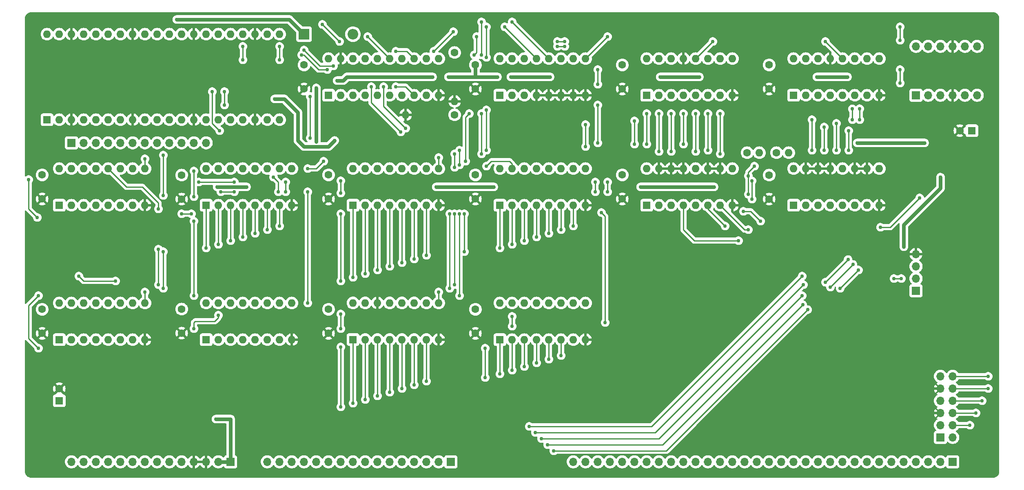
<source format=gbl>
G04 #@! TF.GenerationSoftware,KiCad,Pcbnew,(7.0.0)*
G04 #@! TF.CreationDate,2023-09-24T17:48:51-07:00*
G04 #@! TF.ProjectId,peripheral_interface,70657269-7068-4657-9261-6c5f696e7465,rev?*
G04 #@! TF.SameCoordinates,Original*
G04 #@! TF.FileFunction,Copper,L2,Bot*
G04 #@! TF.FilePolarity,Positive*
%FSLAX46Y46*%
G04 Gerber Fmt 4.6, Leading zero omitted, Abs format (unit mm)*
G04 Created by KiCad (PCBNEW (7.0.0)) date 2023-09-24 17:48:51*
%MOMM*%
%LPD*%
G01*
G04 APERTURE LIST*
G04 #@! TA.AperFunction,ComponentPad*
%ADD10R,1.600000X1.600000*%
G04 #@! TD*
G04 #@! TA.AperFunction,ComponentPad*
%ADD11O,1.600000X1.600000*%
G04 #@! TD*
G04 #@! TA.AperFunction,ComponentPad*
%ADD12C,1.600000*%
G04 #@! TD*
G04 #@! TA.AperFunction,ComponentPad*
%ADD13R,1.700000X1.700000*%
G04 #@! TD*
G04 #@! TA.AperFunction,ComponentPad*
%ADD14O,1.700000X1.700000*%
G04 #@! TD*
G04 #@! TA.AperFunction,ComponentPad*
%ADD15R,2.200000X2.200000*%
G04 #@! TD*
G04 #@! TA.AperFunction,ComponentPad*
%ADD16O,2.200000X2.200000*%
G04 #@! TD*
G04 #@! TA.AperFunction,ViaPad*
%ADD17C,0.762000*%
G04 #@! TD*
G04 #@! TA.AperFunction,Conductor*
%ADD18C,0.762000*%
G04 #@! TD*
G04 #@! TA.AperFunction,Conductor*
%ADD19C,0.254000*%
G04 #@! TD*
G04 APERTURE END LIST*
D10*
X182879999Y-63499999D03*
D11*
X185419999Y-63499999D03*
X187959999Y-63499999D03*
X190499999Y-63499999D03*
X193039999Y-63499999D03*
X195579999Y-63499999D03*
X198119999Y-63499999D03*
X200659999Y-63499999D03*
X200659999Y-55879999D03*
X198119999Y-55879999D03*
X195579999Y-55879999D03*
X193039999Y-55879999D03*
X190499999Y-55879999D03*
X187959999Y-55879999D03*
X185419999Y-55879999D03*
X182879999Y-55879999D03*
D10*
X91439999Y-86359999D03*
D11*
X93979999Y-86359999D03*
X96519999Y-86359999D03*
X99059999Y-86359999D03*
X101599999Y-86359999D03*
X104139999Y-86359999D03*
X106679999Y-86359999D03*
X109219999Y-86359999D03*
X109219999Y-78739999D03*
X106679999Y-78739999D03*
X104139999Y-78739999D03*
X101599999Y-78739999D03*
X99059999Y-78739999D03*
X96519999Y-78739999D03*
X93979999Y-78739999D03*
X91439999Y-78739999D03*
D10*
X182879999Y-86359999D03*
D11*
X185419999Y-86359999D03*
X187959999Y-86359999D03*
X190499999Y-86359999D03*
X193039999Y-86359999D03*
X195579999Y-86359999D03*
X198119999Y-86359999D03*
X200659999Y-86359999D03*
X200659999Y-78739999D03*
X198119999Y-78739999D03*
X195579999Y-78739999D03*
X193039999Y-78739999D03*
X190499999Y-78739999D03*
X187959999Y-78739999D03*
X185419999Y-78739999D03*
X182879999Y-78739999D03*
D12*
X143002000Y-67564000D03*
D11*
X132841999Y-67563999D03*
D12*
X147320000Y-85050000D03*
X147320000Y-80050000D03*
D13*
X142239999Y-139699999D03*
D14*
X139699999Y-139699999D03*
X137159999Y-139699999D03*
X134619999Y-139699999D03*
X132079999Y-139699999D03*
X129539999Y-139699999D03*
X126999999Y-139699999D03*
X124459999Y-139699999D03*
X121919999Y-139699999D03*
X119379999Y-139699999D03*
X116839999Y-139699999D03*
X114299999Y-139699999D03*
X111759999Y-139699999D03*
X109219999Y-139699999D03*
X106679999Y-139699999D03*
X104139999Y-139699999D03*
D12*
X208280000Y-85090000D03*
X208280000Y-80090000D03*
D10*
X213359999Y-63499999D03*
D11*
X215899999Y-63499999D03*
X218439999Y-63499999D03*
X220979999Y-63499999D03*
X223519999Y-63499999D03*
X226059999Y-63499999D03*
X228599999Y-63499999D03*
X231139999Y-63499999D03*
X231139999Y-55879999D03*
X228599999Y-55879999D03*
X226059999Y-55879999D03*
X223519999Y-55879999D03*
X220979999Y-55879999D03*
X218439999Y-55879999D03*
X215899999Y-55879999D03*
X213359999Y-55879999D03*
D10*
X60959999Y-114299999D03*
D11*
X63499999Y-114299999D03*
X66039999Y-114299999D03*
X68579999Y-114299999D03*
X71119999Y-114299999D03*
X73659999Y-114299999D03*
X76199999Y-114299999D03*
X78739999Y-114299999D03*
X78739999Y-106679999D03*
X76199999Y-106679999D03*
X73659999Y-106679999D03*
X71119999Y-106679999D03*
X68579999Y-106679999D03*
X66039999Y-106679999D03*
X63499999Y-106679999D03*
X60959999Y-106679999D03*
D12*
X177800000Y-57190000D03*
X177800000Y-62190000D03*
D13*
X243839999Y-134619999D03*
D14*
X246379999Y-134619999D03*
X243839999Y-132079999D03*
X246379999Y-132079999D03*
X243839999Y-129539999D03*
X246379999Y-129539999D03*
X243839999Y-126999999D03*
X246379999Y-126999999D03*
X243839999Y-124459999D03*
X246379999Y-124459999D03*
X243839999Y-121919999D03*
X246379999Y-121919999D03*
D12*
X57404000Y-80050000D03*
X57404000Y-85050000D03*
D15*
X111759999Y-50799999D03*
D16*
X121919999Y-50799999D03*
D10*
X152399999Y-86359999D03*
D11*
X154939999Y-86359999D03*
X157479999Y-86359999D03*
X160019999Y-86359999D03*
X162559999Y-86359999D03*
X165099999Y-86359999D03*
X167639999Y-86359999D03*
X170179999Y-86359999D03*
X170179999Y-78739999D03*
X167639999Y-78739999D03*
X165099999Y-78739999D03*
X162559999Y-78739999D03*
X160019999Y-78739999D03*
X157479999Y-78739999D03*
X154939999Y-78739999D03*
X152399999Y-78739999D03*
D13*
X238759999Y-63499999D03*
D14*
X241299999Y-63499999D03*
X243839999Y-63499999D03*
X246379999Y-63499999D03*
X248919999Y-63499999D03*
X251459999Y-63499999D03*
X251459999Y-53339999D03*
X248919999Y-53339999D03*
X246379999Y-53339999D03*
X243839999Y-53339999D03*
X241299999Y-53339999D03*
X238759999Y-53339999D03*
D10*
X91439999Y-114299999D03*
D11*
X93979999Y-114299999D03*
X96519999Y-114299999D03*
X99059999Y-114299999D03*
X101599999Y-114299999D03*
X104139999Y-114299999D03*
X106679999Y-114299999D03*
X109219999Y-114299999D03*
X109219999Y-106679999D03*
X106679999Y-106679999D03*
X104139999Y-106679999D03*
X101599999Y-106679999D03*
X99059999Y-106679999D03*
X96519999Y-106679999D03*
X93979999Y-106679999D03*
X91439999Y-106679999D03*
D12*
X143002000Y-54610000D03*
D11*
X143001999Y-64769999D03*
D12*
X177800000Y-85050000D03*
X177800000Y-80050000D03*
X57404000Y-107990000D03*
X57404000Y-112990000D03*
D10*
X121919999Y-86359999D03*
D11*
X124459999Y-86359999D03*
X126999999Y-86359999D03*
X129539999Y-86359999D03*
X132079999Y-86359999D03*
X134619999Y-86359999D03*
X137159999Y-86359999D03*
X139699999Y-86359999D03*
X139699999Y-78739999D03*
X137159999Y-78739999D03*
X134619999Y-78739999D03*
X132079999Y-78739999D03*
X129539999Y-78739999D03*
X126999999Y-78739999D03*
X124459999Y-78739999D03*
X121919999Y-78739999D03*
D10*
X213359999Y-86359999D03*
D11*
X215899999Y-86359999D03*
X218439999Y-86359999D03*
X220979999Y-86359999D03*
X223519999Y-86359999D03*
X226059999Y-86359999D03*
X228599999Y-86359999D03*
X231139999Y-86359999D03*
X231139999Y-78739999D03*
X228599999Y-78739999D03*
X226059999Y-78739999D03*
X223519999Y-78739999D03*
X220979999Y-78739999D03*
X218439999Y-78739999D03*
X215899999Y-78739999D03*
X213359999Y-78739999D03*
D12*
X116840000Y-85050000D03*
X116840000Y-80050000D03*
D13*
X63499999Y-73380999D03*
D14*
X66039999Y-73380999D03*
X68579999Y-73380999D03*
X71119999Y-73380999D03*
X73659999Y-73380999D03*
X76199999Y-73380999D03*
X78739999Y-73380999D03*
X81279999Y-73380999D03*
X83819999Y-73380999D03*
X86359999Y-73380999D03*
X88899999Y-73380999D03*
X91439999Y-73380999D03*
D12*
X116840000Y-112990000D03*
X116840000Y-107990000D03*
D13*
X96519999Y-139699999D03*
D14*
X93979999Y-139699999D03*
X91439999Y-139699999D03*
X88899999Y-139699999D03*
X86359999Y-139699999D03*
X83819999Y-139699999D03*
X81279999Y-139699999D03*
X78739999Y-139699999D03*
X76199999Y-139699999D03*
X73659999Y-139699999D03*
X71119999Y-139699999D03*
X68579999Y-139699999D03*
X66039999Y-139699999D03*
X63499999Y-139699999D03*
D13*
X238759999Y-104139999D03*
D14*
X238759999Y-101599999D03*
X238759999Y-99059999D03*
X238759999Y-96519999D03*
D12*
X208280000Y-57190000D03*
X208280000Y-62190000D03*
X86360000Y-107950000D03*
X86360000Y-112950000D03*
X111760000Y-62190000D03*
X111760000Y-57190000D03*
D10*
X60959999Y-86359999D03*
D11*
X63499999Y-86359999D03*
X66039999Y-86359999D03*
X68579999Y-86359999D03*
X71119999Y-86359999D03*
X73659999Y-86359999D03*
X76199999Y-86359999D03*
X78739999Y-86359999D03*
X78739999Y-78739999D03*
X76199999Y-78739999D03*
X73659999Y-78739999D03*
X71119999Y-78739999D03*
X68579999Y-78739999D03*
X66039999Y-78739999D03*
X63499999Y-78739999D03*
X60959999Y-78739999D03*
D12*
X86360000Y-80090000D03*
X86360000Y-85090000D03*
D10*
X58419999Y-68579999D03*
D11*
X60959999Y-68579999D03*
X63499999Y-68579999D03*
X66039999Y-68579999D03*
X68579999Y-68579999D03*
X71119999Y-68579999D03*
X73659999Y-68579999D03*
X76199999Y-68579999D03*
X78739999Y-68579999D03*
X81279999Y-68579999D03*
X83819999Y-68579999D03*
X86359999Y-68579999D03*
X88899999Y-68579999D03*
X91439999Y-68579999D03*
X93979999Y-68579999D03*
X96519999Y-68579999D03*
X99059999Y-68579999D03*
X101599999Y-68579999D03*
X104139999Y-68579999D03*
X106679999Y-68579999D03*
X106679999Y-50799999D03*
X104139999Y-50799999D03*
X101599999Y-50799999D03*
X99059999Y-50799999D03*
X96519999Y-50799999D03*
X93979999Y-50799999D03*
X91439999Y-50799999D03*
X88899999Y-50799999D03*
X86359999Y-50799999D03*
X83819999Y-50799999D03*
X81279999Y-50799999D03*
X78739999Y-50799999D03*
X76199999Y-50799999D03*
X73659999Y-50799999D03*
X71119999Y-50799999D03*
X68579999Y-50799999D03*
X66039999Y-50799999D03*
X63499999Y-50799999D03*
X60959999Y-50799999D03*
X58419999Y-50799999D03*
D10*
X152399999Y-63499999D03*
D11*
X154939999Y-63499999D03*
X157479999Y-63499999D03*
X160019999Y-63499999D03*
X162559999Y-63499999D03*
X165099999Y-63499999D03*
X167639999Y-63499999D03*
X170179999Y-63499999D03*
X170179999Y-55879999D03*
X167639999Y-55879999D03*
X165099999Y-55879999D03*
X162559999Y-55879999D03*
X160019999Y-55879999D03*
X157479999Y-55879999D03*
X154939999Y-55879999D03*
X152399999Y-55879999D03*
D12*
X147320000Y-62190000D03*
X147320000Y-57190000D03*
D10*
X116839999Y-63499999D03*
D11*
X119379999Y-63499999D03*
X121919999Y-63499999D03*
X124459999Y-63499999D03*
X126999999Y-63499999D03*
X129539999Y-63499999D03*
X132079999Y-63499999D03*
X134619999Y-63499999D03*
X137159999Y-63499999D03*
X139699999Y-63499999D03*
X139699999Y-55879999D03*
X137159999Y-55879999D03*
X134619999Y-55879999D03*
X132079999Y-55879999D03*
X129539999Y-55879999D03*
X126999999Y-55879999D03*
X124459999Y-55879999D03*
X121919999Y-55879999D03*
X119379999Y-55879999D03*
X116839999Y-55879999D03*
D10*
X121919999Y-114289999D03*
D11*
X124459999Y-114289999D03*
X126999999Y-114289999D03*
X129539999Y-114289999D03*
X132079999Y-114289999D03*
X134619999Y-114289999D03*
X137159999Y-114289999D03*
X139699999Y-114289999D03*
X139699999Y-106669999D03*
X137159999Y-106669999D03*
X134619999Y-106669999D03*
X132079999Y-106669999D03*
X129539999Y-106669999D03*
X126999999Y-106669999D03*
X124459999Y-106669999D03*
X121919999Y-106669999D03*
D13*
X246379999Y-139699999D03*
D14*
X243839999Y-139699999D03*
X241299999Y-139699999D03*
X238759999Y-139699999D03*
X236219999Y-139699999D03*
X233679999Y-139699999D03*
X231139999Y-139699999D03*
X228599999Y-139699999D03*
X226059999Y-139699999D03*
X223519999Y-139699999D03*
X220979999Y-139699999D03*
X218439999Y-139699999D03*
X215899999Y-139699999D03*
X213359999Y-139699999D03*
X210819999Y-139699999D03*
X208279999Y-139699999D03*
X205739999Y-139699999D03*
X203199999Y-139699999D03*
X200659999Y-139699999D03*
X198119999Y-139699999D03*
X195579999Y-139699999D03*
X193039999Y-139699999D03*
X190499999Y-139699999D03*
X187959999Y-139699999D03*
X185419999Y-139699999D03*
X182879999Y-139699999D03*
X180339999Y-139699999D03*
X177799999Y-139699999D03*
X175259999Y-139699999D03*
X172719999Y-139699999D03*
X170179999Y-139699999D03*
X167639999Y-139699999D03*
D10*
X250356378Y-70865999D03*
D12*
X247856379Y-70866000D03*
D10*
X152399999Y-114299999D03*
D11*
X154939999Y-114299999D03*
X157479999Y-114299999D03*
X160019999Y-114299999D03*
X162559999Y-114299999D03*
X165099999Y-114299999D03*
X167639999Y-114299999D03*
X170179999Y-114299999D03*
X170179999Y-106679999D03*
X167639999Y-106679999D03*
X165099999Y-106679999D03*
X162559999Y-106679999D03*
X160019999Y-106679999D03*
X157479999Y-106679999D03*
X154939999Y-106679999D03*
X152399999Y-106679999D03*
D10*
X60959999Y-126999999D03*
D12*
X60960000Y-124500000D03*
X147320000Y-112990000D03*
X147320000Y-107990000D03*
X203708000Y-75438000D03*
D11*
X206247999Y-75437999D03*
D12*
X209804000Y-75438000D03*
D11*
X212343999Y-75437999D03*
D17*
X86868000Y-47752000D03*
X85344000Y-47752000D03*
X106680000Y-56134000D03*
X95250000Y-62738000D03*
X106680000Y-53340000D03*
X95250000Y-65532000D03*
X94234000Y-70866000D03*
X99060000Y-56134000D03*
X92710000Y-62738000D03*
X99060000Y-53340000D03*
X119126000Y-52324000D03*
X115570000Y-48768000D03*
X130810000Y-61722000D03*
X235458000Y-60960000D03*
X235458000Y-58166000D03*
X235458000Y-52070000D03*
X235458000Y-49276000D03*
X107188000Y-64262000D03*
X236220000Y-93726000D03*
X228092000Y-73406000D03*
X239014000Y-73406000D03*
X116840000Y-74168000D03*
X236220000Y-94996000D03*
X105664000Y-64262000D03*
X240538000Y-73406000D03*
X243840000Y-80518000D03*
X118110000Y-72898000D03*
X243840000Y-81788000D03*
X226568000Y-73406000D03*
X174752000Y-51308000D03*
X225552000Y-68580000D03*
X225552000Y-66348500D03*
X227076000Y-68580000D03*
X227076000Y-66294000D03*
X249936000Y-132080000D03*
X251206000Y-129540000D03*
X252476000Y-127000000D03*
X253746000Y-124460000D03*
X142748000Y-50292000D03*
X138684000Y-54356000D03*
X215138000Y-105156000D03*
X201930000Y-93726000D03*
X161036000Y-134874000D03*
X159766000Y-133604000D03*
X215392000Y-102870000D03*
X203962000Y-91440000D03*
X224790000Y-70866000D03*
X224790000Y-74930000D03*
X219710000Y-74930000D03*
X219710000Y-70104000D03*
X82550000Y-75946000D03*
X82550000Y-84328000D03*
X164338000Y-52324000D03*
X82550000Y-103632000D03*
X165862000Y-52324000D03*
X82550000Y-96012000D03*
X81534000Y-95504000D03*
X196596000Y-52324000D03*
X81534000Y-102870000D03*
X219964000Y-52324000D03*
X130810000Y-54356000D03*
X81534000Y-87122000D03*
X164338000Y-53340000D03*
X165862000Y-53340000D03*
X88900000Y-105156000D03*
X204724000Y-81280000D03*
X204724000Y-85090000D03*
X88900000Y-89662000D03*
X195580000Y-74930000D03*
X195580000Y-67310000D03*
X113030000Y-63754000D03*
X94488000Y-83566000D03*
X124968000Y-51308000D03*
X113030000Y-72390000D03*
X106426000Y-83566000D03*
X97282000Y-83566000D03*
X105410000Y-80518000D03*
X88900000Y-84582000D03*
X203962000Y-84074000D03*
X88900000Y-79248000D03*
X205232000Y-78232000D03*
X198120000Y-67310000D03*
X198120000Y-75692000D03*
X203962000Y-80264000D03*
X222250000Y-74930000D03*
X222250000Y-69342000D03*
X174752000Y-81534000D03*
X174752000Y-83566000D03*
X206502000Y-89662000D03*
X202946000Y-87630000D03*
X180340000Y-68834000D03*
X180340000Y-73660000D03*
X199136000Y-90678000D03*
X182880000Y-73660000D03*
X182880000Y-67310000D03*
X190500000Y-67310000D03*
X190500000Y-73660000D03*
X185420000Y-67310000D03*
X185420000Y-75184000D03*
X217170000Y-68580000D03*
X217170000Y-74930000D03*
X147574000Y-51308000D03*
X145288000Y-77216000D03*
X147066000Y-55118000D03*
X141986000Y-103632000D03*
X146050000Y-67310000D03*
X141986000Y-88138000D03*
X148590000Y-67310000D03*
X148590000Y-48260000D03*
X143002000Y-75692000D03*
X143002000Y-102870000D03*
X143002000Y-88138000D03*
X154940000Y-48260000D03*
X148590000Y-75692000D03*
X143002000Y-78486000D03*
X148590000Y-55118000D03*
X144018000Y-105156000D03*
X153416000Y-49276000D03*
X149606000Y-74930000D03*
X144018000Y-74930000D03*
X144018000Y-77978000D03*
X149606000Y-55626000D03*
X144018000Y-88138000D03*
X149606000Y-49276000D03*
X149606000Y-66548000D03*
X223012000Y-103632000D03*
X226822000Y-99822000D03*
X158496000Y-132334000D03*
X239522000Y-84836000D03*
X231394000Y-90932000D03*
X215138000Y-101092000D03*
X114300000Y-71628000D03*
X93472000Y-130810000D03*
X195580000Y-82550000D03*
X98298000Y-82550000D03*
X137160000Y-59690000D03*
X140716000Y-82550000D03*
X118618000Y-60452000D03*
X223266000Y-59690000D03*
X224536000Y-59690000D03*
X114300000Y-64516000D03*
X114300000Y-73152000D03*
X218186000Y-59690000D03*
X162814000Y-59690000D03*
X155956000Y-59690000D03*
X185674000Y-59690000D03*
X138430000Y-59690000D03*
X181610000Y-82550000D03*
X193802000Y-59690000D03*
X161290000Y-59690000D03*
X154686000Y-59690000D03*
X143002000Y-59690000D03*
X94996000Y-130810000D03*
X186944000Y-59690000D03*
X149606000Y-82550000D03*
X151892000Y-59690000D03*
X114300000Y-61976000D03*
X95250000Y-82550000D03*
X119888000Y-60452000D03*
X196850000Y-82550000D03*
X99822000Y-82550000D03*
X151130000Y-82550000D03*
X219710000Y-59690000D03*
X141732000Y-59690000D03*
X139192000Y-82550000D03*
X93726000Y-82550000D03*
X182880000Y-82550000D03*
X192532000Y-59690000D03*
X150622000Y-59690000D03*
X132842000Y-70358000D03*
X111760000Y-54102000D03*
X128270000Y-61722000D03*
X117856000Y-57404000D03*
X235712000Y-101600000D03*
X125730000Y-61722000D03*
X111252000Y-55118000D03*
X234188000Y-101600000D03*
X131826000Y-71120000D03*
X116586000Y-58166000D03*
X163576000Y-137414000D03*
X225679000Y-98679000D03*
X216281000Y-108077000D03*
X220980000Y-103378000D03*
X224663000Y-97663000D03*
X162306000Y-136144000D03*
X215265000Y-107061000D03*
X219964000Y-102362000D03*
X187960000Y-75184000D03*
X187960000Y-67310000D03*
X193040000Y-67310000D03*
X193040000Y-75184000D03*
X106680000Y-90678000D03*
X167640000Y-90678000D03*
X165100000Y-91440000D03*
X104140000Y-91440000D03*
X101600000Y-92202000D03*
X162560000Y-92202000D03*
X99060000Y-92964000D03*
X160020000Y-92964000D03*
X157480000Y-93726000D03*
X96520000Y-93726000D03*
X253746000Y-121920000D03*
X154940000Y-94488000D03*
X93980000Y-94488000D03*
X78740000Y-104394000D03*
X152400000Y-95250000D03*
X91440000Y-95250000D03*
X112522000Y-106680000D03*
X107950000Y-83566000D03*
X112522000Y-83566000D03*
X107950000Y-81534000D03*
X89916000Y-81534000D03*
X97282000Y-81534000D03*
X78740000Y-76708000D03*
X172720000Y-61214000D03*
X115824000Y-77216000D03*
X172720000Y-58166000D03*
X172720000Y-73406000D03*
X112522000Y-78740000D03*
X172720000Y-65532000D03*
X139700000Y-104394000D03*
X174244000Y-110744000D03*
X172212000Y-81534000D03*
X172212000Y-83566000D03*
X173482000Y-87884000D03*
X139700000Y-76454000D03*
X170180000Y-74168000D03*
X170180000Y-69596000D03*
X145034000Y-96012000D03*
X86360000Y-88138000D03*
X88392000Y-88138000D03*
X145034000Y-88138000D03*
X149606000Y-78232000D03*
X137160000Y-96774000D03*
X134620000Y-97536000D03*
X132080000Y-98298000D03*
X129540000Y-99060000D03*
X127000000Y-99822000D03*
X124460000Y-100584000D03*
X121920000Y-101346000D03*
X65024000Y-101092000D03*
X72644000Y-102108000D03*
X119380000Y-88138000D03*
X119380000Y-81280000D03*
X54610000Y-81026000D03*
X56388000Y-88900000D03*
X119380000Y-102108000D03*
X119380000Y-83820000D03*
X165100000Y-117602000D03*
X162560000Y-118364000D03*
X160020000Y-119126000D03*
X157480000Y-119888000D03*
X154940000Y-120650000D03*
X152400000Y-121412000D03*
X149352000Y-116078000D03*
X88900000Y-112014000D03*
X149352000Y-122174000D03*
X154940000Y-109474000D03*
X154940000Y-111506000D03*
X93980000Y-109220000D03*
X137160000Y-122936000D03*
X134620000Y-123698000D03*
X132080000Y-124460000D03*
X129540000Y-125222000D03*
X127000000Y-125984000D03*
X124460000Y-126746000D03*
X121920000Y-127508000D03*
X119380000Y-108966000D03*
X119380000Y-112014000D03*
X119380000Y-128270000D03*
X119380000Y-115824000D03*
X56642000Y-105156000D03*
X56642000Y-116078000D03*
D18*
X111760000Y-50800000D02*
X108712000Y-47752000D01*
X86868000Y-47752000D02*
X85344000Y-47752000D01*
X108712000Y-47752000D02*
X86868000Y-47752000D01*
D19*
X95250000Y-65532000D02*
X95250000Y-62738000D01*
X106680000Y-56134000D02*
X106680000Y-53340000D01*
X92710000Y-62738000D02*
X92710000Y-69342000D01*
X99060000Y-56134000D02*
X99060000Y-53340000D01*
X92710000Y-69342000D02*
X94234000Y-70866000D01*
X130810000Y-61722000D02*
X132842000Y-61722000D01*
X132842000Y-61722000D02*
X134620000Y-63500000D01*
X119126000Y-52324000D02*
X115570000Y-48768000D01*
X235458000Y-49276000D02*
X235458000Y-52070000D01*
X235458000Y-58166000D02*
X235458000Y-60960000D01*
D18*
X226568000Y-73406000D02*
X240538000Y-73406000D01*
X243840000Y-80518000D02*
X243840000Y-82804000D01*
X243840000Y-82804000D02*
X236220000Y-90424000D01*
X110490000Y-67056000D02*
X107696000Y-64262000D01*
X111760000Y-74168000D02*
X110490000Y-72898000D01*
X118110000Y-72898000D02*
X116840000Y-74168000D01*
X110490000Y-72898000D02*
X110490000Y-67056000D01*
X116840000Y-74168000D02*
X111760000Y-74168000D01*
X236220000Y-93726000D02*
X236220000Y-94996000D01*
X107696000Y-64262000D02*
X105664000Y-64262000D01*
X236220000Y-90424000D02*
X236220000Y-93726000D01*
D19*
X170180000Y-55880000D02*
X174752000Y-51308000D01*
X225552000Y-66348500D02*
X225552000Y-68580000D01*
X249936000Y-132080000D02*
X246380000Y-132080000D01*
X227076000Y-66294000D02*
X227076000Y-68580000D01*
X251206000Y-129540000D02*
X246380000Y-129540000D01*
X252476000Y-127000000D02*
X246380000Y-127000000D01*
X138684000Y-54356000D02*
X142748000Y-50292000D01*
X253746000Y-124460000D02*
X246380000Y-124460000D01*
X201930000Y-93726000D02*
X192786000Y-93726000D01*
X190500000Y-91440000D02*
X190500000Y-86360000D01*
X161036000Y-134874000D02*
X185420000Y-134874000D01*
X185420000Y-134874000D02*
X215138000Y-105156000D01*
X192786000Y-93726000D02*
X190500000Y-91440000D01*
X203962000Y-91440000D02*
X203200000Y-91440000D01*
X184658000Y-133604000D02*
X215392000Y-102870000D01*
X203200000Y-91440000D02*
X198120000Y-86360000D01*
X159766000Y-133604000D02*
X184658000Y-133604000D01*
X224790000Y-70866000D02*
X224790000Y-74930000D01*
X219710000Y-70104000D02*
X219710000Y-74930000D01*
X164338000Y-52324000D02*
X165862000Y-52324000D01*
X82550000Y-96012000D02*
X82550000Y-103632000D01*
X82550000Y-84328000D02*
X82550000Y-75946000D01*
X78232000Y-82550000D02*
X74930000Y-82550000D01*
X219964000Y-52324000D02*
X223520000Y-55880000D01*
X193040000Y-55880000D02*
X196596000Y-52324000D01*
X81534000Y-87122000D02*
X81534000Y-85852000D01*
X133096000Y-54356000D02*
X134620000Y-55880000D01*
X164338000Y-53340000D02*
X165862000Y-53340000D01*
X81534000Y-95504000D02*
X81534000Y-102870000D01*
X81534000Y-85852000D02*
X78232000Y-82550000D01*
X130810000Y-54356000D02*
X133096000Y-54356000D01*
X74930000Y-82550000D02*
X71120000Y-78740000D01*
X195580000Y-67310000D02*
X195580000Y-74930000D01*
X204724000Y-81280000D02*
X204724000Y-85090000D01*
X88900000Y-89662000D02*
X88900000Y-105156000D01*
X124968000Y-51308000D02*
X129540000Y-55880000D01*
X113030000Y-63754000D02*
X113030000Y-72390000D01*
X106426000Y-81534000D02*
X105410000Y-80518000D01*
X97282000Y-83566000D02*
X94488000Y-83566000D01*
X106426000Y-83566000D02*
X106426000Y-81534000D01*
X203962000Y-79502000D02*
X203962000Y-80264000D01*
X88900000Y-79248000D02*
X88900000Y-84582000D01*
X198120000Y-67310000D02*
X198120000Y-75692000D01*
X205232000Y-78232000D02*
X203962000Y-79502000D01*
X203962000Y-84074000D02*
X203962000Y-80264000D01*
X222250000Y-74930000D02*
X222250000Y-69342000D01*
X174752000Y-83566000D02*
X174752000Y-81534000D01*
X202946000Y-87630000D02*
X204470000Y-87630000D01*
X204470000Y-87630000D02*
X206502000Y-89662000D01*
X180340000Y-68834000D02*
X180340000Y-73660000D01*
X182880000Y-67310000D02*
X182880000Y-73660000D01*
X195580000Y-87122000D02*
X195580000Y-86360000D01*
X199136000Y-90678000D02*
X195580000Y-87122000D01*
X190500000Y-67310000D02*
X190500000Y-73660000D01*
X185420000Y-75184000D02*
X185420000Y-67310000D01*
X217170000Y-68580000D02*
X217170000Y-74930000D01*
X147574000Y-51308000D02*
X147574000Y-54610000D01*
X147574000Y-54610000D02*
X147066000Y-55118000D01*
X145288000Y-68072000D02*
X145288000Y-77216000D01*
X141986000Y-88138000D02*
X141986000Y-103632000D01*
X146050000Y-67310000D02*
X145288000Y-68072000D01*
X148590000Y-67310000D02*
X148590000Y-75692000D01*
X148590000Y-48260000D02*
X148590000Y-55118000D01*
X143002000Y-75692000D02*
X143002000Y-78486000D01*
X154940000Y-48260000D02*
X162560000Y-55880000D01*
X143002000Y-88138000D02*
X143002000Y-102870000D01*
X149606000Y-49276000D02*
X149606000Y-55626000D01*
X153416000Y-49276000D02*
X160020000Y-55880000D01*
X144018000Y-74930000D02*
X144018000Y-77978000D01*
X144018000Y-105156000D02*
X144018000Y-88138000D01*
X149606000Y-66548000D02*
X149606000Y-74930000D01*
X183896000Y-132334000D02*
X215138000Y-101092000D01*
X233426000Y-90932000D02*
X239522000Y-84836000D01*
X226822000Y-99822000D02*
X223012000Y-103632000D01*
X158496000Y-132334000D02*
X183896000Y-132334000D01*
X231394000Y-90932000D02*
X233426000Y-90932000D01*
X243840000Y-129540000D02*
X242824000Y-130556000D01*
X243840000Y-124460000D02*
X242824000Y-123444000D01*
X243840000Y-129540000D02*
X242824000Y-128524000D01*
X243840000Y-124460000D02*
X242824000Y-125476000D01*
D18*
X94996000Y-130810000D02*
X93472000Y-130810000D01*
X141732000Y-59690000D02*
X147320000Y-59690000D01*
X114300000Y-61976000D02*
X114300000Y-73152000D01*
X119888000Y-60452000D02*
X118618000Y-60452000D01*
X147320000Y-59690000D02*
X147320000Y-57190000D01*
X147320000Y-59690000D02*
X151892000Y-59690000D01*
X218186000Y-59690000D02*
X224536000Y-59690000D01*
X120650000Y-59690000D02*
X119888000Y-60452000D01*
X154686000Y-59690000D02*
X162814000Y-59690000D01*
X93980000Y-139700000D02*
X96520000Y-139700000D01*
X139192000Y-82550000D02*
X151130000Y-82550000D01*
X96520000Y-139700000D02*
X96520000Y-130810000D01*
X96520000Y-130810000D02*
X94996000Y-130810000D01*
X93726000Y-82550000D02*
X99822000Y-82550000D01*
X138430000Y-59690000D02*
X120650000Y-59690000D01*
X181610000Y-82550000D02*
X196850000Y-82550000D01*
X185674000Y-59690000D02*
X193802000Y-59690000D01*
D19*
X111760000Y-54102000D02*
X115062000Y-57404000D01*
X132842000Y-70358000D02*
X128270000Y-65786000D01*
X128270000Y-65786000D02*
X128270000Y-61722000D01*
X115062000Y-57404000D02*
X117856000Y-57404000D01*
X125730000Y-65024000D02*
X125730000Y-61722000D01*
X111252000Y-55118000D02*
X111760000Y-55118000D01*
X111760000Y-55118000D02*
X114046000Y-57404000D01*
X131826000Y-71120000D02*
X125730000Y-65024000D01*
X234188000Y-101600000D02*
X235712000Y-101600000D01*
X114046000Y-57404000D02*
X114808000Y-58166000D01*
X114808000Y-58166000D02*
X116586000Y-58166000D01*
X216281000Y-108077000D02*
X186944000Y-137414000D01*
X186944000Y-137414000D02*
X163576000Y-137414000D01*
X225679000Y-98679000D02*
X220980000Y-103378000D01*
X186182000Y-136144000D02*
X162306000Y-136144000D01*
X215265000Y-107061000D02*
X186182000Y-136144000D01*
X224663000Y-97663000D02*
X219964000Y-102362000D01*
X187960000Y-67310000D02*
X187960000Y-75184000D01*
X193040000Y-67310000D02*
X193040000Y-75184000D01*
X106680000Y-86360000D02*
X106680000Y-90678000D01*
X167640000Y-86360000D02*
X167640000Y-90678000D01*
X165100000Y-86360000D02*
X165100000Y-91440000D01*
X104140000Y-86360000D02*
X104140000Y-91440000D01*
X162560000Y-86360000D02*
X162560000Y-92202000D01*
X101600000Y-86360000D02*
X101600000Y-92202000D01*
X99060000Y-86360000D02*
X99060000Y-92964000D01*
X160020000Y-86360000D02*
X160020000Y-92964000D01*
X96520000Y-86360000D02*
X96520000Y-93726000D01*
X157480000Y-86360000D02*
X157480000Y-93726000D01*
X253746000Y-121920000D02*
X246380000Y-121920000D01*
X154940000Y-86360000D02*
X154940000Y-94488000D01*
X93980000Y-86360000D02*
X93980000Y-94488000D01*
X78740000Y-104394000D02*
X78740000Y-106680000D01*
X152400000Y-86360000D02*
X152400000Y-95250000D01*
X91440000Y-86360000D02*
X91440000Y-95250000D01*
X112522000Y-106680000D02*
X112522000Y-83566000D01*
X107950000Y-81534000D02*
X107950000Y-83566000D01*
X89916000Y-81534000D02*
X97282000Y-81534000D01*
X78740000Y-76708000D02*
X78740000Y-78740000D01*
X112522000Y-78740000D02*
X114300000Y-78740000D01*
X172720000Y-61214000D02*
X172720000Y-58166000D01*
X172720000Y-73406000D02*
X172720000Y-65532000D01*
X114300000Y-78740000D02*
X115824000Y-77216000D01*
X139700000Y-106670000D02*
X139700000Y-104394000D01*
X172212000Y-83566000D02*
X172212000Y-81534000D01*
X174244000Y-88646000D02*
X174244000Y-110744000D01*
X173482000Y-87884000D02*
X174244000Y-88646000D01*
X139700000Y-76454000D02*
X139700000Y-78740000D01*
X170180000Y-69596000D02*
X170180000Y-74168000D01*
X154432000Y-77216000D02*
X150622000Y-77216000D01*
X88392000Y-88138000D02*
X86360000Y-88138000D01*
X150622000Y-77216000D02*
X149606000Y-78232000D01*
X154940000Y-78740000D02*
X154940000Y-77724000D01*
X154940000Y-77724000D02*
X154432000Y-77216000D01*
X145034000Y-96012000D02*
X145034000Y-88138000D01*
X137160000Y-86360000D02*
X137160000Y-96774000D01*
X134620000Y-86360000D02*
X134620000Y-97536000D01*
X132080000Y-86360000D02*
X132080000Y-98298000D01*
X129540000Y-86360000D02*
X129540000Y-99060000D01*
X127000000Y-86360000D02*
X127000000Y-99822000D01*
X124460000Y-86360000D02*
X124460000Y-100584000D01*
X121920000Y-86360000D02*
X121920000Y-101346000D01*
X119380000Y-88138000D02*
X119380000Y-102108000D01*
X54610000Y-87122000D02*
X56388000Y-88900000D01*
X54610000Y-81026000D02*
X54610000Y-87122000D01*
X65024000Y-101092000D02*
X66040000Y-102108000D01*
X66040000Y-102108000D02*
X72644000Y-102108000D01*
X119380000Y-81280000D02*
X119380000Y-83820000D01*
X165100000Y-114300000D02*
X165100000Y-117602000D01*
X162560000Y-114300000D02*
X162560000Y-118364000D01*
X160020000Y-114300000D02*
X160020000Y-119126000D01*
X157480000Y-114300000D02*
X157480000Y-119888000D01*
X154940000Y-114300000D02*
X154940000Y-120650000D01*
X152400000Y-114300000D02*
X152400000Y-121412000D01*
X149352000Y-122174000D02*
X149352000Y-116078000D01*
X154940000Y-109474000D02*
X154940000Y-111506000D01*
X88900000Y-110744000D02*
X88900000Y-112014000D01*
X93218000Y-110490000D02*
X89154000Y-110490000D01*
X93980000Y-109728000D02*
X93218000Y-110490000D01*
X89154000Y-110490000D02*
X88900000Y-110744000D01*
X93980000Y-109220000D02*
X93980000Y-109728000D01*
X137160000Y-114290000D02*
X137160000Y-122936000D01*
X134620000Y-114290000D02*
X134620000Y-123698000D01*
X132080000Y-114290000D02*
X132080000Y-124460000D01*
X129540000Y-114290000D02*
X129540000Y-125222000D01*
X127000000Y-114290000D02*
X127000000Y-125984000D01*
X124460000Y-114290000D02*
X124460000Y-126746000D01*
X121920000Y-114290000D02*
X121920000Y-127508000D01*
X54610000Y-107188000D02*
X56642000Y-105156000D01*
X54610000Y-114046000D02*
X54610000Y-107188000D01*
X119380000Y-112014000D02*
X119380000Y-108966000D01*
X119380000Y-115824000D02*
X119380000Y-128270000D01*
X56642000Y-116078000D02*
X54610000Y-114046000D01*
G04 #@! TA.AperFunction,Conductor*
G36*
X254766853Y-46228881D02*
G01*
X254950870Y-46243364D01*
X254970079Y-46246407D01*
X255144814Y-46288357D01*
X255163311Y-46294367D01*
X255329329Y-46363134D01*
X255346655Y-46371962D01*
X255499874Y-46465855D01*
X255515607Y-46477285D01*
X255652263Y-46594000D01*
X255665999Y-46607736D01*
X255782712Y-46744390D01*
X255794144Y-46760125D01*
X255874730Y-46891629D01*
X255888034Y-46913338D01*
X255896868Y-46930676D01*
X255965630Y-47096684D01*
X255971643Y-47115189D01*
X256013591Y-47289915D01*
X256016635Y-47309132D01*
X256026368Y-47432792D01*
X256030510Y-47485427D01*
X256031118Y-47493145D01*
X256031500Y-47502875D01*
X256031500Y-141727125D01*
X256031118Y-141736855D01*
X256016635Y-141920867D01*
X256013591Y-141940084D01*
X255971643Y-142114810D01*
X255965630Y-142133315D01*
X255896868Y-142299323D01*
X255888034Y-142316661D01*
X255794144Y-142469874D01*
X255782707Y-142485615D01*
X255666004Y-142622257D01*
X255652257Y-142636004D01*
X255519715Y-142749205D01*
X255515615Y-142752708D01*
X255499874Y-142764144D01*
X255346661Y-142858034D01*
X255329323Y-142866868D01*
X255163315Y-142935630D01*
X255144810Y-142941643D01*
X254970084Y-142983591D01*
X254950867Y-142986635D01*
X254796364Y-142998795D01*
X254766852Y-143001118D01*
X254757125Y-143001500D01*
X55122875Y-143001500D01*
X55113147Y-143001118D01*
X55079579Y-142998476D01*
X54929132Y-142986635D01*
X54909915Y-142983591D01*
X54735189Y-142941643D01*
X54716684Y-142935630D01*
X54550676Y-142866868D01*
X54533338Y-142858034D01*
X54380125Y-142764144D01*
X54364390Y-142752712D01*
X54227736Y-142635999D01*
X54214000Y-142622263D01*
X54097285Y-142485607D01*
X54085855Y-142469874D01*
X54051299Y-142413484D01*
X53991962Y-142316655D01*
X53983134Y-142299329D01*
X53914367Y-142133311D01*
X53908356Y-142114810D01*
X53866408Y-141940084D01*
X53863364Y-141920866D01*
X53848882Y-141736854D01*
X53848500Y-141727125D01*
X53848500Y-139700000D01*
X62136844Y-139700000D01*
X62137268Y-139705117D01*
X62155011Y-139919248D01*
X62155012Y-139919256D01*
X62155436Y-139924368D01*
X62156693Y-139929335D01*
X62156695Y-139929342D01*
X62166061Y-139966326D01*
X62210704Y-140142616D01*
X62212764Y-140147312D01*
X62299080Y-140344096D01*
X62299083Y-140344101D01*
X62301140Y-140348791D01*
X62333809Y-140398795D01*
X62421474Y-140532977D01*
X62421477Y-140532981D01*
X62424278Y-140537268D01*
X62427752Y-140541041D01*
X62427753Y-140541043D01*
X62573288Y-140699135D01*
X62573291Y-140699138D01*
X62576760Y-140702906D01*
X62580801Y-140706051D01*
X62750376Y-140838039D01*
X62750381Y-140838042D01*
X62754424Y-140841189D01*
X62758931Y-140843628D01*
X62758934Y-140843630D01*
X62947919Y-140945903D01*
X62952426Y-140948342D01*
X63165365Y-141021444D01*
X63387431Y-141058500D01*
X63607436Y-141058500D01*
X63612569Y-141058500D01*
X63834635Y-141021444D01*
X64047574Y-140948342D01*
X64245576Y-140841189D01*
X64423240Y-140702906D01*
X64575722Y-140537268D01*
X64666190Y-140398795D01*
X64710982Y-140357561D01*
X64770000Y-140342616D01*
X64829018Y-140357561D01*
X64873809Y-140398795D01*
X64961470Y-140532972D01*
X64961478Y-140532982D01*
X64964278Y-140537268D01*
X64967752Y-140541041D01*
X64967753Y-140541043D01*
X65113288Y-140699135D01*
X65113291Y-140699138D01*
X65116760Y-140702906D01*
X65120801Y-140706051D01*
X65290376Y-140838039D01*
X65290381Y-140838042D01*
X65294424Y-140841189D01*
X65298931Y-140843628D01*
X65298934Y-140843630D01*
X65487919Y-140945903D01*
X65492426Y-140948342D01*
X65705365Y-141021444D01*
X65927431Y-141058500D01*
X66147436Y-141058500D01*
X66152569Y-141058500D01*
X66374635Y-141021444D01*
X66587574Y-140948342D01*
X66785576Y-140841189D01*
X66963240Y-140702906D01*
X67115722Y-140537268D01*
X67206190Y-140398795D01*
X67250982Y-140357561D01*
X67310000Y-140342616D01*
X67369018Y-140357561D01*
X67413809Y-140398795D01*
X67501470Y-140532972D01*
X67501478Y-140532982D01*
X67504278Y-140537268D01*
X67507752Y-140541041D01*
X67507753Y-140541043D01*
X67653288Y-140699135D01*
X67653291Y-140699138D01*
X67656760Y-140702906D01*
X67660801Y-140706051D01*
X67830376Y-140838039D01*
X67830381Y-140838042D01*
X67834424Y-140841189D01*
X67838931Y-140843628D01*
X67838934Y-140843630D01*
X68027919Y-140945903D01*
X68032426Y-140948342D01*
X68245365Y-141021444D01*
X68467431Y-141058500D01*
X68687436Y-141058500D01*
X68692569Y-141058500D01*
X68914635Y-141021444D01*
X69127574Y-140948342D01*
X69325576Y-140841189D01*
X69503240Y-140702906D01*
X69655722Y-140537268D01*
X69746190Y-140398795D01*
X69790982Y-140357561D01*
X69850000Y-140342616D01*
X69909018Y-140357561D01*
X69953809Y-140398795D01*
X70041470Y-140532972D01*
X70041478Y-140532982D01*
X70044278Y-140537268D01*
X70047752Y-140541041D01*
X70047753Y-140541043D01*
X70193288Y-140699135D01*
X70193291Y-140699138D01*
X70196760Y-140702906D01*
X70200801Y-140706051D01*
X70370376Y-140838039D01*
X70370381Y-140838042D01*
X70374424Y-140841189D01*
X70378931Y-140843628D01*
X70378934Y-140843630D01*
X70567919Y-140945903D01*
X70572426Y-140948342D01*
X70785365Y-141021444D01*
X71007431Y-141058500D01*
X71227436Y-141058500D01*
X71232569Y-141058500D01*
X71454635Y-141021444D01*
X71667574Y-140948342D01*
X71865576Y-140841189D01*
X72043240Y-140702906D01*
X72195722Y-140537268D01*
X72286190Y-140398795D01*
X72330982Y-140357561D01*
X72390000Y-140342616D01*
X72449018Y-140357561D01*
X72493809Y-140398795D01*
X72581470Y-140532972D01*
X72581478Y-140532982D01*
X72584278Y-140537268D01*
X72587752Y-140541041D01*
X72587753Y-140541043D01*
X72733288Y-140699135D01*
X72733291Y-140699138D01*
X72736760Y-140702906D01*
X72740801Y-140706051D01*
X72910376Y-140838039D01*
X72910381Y-140838042D01*
X72914424Y-140841189D01*
X72918931Y-140843628D01*
X72918934Y-140843630D01*
X73107919Y-140945903D01*
X73112426Y-140948342D01*
X73325365Y-141021444D01*
X73547431Y-141058500D01*
X73767436Y-141058500D01*
X73772569Y-141058500D01*
X73994635Y-141021444D01*
X74207574Y-140948342D01*
X74405576Y-140841189D01*
X74583240Y-140702906D01*
X74735722Y-140537268D01*
X74826190Y-140398795D01*
X74870982Y-140357561D01*
X74930000Y-140342616D01*
X74989018Y-140357561D01*
X75033809Y-140398795D01*
X75121470Y-140532972D01*
X75121478Y-140532982D01*
X75124278Y-140537268D01*
X75127752Y-140541041D01*
X75127753Y-140541043D01*
X75273288Y-140699135D01*
X75273291Y-140699138D01*
X75276760Y-140702906D01*
X75280801Y-140706051D01*
X75450376Y-140838039D01*
X75450381Y-140838042D01*
X75454424Y-140841189D01*
X75458931Y-140843628D01*
X75458934Y-140843630D01*
X75647919Y-140945903D01*
X75652426Y-140948342D01*
X75865365Y-141021444D01*
X76087431Y-141058500D01*
X76307436Y-141058500D01*
X76312569Y-141058500D01*
X76534635Y-141021444D01*
X76747574Y-140948342D01*
X76945576Y-140841189D01*
X77123240Y-140702906D01*
X77275722Y-140537268D01*
X77366190Y-140398795D01*
X77410982Y-140357561D01*
X77470000Y-140342616D01*
X77529018Y-140357561D01*
X77573809Y-140398795D01*
X77661470Y-140532972D01*
X77661478Y-140532982D01*
X77664278Y-140537268D01*
X77667752Y-140541041D01*
X77667753Y-140541043D01*
X77813288Y-140699135D01*
X77813291Y-140699138D01*
X77816760Y-140702906D01*
X77820801Y-140706051D01*
X77990376Y-140838039D01*
X77990381Y-140838042D01*
X77994424Y-140841189D01*
X77998931Y-140843628D01*
X77998934Y-140843630D01*
X78187919Y-140945903D01*
X78192426Y-140948342D01*
X78405365Y-141021444D01*
X78627431Y-141058500D01*
X78847436Y-141058500D01*
X78852569Y-141058500D01*
X79074635Y-141021444D01*
X79287574Y-140948342D01*
X79485576Y-140841189D01*
X79663240Y-140702906D01*
X79815722Y-140537268D01*
X79906190Y-140398795D01*
X79950982Y-140357561D01*
X80010000Y-140342616D01*
X80069018Y-140357561D01*
X80113809Y-140398795D01*
X80201470Y-140532972D01*
X80201478Y-140532982D01*
X80204278Y-140537268D01*
X80207752Y-140541041D01*
X80207753Y-140541043D01*
X80353288Y-140699135D01*
X80353291Y-140699138D01*
X80356760Y-140702906D01*
X80360801Y-140706051D01*
X80530376Y-140838039D01*
X80530381Y-140838042D01*
X80534424Y-140841189D01*
X80538931Y-140843628D01*
X80538934Y-140843630D01*
X80727919Y-140945903D01*
X80732426Y-140948342D01*
X80945365Y-141021444D01*
X81167431Y-141058500D01*
X81387436Y-141058500D01*
X81392569Y-141058500D01*
X81614635Y-141021444D01*
X81827574Y-140948342D01*
X82025576Y-140841189D01*
X82203240Y-140702906D01*
X82355722Y-140537268D01*
X82446190Y-140398795D01*
X82490982Y-140357561D01*
X82550000Y-140342616D01*
X82609018Y-140357561D01*
X82653809Y-140398795D01*
X82741470Y-140532972D01*
X82741478Y-140532982D01*
X82744278Y-140537268D01*
X82747752Y-140541041D01*
X82747753Y-140541043D01*
X82893288Y-140699135D01*
X82893291Y-140699138D01*
X82896760Y-140702906D01*
X82900801Y-140706051D01*
X83070376Y-140838039D01*
X83070381Y-140838042D01*
X83074424Y-140841189D01*
X83078931Y-140843628D01*
X83078934Y-140843630D01*
X83267919Y-140945903D01*
X83272426Y-140948342D01*
X83485365Y-141021444D01*
X83707431Y-141058500D01*
X83927436Y-141058500D01*
X83932569Y-141058500D01*
X84154635Y-141021444D01*
X84367574Y-140948342D01*
X84565576Y-140841189D01*
X84743240Y-140702906D01*
X84895722Y-140537268D01*
X84986190Y-140398795D01*
X85030982Y-140357561D01*
X85090000Y-140342616D01*
X85149018Y-140357561D01*
X85193809Y-140398795D01*
X85281470Y-140532972D01*
X85281478Y-140532982D01*
X85284278Y-140537268D01*
X85287752Y-140541041D01*
X85287753Y-140541043D01*
X85433288Y-140699135D01*
X85433291Y-140699138D01*
X85436760Y-140702906D01*
X85440801Y-140706051D01*
X85610376Y-140838039D01*
X85610381Y-140838042D01*
X85614424Y-140841189D01*
X85618931Y-140843628D01*
X85618934Y-140843630D01*
X85807919Y-140945903D01*
X85812426Y-140948342D01*
X86025365Y-141021444D01*
X86247431Y-141058500D01*
X86467436Y-141058500D01*
X86472569Y-141058500D01*
X86694635Y-141021444D01*
X86907574Y-140948342D01*
X87105576Y-140841189D01*
X87283240Y-140702906D01*
X87435722Y-140537268D01*
X87529748Y-140393349D01*
X87573663Y-140352595D01*
X87631562Y-140337188D01*
X87689927Y-140350726D01*
X87735131Y-140390048D01*
X87858784Y-140566643D01*
X87865721Y-140574909D01*
X88025090Y-140734278D01*
X88033356Y-140741215D01*
X88217991Y-140870498D01*
X88227323Y-140875886D01*
X88431602Y-140971143D01*
X88441736Y-140974831D01*
X88636219Y-141026943D01*
X88647448Y-141027311D01*
X88650000Y-141016369D01*
X89150000Y-141016369D01*
X89152551Y-141027311D01*
X89163780Y-141026943D01*
X89358263Y-140974831D01*
X89368397Y-140971143D01*
X89572676Y-140875886D01*
X89582008Y-140870498D01*
X89766643Y-140741215D01*
X89774909Y-140734278D01*
X89934278Y-140574909D01*
X89941215Y-140566643D01*
X90068425Y-140384969D01*
X90112743Y-140346104D01*
X90170000Y-140332093D01*
X90227257Y-140346104D01*
X90271575Y-140384969D01*
X90398784Y-140566643D01*
X90405721Y-140574909D01*
X90565090Y-140734278D01*
X90573356Y-140741215D01*
X90757991Y-140870498D01*
X90767323Y-140875886D01*
X90971602Y-140971143D01*
X90981736Y-140974831D01*
X91176219Y-141026943D01*
X91187448Y-141027311D01*
X91190000Y-141016369D01*
X91690000Y-141016369D01*
X91692551Y-141027311D01*
X91703780Y-141026943D01*
X91898263Y-140974831D01*
X91908397Y-140971143D01*
X92112676Y-140875886D01*
X92122008Y-140870498D01*
X92306643Y-140741215D01*
X92314909Y-140734278D01*
X92474278Y-140574909D01*
X92481219Y-140566638D01*
X92604868Y-140390049D01*
X92650072Y-140350726D01*
X92708436Y-140337188D01*
X92766335Y-140352595D01*
X92810252Y-140393351D01*
X92901470Y-140532972D01*
X92901478Y-140532982D01*
X92904278Y-140537268D01*
X92907752Y-140541041D01*
X92907753Y-140541043D01*
X93053288Y-140699135D01*
X93053291Y-140699138D01*
X93056760Y-140702906D01*
X93060801Y-140706051D01*
X93230376Y-140838039D01*
X93230381Y-140838042D01*
X93234424Y-140841189D01*
X93238931Y-140843628D01*
X93238934Y-140843630D01*
X93427919Y-140945903D01*
X93432426Y-140948342D01*
X93645365Y-141021444D01*
X93867431Y-141058500D01*
X94087436Y-141058500D01*
X94092569Y-141058500D01*
X94314635Y-141021444D01*
X94527574Y-140948342D01*
X94725576Y-140841189D01*
X94903240Y-140702906D01*
X94966453Y-140634238D01*
X95019073Y-140600387D01*
X95081528Y-140596539D01*
X95137909Y-140623676D01*
X95173861Y-140674889D01*
X95216009Y-140787890D01*
X95216011Y-140787894D01*
X95219111Y-140796204D01*
X95306739Y-140913261D01*
X95423796Y-141000889D01*
X95560799Y-141051989D01*
X95621362Y-141058500D01*
X97415328Y-141058500D01*
X97418638Y-141058500D01*
X97479201Y-141051989D01*
X97616204Y-141000889D01*
X97733261Y-140913261D01*
X97820889Y-140796204D01*
X97871989Y-140659201D01*
X97878500Y-140598638D01*
X97878500Y-139700000D01*
X102776844Y-139700000D01*
X102777268Y-139705117D01*
X102795011Y-139919248D01*
X102795012Y-139919256D01*
X102795436Y-139924368D01*
X102796693Y-139929335D01*
X102796695Y-139929342D01*
X102806061Y-139966326D01*
X102850704Y-140142616D01*
X102852764Y-140147312D01*
X102939080Y-140344096D01*
X102939083Y-140344101D01*
X102941140Y-140348791D01*
X102973809Y-140398795D01*
X103061474Y-140532977D01*
X103061477Y-140532981D01*
X103064278Y-140537268D01*
X103067752Y-140541041D01*
X103067753Y-140541043D01*
X103213288Y-140699135D01*
X103213291Y-140699138D01*
X103216760Y-140702906D01*
X103220801Y-140706051D01*
X103390376Y-140838039D01*
X103390381Y-140838042D01*
X103394424Y-140841189D01*
X103398931Y-140843628D01*
X103398934Y-140843630D01*
X103587919Y-140945903D01*
X103592426Y-140948342D01*
X103805365Y-141021444D01*
X104027431Y-141058500D01*
X104247436Y-141058500D01*
X104252569Y-141058500D01*
X104474635Y-141021444D01*
X104687574Y-140948342D01*
X104885576Y-140841189D01*
X105063240Y-140702906D01*
X105215722Y-140537268D01*
X105306190Y-140398795D01*
X105350982Y-140357561D01*
X105410000Y-140342616D01*
X105469018Y-140357561D01*
X105513809Y-140398795D01*
X105601470Y-140532972D01*
X105601478Y-140532982D01*
X105604278Y-140537268D01*
X105607752Y-140541041D01*
X105607753Y-140541043D01*
X105753288Y-140699135D01*
X105753291Y-140699138D01*
X105756760Y-140702906D01*
X105760801Y-140706051D01*
X105930376Y-140838039D01*
X105930381Y-140838042D01*
X105934424Y-140841189D01*
X105938931Y-140843628D01*
X105938934Y-140843630D01*
X106127919Y-140945903D01*
X106132426Y-140948342D01*
X106345365Y-141021444D01*
X106567431Y-141058500D01*
X106787436Y-141058500D01*
X106792569Y-141058500D01*
X107014635Y-141021444D01*
X107227574Y-140948342D01*
X107425576Y-140841189D01*
X107603240Y-140702906D01*
X107755722Y-140537268D01*
X107846190Y-140398795D01*
X107890982Y-140357561D01*
X107950000Y-140342616D01*
X108009018Y-140357561D01*
X108053809Y-140398795D01*
X108141470Y-140532972D01*
X108141478Y-140532982D01*
X108144278Y-140537268D01*
X108147752Y-140541041D01*
X108147753Y-140541043D01*
X108293288Y-140699135D01*
X108293291Y-140699138D01*
X108296760Y-140702906D01*
X108300801Y-140706051D01*
X108470376Y-140838039D01*
X108470381Y-140838042D01*
X108474424Y-140841189D01*
X108478931Y-140843628D01*
X108478934Y-140843630D01*
X108667919Y-140945903D01*
X108672426Y-140948342D01*
X108885365Y-141021444D01*
X109107431Y-141058500D01*
X109327436Y-141058500D01*
X109332569Y-141058500D01*
X109554635Y-141021444D01*
X109767574Y-140948342D01*
X109965576Y-140841189D01*
X110143240Y-140702906D01*
X110295722Y-140537268D01*
X110386190Y-140398795D01*
X110430982Y-140357561D01*
X110490000Y-140342616D01*
X110549018Y-140357561D01*
X110593809Y-140398795D01*
X110681470Y-140532972D01*
X110681478Y-140532982D01*
X110684278Y-140537268D01*
X110687752Y-140541041D01*
X110687753Y-140541043D01*
X110833288Y-140699135D01*
X110833291Y-140699138D01*
X110836760Y-140702906D01*
X110840801Y-140706051D01*
X111010376Y-140838039D01*
X111010381Y-140838042D01*
X111014424Y-140841189D01*
X111018931Y-140843628D01*
X111018934Y-140843630D01*
X111207919Y-140945903D01*
X111212426Y-140948342D01*
X111425365Y-141021444D01*
X111647431Y-141058500D01*
X111867436Y-141058500D01*
X111872569Y-141058500D01*
X112094635Y-141021444D01*
X112307574Y-140948342D01*
X112505576Y-140841189D01*
X112683240Y-140702906D01*
X112835722Y-140537268D01*
X112926190Y-140398795D01*
X112970982Y-140357561D01*
X113030000Y-140342616D01*
X113089018Y-140357561D01*
X113133809Y-140398795D01*
X113221470Y-140532972D01*
X113221478Y-140532982D01*
X113224278Y-140537268D01*
X113227752Y-140541041D01*
X113227753Y-140541043D01*
X113373288Y-140699135D01*
X113373291Y-140699138D01*
X113376760Y-140702906D01*
X113380801Y-140706051D01*
X113550376Y-140838039D01*
X113550381Y-140838042D01*
X113554424Y-140841189D01*
X113558931Y-140843628D01*
X113558934Y-140843630D01*
X113747919Y-140945903D01*
X113752426Y-140948342D01*
X113965365Y-141021444D01*
X114187431Y-141058500D01*
X114407436Y-141058500D01*
X114412569Y-141058500D01*
X114634635Y-141021444D01*
X114847574Y-140948342D01*
X115045576Y-140841189D01*
X115223240Y-140702906D01*
X115375722Y-140537268D01*
X115466190Y-140398795D01*
X115510982Y-140357561D01*
X115570000Y-140342616D01*
X115629018Y-140357561D01*
X115673809Y-140398795D01*
X115761470Y-140532972D01*
X115761478Y-140532982D01*
X115764278Y-140537268D01*
X115767752Y-140541041D01*
X115767753Y-140541043D01*
X115913288Y-140699135D01*
X115913291Y-140699138D01*
X115916760Y-140702906D01*
X115920801Y-140706051D01*
X116090376Y-140838039D01*
X116090381Y-140838042D01*
X116094424Y-140841189D01*
X116098931Y-140843628D01*
X116098934Y-140843630D01*
X116287919Y-140945903D01*
X116292426Y-140948342D01*
X116505365Y-141021444D01*
X116727431Y-141058500D01*
X116947436Y-141058500D01*
X116952569Y-141058500D01*
X117174635Y-141021444D01*
X117387574Y-140948342D01*
X117585576Y-140841189D01*
X117763240Y-140702906D01*
X117915722Y-140537268D01*
X118006190Y-140398795D01*
X118050982Y-140357561D01*
X118110000Y-140342616D01*
X118169018Y-140357561D01*
X118213809Y-140398795D01*
X118301470Y-140532972D01*
X118301478Y-140532982D01*
X118304278Y-140537268D01*
X118307752Y-140541041D01*
X118307753Y-140541043D01*
X118453288Y-140699135D01*
X118453291Y-140699138D01*
X118456760Y-140702906D01*
X118460801Y-140706051D01*
X118630376Y-140838039D01*
X118630381Y-140838042D01*
X118634424Y-140841189D01*
X118638931Y-140843628D01*
X118638934Y-140843630D01*
X118827919Y-140945903D01*
X118832426Y-140948342D01*
X119045365Y-141021444D01*
X119267431Y-141058500D01*
X119487436Y-141058500D01*
X119492569Y-141058500D01*
X119714635Y-141021444D01*
X119927574Y-140948342D01*
X120125576Y-140841189D01*
X120303240Y-140702906D01*
X120455722Y-140537268D01*
X120546190Y-140398795D01*
X120590982Y-140357561D01*
X120650000Y-140342616D01*
X120709018Y-140357561D01*
X120753809Y-140398795D01*
X120841470Y-140532972D01*
X120841478Y-140532982D01*
X120844278Y-140537268D01*
X120847752Y-140541041D01*
X120847753Y-140541043D01*
X120993288Y-140699135D01*
X120993291Y-140699138D01*
X120996760Y-140702906D01*
X121000801Y-140706051D01*
X121170376Y-140838039D01*
X121170381Y-140838042D01*
X121174424Y-140841189D01*
X121178931Y-140843628D01*
X121178934Y-140843630D01*
X121367919Y-140945903D01*
X121372426Y-140948342D01*
X121585365Y-141021444D01*
X121807431Y-141058500D01*
X122027436Y-141058500D01*
X122032569Y-141058500D01*
X122254635Y-141021444D01*
X122467574Y-140948342D01*
X122665576Y-140841189D01*
X122843240Y-140702906D01*
X122995722Y-140537268D01*
X123086190Y-140398795D01*
X123130982Y-140357561D01*
X123190000Y-140342616D01*
X123249018Y-140357561D01*
X123293809Y-140398795D01*
X123381470Y-140532972D01*
X123381478Y-140532982D01*
X123384278Y-140537268D01*
X123387752Y-140541041D01*
X123387753Y-140541043D01*
X123533288Y-140699135D01*
X123533291Y-140699138D01*
X123536760Y-140702906D01*
X123540801Y-140706051D01*
X123710376Y-140838039D01*
X123710381Y-140838042D01*
X123714424Y-140841189D01*
X123718931Y-140843628D01*
X123718934Y-140843630D01*
X123907919Y-140945903D01*
X123912426Y-140948342D01*
X124125365Y-141021444D01*
X124347431Y-141058500D01*
X124567436Y-141058500D01*
X124572569Y-141058500D01*
X124794635Y-141021444D01*
X125007574Y-140948342D01*
X125205576Y-140841189D01*
X125383240Y-140702906D01*
X125535722Y-140537268D01*
X125626190Y-140398795D01*
X125670982Y-140357561D01*
X125730000Y-140342616D01*
X125789018Y-140357561D01*
X125833809Y-140398795D01*
X125921470Y-140532972D01*
X125921478Y-140532982D01*
X125924278Y-140537268D01*
X125927752Y-140541041D01*
X125927753Y-140541043D01*
X126073288Y-140699135D01*
X126073291Y-140699138D01*
X126076760Y-140702906D01*
X126080801Y-140706051D01*
X126250376Y-140838039D01*
X126250381Y-140838042D01*
X126254424Y-140841189D01*
X126258931Y-140843628D01*
X126258934Y-140843630D01*
X126447919Y-140945903D01*
X126452426Y-140948342D01*
X126665365Y-141021444D01*
X126887431Y-141058500D01*
X127107436Y-141058500D01*
X127112569Y-141058500D01*
X127334635Y-141021444D01*
X127547574Y-140948342D01*
X127745576Y-140841189D01*
X127923240Y-140702906D01*
X128075722Y-140537268D01*
X128166190Y-140398795D01*
X128210982Y-140357561D01*
X128270000Y-140342616D01*
X128329018Y-140357561D01*
X128373809Y-140398795D01*
X128461470Y-140532972D01*
X128461478Y-140532982D01*
X128464278Y-140537268D01*
X128467752Y-140541041D01*
X128467753Y-140541043D01*
X128613288Y-140699135D01*
X128613291Y-140699138D01*
X128616760Y-140702906D01*
X128620801Y-140706051D01*
X128790376Y-140838039D01*
X128790381Y-140838042D01*
X128794424Y-140841189D01*
X128798931Y-140843628D01*
X128798934Y-140843630D01*
X128987919Y-140945903D01*
X128992426Y-140948342D01*
X129205365Y-141021444D01*
X129427431Y-141058500D01*
X129647436Y-141058500D01*
X129652569Y-141058500D01*
X129874635Y-141021444D01*
X130087574Y-140948342D01*
X130285576Y-140841189D01*
X130463240Y-140702906D01*
X130615722Y-140537268D01*
X130706190Y-140398795D01*
X130750982Y-140357561D01*
X130810000Y-140342616D01*
X130869018Y-140357561D01*
X130913809Y-140398795D01*
X131001470Y-140532972D01*
X131001478Y-140532982D01*
X131004278Y-140537268D01*
X131007752Y-140541041D01*
X131007753Y-140541043D01*
X131153288Y-140699135D01*
X131153291Y-140699138D01*
X131156760Y-140702906D01*
X131160801Y-140706051D01*
X131330376Y-140838039D01*
X131330381Y-140838042D01*
X131334424Y-140841189D01*
X131338931Y-140843628D01*
X131338934Y-140843630D01*
X131527919Y-140945903D01*
X131532426Y-140948342D01*
X131745365Y-141021444D01*
X131967431Y-141058500D01*
X132187436Y-141058500D01*
X132192569Y-141058500D01*
X132414635Y-141021444D01*
X132627574Y-140948342D01*
X132825576Y-140841189D01*
X133003240Y-140702906D01*
X133155722Y-140537268D01*
X133246190Y-140398795D01*
X133290982Y-140357561D01*
X133350000Y-140342616D01*
X133409018Y-140357561D01*
X133453809Y-140398795D01*
X133541470Y-140532972D01*
X133541478Y-140532982D01*
X133544278Y-140537268D01*
X133547752Y-140541041D01*
X133547753Y-140541043D01*
X133693288Y-140699135D01*
X133693291Y-140699138D01*
X133696760Y-140702906D01*
X133700801Y-140706051D01*
X133870376Y-140838039D01*
X133870381Y-140838042D01*
X133874424Y-140841189D01*
X133878931Y-140843628D01*
X133878934Y-140843630D01*
X134067919Y-140945903D01*
X134072426Y-140948342D01*
X134285365Y-141021444D01*
X134507431Y-141058500D01*
X134727436Y-141058500D01*
X134732569Y-141058500D01*
X134954635Y-141021444D01*
X135167574Y-140948342D01*
X135365576Y-140841189D01*
X135543240Y-140702906D01*
X135695722Y-140537268D01*
X135786190Y-140398795D01*
X135830982Y-140357561D01*
X135890000Y-140342616D01*
X135949018Y-140357561D01*
X135993809Y-140398795D01*
X136081470Y-140532972D01*
X136081478Y-140532982D01*
X136084278Y-140537268D01*
X136087752Y-140541041D01*
X136087753Y-140541043D01*
X136233288Y-140699135D01*
X136233291Y-140699138D01*
X136236760Y-140702906D01*
X136240801Y-140706051D01*
X136410376Y-140838039D01*
X136410381Y-140838042D01*
X136414424Y-140841189D01*
X136418931Y-140843628D01*
X136418934Y-140843630D01*
X136607919Y-140945903D01*
X136612426Y-140948342D01*
X136825365Y-141021444D01*
X137047431Y-141058500D01*
X137267436Y-141058500D01*
X137272569Y-141058500D01*
X137494635Y-141021444D01*
X137707574Y-140948342D01*
X137905576Y-140841189D01*
X138083240Y-140702906D01*
X138235722Y-140537268D01*
X138326190Y-140398795D01*
X138370982Y-140357561D01*
X138430000Y-140342616D01*
X138489018Y-140357561D01*
X138533809Y-140398795D01*
X138621470Y-140532972D01*
X138621478Y-140532982D01*
X138624278Y-140537268D01*
X138627752Y-140541041D01*
X138627753Y-140541043D01*
X138773288Y-140699135D01*
X138773291Y-140699138D01*
X138776760Y-140702906D01*
X138780801Y-140706051D01*
X138950376Y-140838039D01*
X138950381Y-140838042D01*
X138954424Y-140841189D01*
X138958931Y-140843628D01*
X138958934Y-140843630D01*
X139147919Y-140945903D01*
X139152426Y-140948342D01*
X139365365Y-141021444D01*
X139587431Y-141058500D01*
X139807436Y-141058500D01*
X139812569Y-141058500D01*
X140034635Y-141021444D01*
X140247574Y-140948342D01*
X140445576Y-140841189D01*
X140623240Y-140702906D01*
X140686455Y-140634236D01*
X140739073Y-140600386D01*
X140801528Y-140596538D01*
X140857909Y-140623675D01*
X140893862Y-140674889D01*
X140916013Y-140734278D01*
X140939111Y-140796204D01*
X141026739Y-140913261D01*
X141143796Y-141000889D01*
X141280799Y-141051989D01*
X141341362Y-141058500D01*
X143135328Y-141058500D01*
X143138638Y-141058500D01*
X143199201Y-141051989D01*
X143336204Y-141000889D01*
X143453261Y-140913261D01*
X143540889Y-140796204D01*
X143591989Y-140659201D01*
X143598500Y-140598638D01*
X143598500Y-139700000D01*
X166276844Y-139700000D01*
X166277268Y-139705117D01*
X166295011Y-139919248D01*
X166295012Y-139919256D01*
X166295436Y-139924368D01*
X166296693Y-139929335D01*
X166296695Y-139929342D01*
X166306061Y-139966326D01*
X166350704Y-140142616D01*
X166352764Y-140147312D01*
X166439080Y-140344096D01*
X166439083Y-140344101D01*
X166441140Y-140348791D01*
X166473809Y-140398795D01*
X166561474Y-140532977D01*
X166561477Y-140532981D01*
X166564278Y-140537268D01*
X166567752Y-140541041D01*
X166567753Y-140541043D01*
X166713288Y-140699135D01*
X166713291Y-140699138D01*
X166716760Y-140702906D01*
X166720801Y-140706051D01*
X166890376Y-140838039D01*
X166890381Y-140838042D01*
X166894424Y-140841189D01*
X166898931Y-140843628D01*
X166898934Y-140843630D01*
X167087919Y-140945903D01*
X167092426Y-140948342D01*
X167305365Y-141021444D01*
X167527431Y-141058500D01*
X167747436Y-141058500D01*
X167752569Y-141058500D01*
X167974635Y-141021444D01*
X168187574Y-140948342D01*
X168385576Y-140841189D01*
X168563240Y-140702906D01*
X168715722Y-140537268D01*
X168806190Y-140398795D01*
X168850982Y-140357561D01*
X168910000Y-140342616D01*
X168969018Y-140357561D01*
X169013809Y-140398795D01*
X169101470Y-140532972D01*
X169101478Y-140532982D01*
X169104278Y-140537268D01*
X169107752Y-140541041D01*
X169107753Y-140541043D01*
X169253288Y-140699135D01*
X169253291Y-140699138D01*
X169256760Y-140702906D01*
X169260801Y-140706051D01*
X169430376Y-140838039D01*
X169430381Y-140838042D01*
X169434424Y-140841189D01*
X169438931Y-140843628D01*
X169438934Y-140843630D01*
X169627919Y-140945903D01*
X169632426Y-140948342D01*
X169845365Y-141021444D01*
X170067431Y-141058500D01*
X170287436Y-141058500D01*
X170292569Y-141058500D01*
X170514635Y-141021444D01*
X170727574Y-140948342D01*
X170925576Y-140841189D01*
X171103240Y-140702906D01*
X171255722Y-140537268D01*
X171346190Y-140398795D01*
X171390982Y-140357561D01*
X171450000Y-140342616D01*
X171509018Y-140357561D01*
X171553809Y-140398795D01*
X171641470Y-140532972D01*
X171641478Y-140532982D01*
X171644278Y-140537268D01*
X171647752Y-140541041D01*
X171647753Y-140541043D01*
X171793288Y-140699135D01*
X171793291Y-140699138D01*
X171796760Y-140702906D01*
X171800801Y-140706051D01*
X171970376Y-140838039D01*
X171970381Y-140838042D01*
X171974424Y-140841189D01*
X171978931Y-140843628D01*
X171978934Y-140843630D01*
X172167919Y-140945903D01*
X172172426Y-140948342D01*
X172385365Y-141021444D01*
X172607431Y-141058500D01*
X172827436Y-141058500D01*
X172832569Y-141058500D01*
X173054635Y-141021444D01*
X173267574Y-140948342D01*
X173465576Y-140841189D01*
X173643240Y-140702906D01*
X173795722Y-140537268D01*
X173886190Y-140398795D01*
X173930982Y-140357561D01*
X173990000Y-140342616D01*
X174049018Y-140357561D01*
X174093809Y-140398795D01*
X174181470Y-140532972D01*
X174181478Y-140532982D01*
X174184278Y-140537268D01*
X174187752Y-140541041D01*
X174187753Y-140541043D01*
X174333288Y-140699135D01*
X174333291Y-140699138D01*
X174336760Y-140702906D01*
X174340801Y-140706051D01*
X174510376Y-140838039D01*
X174510381Y-140838042D01*
X174514424Y-140841189D01*
X174518931Y-140843628D01*
X174518934Y-140843630D01*
X174707919Y-140945903D01*
X174712426Y-140948342D01*
X174925365Y-141021444D01*
X175147431Y-141058500D01*
X175367436Y-141058500D01*
X175372569Y-141058500D01*
X175594635Y-141021444D01*
X175807574Y-140948342D01*
X176005576Y-140841189D01*
X176183240Y-140702906D01*
X176335722Y-140537268D01*
X176426190Y-140398795D01*
X176470982Y-140357561D01*
X176530000Y-140342616D01*
X176589018Y-140357561D01*
X176633809Y-140398795D01*
X176721470Y-140532972D01*
X176721478Y-140532982D01*
X176724278Y-140537268D01*
X176727752Y-140541041D01*
X176727753Y-140541043D01*
X176873288Y-140699135D01*
X176873291Y-140699138D01*
X176876760Y-140702906D01*
X176880801Y-140706051D01*
X177050376Y-140838039D01*
X177050381Y-140838042D01*
X177054424Y-140841189D01*
X177058931Y-140843628D01*
X177058934Y-140843630D01*
X177247919Y-140945903D01*
X177252426Y-140948342D01*
X177465365Y-141021444D01*
X177687431Y-141058500D01*
X177907436Y-141058500D01*
X177912569Y-141058500D01*
X178134635Y-141021444D01*
X178347574Y-140948342D01*
X178545576Y-140841189D01*
X178723240Y-140702906D01*
X178875722Y-140537268D01*
X178966190Y-140398795D01*
X179010982Y-140357561D01*
X179070000Y-140342616D01*
X179129018Y-140357561D01*
X179173809Y-140398795D01*
X179261470Y-140532972D01*
X179261478Y-140532982D01*
X179264278Y-140537268D01*
X179267752Y-140541041D01*
X179267753Y-140541043D01*
X179413288Y-140699135D01*
X179413291Y-140699138D01*
X179416760Y-140702906D01*
X179420801Y-140706051D01*
X179590376Y-140838039D01*
X179590381Y-140838042D01*
X179594424Y-140841189D01*
X179598931Y-140843628D01*
X179598934Y-140843630D01*
X179787919Y-140945903D01*
X179792426Y-140948342D01*
X180005365Y-141021444D01*
X180227431Y-141058500D01*
X180447436Y-141058500D01*
X180452569Y-141058500D01*
X180674635Y-141021444D01*
X180887574Y-140948342D01*
X181085576Y-140841189D01*
X181263240Y-140702906D01*
X181415722Y-140537268D01*
X181506190Y-140398795D01*
X181550982Y-140357561D01*
X181610000Y-140342616D01*
X181669018Y-140357561D01*
X181713809Y-140398795D01*
X181801470Y-140532972D01*
X181801478Y-140532982D01*
X181804278Y-140537268D01*
X181807752Y-140541041D01*
X181807753Y-140541043D01*
X181953288Y-140699135D01*
X181953291Y-140699138D01*
X181956760Y-140702906D01*
X181960801Y-140706051D01*
X182130376Y-140838039D01*
X182130381Y-140838042D01*
X182134424Y-140841189D01*
X182138931Y-140843628D01*
X182138934Y-140843630D01*
X182327919Y-140945903D01*
X182332426Y-140948342D01*
X182545365Y-141021444D01*
X182767431Y-141058500D01*
X182987436Y-141058500D01*
X182992569Y-141058500D01*
X183214635Y-141021444D01*
X183427574Y-140948342D01*
X183625576Y-140841189D01*
X183803240Y-140702906D01*
X183955722Y-140537268D01*
X184046190Y-140398795D01*
X184090982Y-140357561D01*
X184150000Y-140342616D01*
X184209018Y-140357561D01*
X184253809Y-140398795D01*
X184341470Y-140532972D01*
X184341478Y-140532982D01*
X184344278Y-140537268D01*
X184347752Y-140541041D01*
X184347753Y-140541043D01*
X184493288Y-140699135D01*
X184493291Y-140699138D01*
X184496760Y-140702906D01*
X184500801Y-140706051D01*
X184670376Y-140838039D01*
X184670381Y-140838042D01*
X184674424Y-140841189D01*
X184678931Y-140843628D01*
X184678934Y-140843630D01*
X184867919Y-140945903D01*
X184872426Y-140948342D01*
X185085365Y-141021444D01*
X185307431Y-141058500D01*
X185527436Y-141058500D01*
X185532569Y-141058500D01*
X185754635Y-141021444D01*
X185967574Y-140948342D01*
X186165576Y-140841189D01*
X186343240Y-140702906D01*
X186495722Y-140537268D01*
X186586190Y-140398795D01*
X186630982Y-140357561D01*
X186690000Y-140342616D01*
X186749018Y-140357561D01*
X186793809Y-140398795D01*
X186881470Y-140532972D01*
X186881478Y-140532982D01*
X186884278Y-140537268D01*
X186887752Y-140541041D01*
X186887753Y-140541043D01*
X187033288Y-140699135D01*
X187033291Y-140699138D01*
X187036760Y-140702906D01*
X187040801Y-140706051D01*
X187210376Y-140838039D01*
X187210381Y-140838042D01*
X187214424Y-140841189D01*
X187218931Y-140843628D01*
X187218934Y-140843630D01*
X187407919Y-140945903D01*
X187412426Y-140948342D01*
X187625365Y-141021444D01*
X187847431Y-141058500D01*
X188067436Y-141058500D01*
X188072569Y-141058500D01*
X188294635Y-141021444D01*
X188507574Y-140948342D01*
X188705576Y-140841189D01*
X188883240Y-140702906D01*
X189035722Y-140537268D01*
X189126190Y-140398795D01*
X189170982Y-140357561D01*
X189230000Y-140342616D01*
X189289018Y-140357561D01*
X189333809Y-140398795D01*
X189421470Y-140532972D01*
X189421478Y-140532982D01*
X189424278Y-140537268D01*
X189427752Y-140541041D01*
X189427753Y-140541043D01*
X189573288Y-140699135D01*
X189573291Y-140699138D01*
X189576760Y-140702906D01*
X189580801Y-140706051D01*
X189750376Y-140838039D01*
X189750381Y-140838042D01*
X189754424Y-140841189D01*
X189758931Y-140843628D01*
X189758934Y-140843630D01*
X189947919Y-140945903D01*
X189952426Y-140948342D01*
X190165365Y-141021444D01*
X190387431Y-141058500D01*
X190607436Y-141058500D01*
X190612569Y-141058500D01*
X190834635Y-141021444D01*
X191047574Y-140948342D01*
X191245576Y-140841189D01*
X191423240Y-140702906D01*
X191575722Y-140537268D01*
X191666190Y-140398795D01*
X191710982Y-140357561D01*
X191770000Y-140342616D01*
X191829018Y-140357561D01*
X191873809Y-140398795D01*
X191961470Y-140532972D01*
X191961478Y-140532982D01*
X191964278Y-140537268D01*
X191967752Y-140541041D01*
X191967753Y-140541043D01*
X192113288Y-140699135D01*
X192113291Y-140699138D01*
X192116760Y-140702906D01*
X192120801Y-140706051D01*
X192290376Y-140838039D01*
X192290381Y-140838042D01*
X192294424Y-140841189D01*
X192298931Y-140843628D01*
X192298934Y-140843630D01*
X192487919Y-140945903D01*
X192492426Y-140948342D01*
X192705365Y-141021444D01*
X192927431Y-141058500D01*
X193147436Y-141058500D01*
X193152569Y-141058500D01*
X193374635Y-141021444D01*
X193587574Y-140948342D01*
X193785576Y-140841189D01*
X193963240Y-140702906D01*
X194115722Y-140537268D01*
X194206190Y-140398795D01*
X194250982Y-140357561D01*
X194310000Y-140342616D01*
X194369018Y-140357561D01*
X194413809Y-140398795D01*
X194501470Y-140532972D01*
X194501478Y-140532982D01*
X194504278Y-140537268D01*
X194507752Y-140541041D01*
X194507753Y-140541043D01*
X194653288Y-140699135D01*
X194653291Y-140699138D01*
X194656760Y-140702906D01*
X194660801Y-140706051D01*
X194830376Y-140838039D01*
X194830381Y-140838042D01*
X194834424Y-140841189D01*
X194838931Y-140843628D01*
X194838934Y-140843630D01*
X195027919Y-140945903D01*
X195032426Y-140948342D01*
X195245365Y-141021444D01*
X195467431Y-141058500D01*
X195687436Y-141058500D01*
X195692569Y-141058500D01*
X195914635Y-141021444D01*
X196127574Y-140948342D01*
X196325576Y-140841189D01*
X196503240Y-140702906D01*
X196655722Y-140537268D01*
X196746190Y-140398795D01*
X196790982Y-140357561D01*
X196850000Y-140342616D01*
X196909018Y-140357561D01*
X196953809Y-140398795D01*
X197041470Y-140532972D01*
X197041478Y-140532982D01*
X197044278Y-140537268D01*
X197047752Y-140541041D01*
X197047753Y-140541043D01*
X197193288Y-140699135D01*
X197193291Y-140699138D01*
X197196760Y-140702906D01*
X197200801Y-140706051D01*
X197370376Y-140838039D01*
X197370381Y-140838042D01*
X197374424Y-140841189D01*
X197378931Y-140843628D01*
X197378934Y-140843630D01*
X197567919Y-140945903D01*
X197572426Y-140948342D01*
X197785365Y-141021444D01*
X198007431Y-141058500D01*
X198227436Y-141058500D01*
X198232569Y-141058500D01*
X198454635Y-141021444D01*
X198667574Y-140948342D01*
X198865576Y-140841189D01*
X199043240Y-140702906D01*
X199195722Y-140537268D01*
X199286190Y-140398795D01*
X199330982Y-140357561D01*
X199390000Y-140342616D01*
X199449018Y-140357561D01*
X199493809Y-140398795D01*
X199581470Y-140532972D01*
X199581478Y-140532982D01*
X199584278Y-140537268D01*
X199587752Y-140541041D01*
X199587753Y-140541043D01*
X199733288Y-140699135D01*
X199733291Y-140699138D01*
X199736760Y-140702906D01*
X199740801Y-140706051D01*
X199910376Y-140838039D01*
X199910381Y-140838042D01*
X199914424Y-140841189D01*
X199918931Y-140843628D01*
X199918934Y-140843630D01*
X200107919Y-140945903D01*
X200112426Y-140948342D01*
X200325365Y-141021444D01*
X200547431Y-141058500D01*
X200767436Y-141058500D01*
X200772569Y-141058500D01*
X200994635Y-141021444D01*
X201207574Y-140948342D01*
X201405576Y-140841189D01*
X201583240Y-140702906D01*
X201735722Y-140537268D01*
X201826190Y-140398795D01*
X201870982Y-140357561D01*
X201930000Y-140342616D01*
X201989018Y-140357561D01*
X202033809Y-140398795D01*
X202121470Y-140532972D01*
X202121478Y-140532982D01*
X202124278Y-140537268D01*
X202127752Y-140541041D01*
X202127753Y-140541043D01*
X202273288Y-140699135D01*
X202273291Y-140699138D01*
X202276760Y-140702906D01*
X202280801Y-140706051D01*
X202450376Y-140838039D01*
X202450381Y-140838042D01*
X202454424Y-140841189D01*
X202458931Y-140843628D01*
X202458934Y-140843630D01*
X202647919Y-140945903D01*
X202652426Y-140948342D01*
X202865365Y-141021444D01*
X203087431Y-141058500D01*
X203307436Y-141058500D01*
X203312569Y-141058500D01*
X203534635Y-141021444D01*
X203747574Y-140948342D01*
X203945576Y-140841189D01*
X204123240Y-140702906D01*
X204275722Y-140537268D01*
X204366190Y-140398795D01*
X204410982Y-140357561D01*
X204470000Y-140342616D01*
X204529018Y-140357561D01*
X204573809Y-140398795D01*
X204661470Y-140532972D01*
X204661478Y-140532982D01*
X204664278Y-140537268D01*
X204667752Y-140541041D01*
X204667753Y-140541043D01*
X204813288Y-140699135D01*
X204813291Y-140699138D01*
X204816760Y-140702906D01*
X204820801Y-140706051D01*
X204990376Y-140838039D01*
X204990381Y-140838042D01*
X204994424Y-140841189D01*
X204998931Y-140843628D01*
X204998934Y-140843630D01*
X205187919Y-140945903D01*
X205192426Y-140948342D01*
X205405365Y-141021444D01*
X205627431Y-141058500D01*
X205847436Y-141058500D01*
X205852569Y-141058500D01*
X206074635Y-141021444D01*
X206287574Y-140948342D01*
X206485576Y-140841189D01*
X206663240Y-140702906D01*
X206815722Y-140537268D01*
X206906190Y-140398795D01*
X206950982Y-140357561D01*
X207010000Y-140342616D01*
X207069018Y-140357561D01*
X207113809Y-140398795D01*
X207201470Y-140532972D01*
X207201478Y-140532982D01*
X207204278Y-140537268D01*
X207207752Y-140541041D01*
X207207753Y-140541043D01*
X207353288Y-140699135D01*
X207353291Y-140699138D01*
X207356760Y-140702906D01*
X207360801Y-140706051D01*
X207530376Y-140838039D01*
X207530381Y-140838042D01*
X207534424Y-140841189D01*
X207538931Y-140843628D01*
X207538934Y-140843630D01*
X207727919Y-140945903D01*
X207732426Y-140948342D01*
X207945365Y-141021444D01*
X208167431Y-141058500D01*
X208387436Y-141058500D01*
X208392569Y-141058500D01*
X208614635Y-141021444D01*
X208827574Y-140948342D01*
X209025576Y-140841189D01*
X209203240Y-140702906D01*
X209355722Y-140537268D01*
X209446190Y-140398795D01*
X209490982Y-140357561D01*
X209550000Y-140342616D01*
X209609018Y-140357561D01*
X209653809Y-140398795D01*
X209741470Y-140532972D01*
X209741478Y-140532982D01*
X209744278Y-140537268D01*
X209747752Y-140541041D01*
X209747753Y-140541043D01*
X209893288Y-140699135D01*
X209893291Y-140699138D01*
X209896760Y-140702906D01*
X209900801Y-140706051D01*
X210070376Y-140838039D01*
X210070381Y-140838042D01*
X210074424Y-140841189D01*
X210078931Y-140843628D01*
X210078934Y-140843630D01*
X210267919Y-140945903D01*
X210272426Y-140948342D01*
X210485365Y-141021444D01*
X210707431Y-141058500D01*
X210927436Y-141058500D01*
X210932569Y-141058500D01*
X211154635Y-141021444D01*
X211367574Y-140948342D01*
X211565576Y-140841189D01*
X211743240Y-140702906D01*
X211895722Y-140537268D01*
X211986190Y-140398795D01*
X212030982Y-140357561D01*
X212090000Y-140342616D01*
X212149018Y-140357561D01*
X212193809Y-140398795D01*
X212281470Y-140532972D01*
X212281478Y-140532982D01*
X212284278Y-140537268D01*
X212287752Y-140541041D01*
X212287753Y-140541043D01*
X212433288Y-140699135D01*
X212433291Y-140699138D01*
X212436760Y-140702906D01*
X212440801Y-140706051D01*
X212610376Y-140838039D01*
X212610381Y-140838042D01*
X212614424Y-140841189D01*
X212618931Y-140843628D01*
X212618934Y-140843630D01*
X212807919Y-140945903D01*
X212812426Y-140948342D01*
X213025365Y-141021444D01*
X213247431Y-141058500D01*
X213467436Y-141058500D01*
X213472569Y-141058500D01*
X213694635Y-141021444D01*
X213907574Y-140948342D01*
X214105576Y-140841189D01*
X214283240Y-140702906D01*
X214435722Y-140537268D01*
X214526190Y-140398795D01*
X214570982Y-140357561D01*
X214630000Y-140342616D01*
X214689018Y-140357561D01*
X214733809Y-140398795D01*
X214821470Y-140532972D01*
X214821478Y-140532982D01*
X214824278Y-140537268D01*
X214827752Y-140541041D01*
X214827753Y-140541043D01*
X214973288Y-140699135D01*
X214973291Y-140699138D01*
X214976760Y-140702906D01*
X214980801Y-140706051D01*
X215150376Y-140838039D01*
X215150381Y-140838042D01*
X215154424Y-140841189D01*
X215158931Y-140843628D01*
X215158934Y-140843630D01*
X215347919Y-140945903D01*
X215352426Y-140948342D01*
X215565365Y-141021444D01*
X215787431Y-141058500D01*
X216007436Y-141058500D01*
X216012569Y-141058500D01*
X216234635Y-141021444D01*
X216447574Y-140948342D01*
X216645576Y-140841189D01*
X216823240Y-140702906D01*
X216975722Y-140537268D01*
X217066190Y-140398795D01*
X217110982Y-140357561D01*
X217170000Y-140342616D01*
X217229018Y-140357561D01*
X217273809Y-140398795D01*
X217361470Y-140532972D01*
X217361478Y-140532982D01*
X217364278Y-140537268D01*
X217367752Y-140541041D01*
X217367753Y-140541043D01*
X217513288Y-140699135D01*
X217513291Y-140699138D01*
X217516760Y-140702906D01*
X217520801Y-140706051D01*
X217690376Y-140838039D01*
X217690381Y-140838042D01*
X217694424Y-140841189D01*
X217698931Y-140843628D01*
X217698934Y-140843630D01*
X217887919Y-140945903D01*
X217892426Y-140948342D01*
X218105365Y-141021444D01*
X218327431Y-141058500D01*
X218547436Y-141058500D01*
X218552569Y-141058500D01*
X218774635Y-141021444D01*
X218987574Y-140948342D01*
X219185576Y-140841189D01*
X219363240Y-140702906D01*
X219515722Y-140537268D01*
X219606190Y-140398795D01*
X219650982Y-140357561D01*
X219710000Y-140342616D01*
X219769018Y-140357561D01*
X219813809Y-140398795D01*
X219901470Y-140532972D01*
X219901478Y-140532982D01*
X219904278Y-140537268D01*
X219907752Y-140541041D01*
X219907753Y-140541043D01*
X220053288Y-140699135D01*
X220053291Y-140699138D01*
X220056760Y-140702906D01*
X220060801Y-140706051D01*
X220230376Y-140838039D01*
X220230381Y-140838042D01*
X220234424Y-140841189D01*
X220238931Y-140843628D01*
X220238934Y-140843630D01*
X220427919Y-140945903D01*
X220432426Y-140948342D01*
X220645365Y-141021444D01*
X220867431Y-141058500D01*
X221087436Y-141058500D01*
X221092569Y-141058500D01*
X221314635Y-141021444D01*
X221527574Y-140948342D01*
X221725576Y-140841189D01*
X221903240Y-140702906D01*
X222055722Y-140537268D01*
X222146190Y-140398795D01*
X222190982Y-140357561D01*
X222250000Y-140342616D01*
X222309018Y-140357561D01*
X222353809Y-140398795D01*
X222441470Y-140532972D01*
X222441478Y-140532982D01*
X222444278Y-140537268D01*
X222447752Y-140541041D01*
X222447753Y-140541043D01*
X222593288Y-140699135D01*
X222593291Y-140699138D01*
X222596760Y-140702906D01*
X222600801Y-140706051D01*
X222770376Y-140838039D01*
X222770381Y-140838042D01*
X222774424Y-140841189D01*
X222778931Y-140843628D01*
X222778934Y-140843630D01*
X222967919Y-140945903D01*
X222972426Y-140948342D01*
X223185365Y-141021444D01*
X223407431Y-141058500D01*
X223627436Y-141058500D01*
X223632569Y-141058500D01*
X223854635Y-141021444D01*
X224067574Y-140948342D01*
X224265576Y-140841189D01*
X224443240Y-140702906D01*
X224595722Y-140537268D01*
X224686190Y-140398795D01*
X224730982Y-140357561D01*
X224790000Y-140342616D01*
X224849018Y-140357561D01*
X224893809Y-140398795D01*
X224981470Y-140532972D01*
X224981478Y-140532982D01*
X224984278Y-140537268D01*
X224987752Y-140541041D01*
X224987753Y-140541043D01*
X225133288Y-140699135D01*
X225133291Y-140699138D01*
X225136760Y-140702906D01*
X225140801Y-140706051D01*
X225310376Y-140838039D01*
X225310381Y-140838042D01*
X225314424Y-140841189D01*
X225318931Y-140843628D01*
X225318934Y-140843630D01*
X225507919Y-140945903D01*
X225512426Y-140948342D01*
X225725365Y-141021444D01*
X225947431Y-141058500D01*
X226167436Y-141058500D01*
X226172569Y-141058500D01*
X226394635Y-141021444D01*
X226607574Y-140948342D01*
X226805576Y-140841189D01*
X226983240Y-140702906D01*
X227135722Y-140537268D01*
X227226190Y-140398795D01*
X227270982Y-140357561D01*
X227330000Y-140342616D01*
X227389018Y-140357561D01*
X227433809Y-140398795D01*
X227521470Y-140532972D01*
X227521478Y-140532982D01*
X227524278Y-140537268D01*
X227527752Y-140541041D01*
X227527753Y-140541043D01*
X227673288Y-140699135D01*
X227673291Y-140699138D01*
X227676760Y-140702906D01*
X227680801Y-140706051D01*
X227850376Y-140838039D01*
X227850381Y-140838042D01*
X227854424Y-140841189D01*
X227858931Y-140843628D01*
X227858934Y-140843630D01*
X228047919Y-140945903D01*
X228052426Y-140948342D01*
X228265365Y-141021444D01*
X228487431Y-141058500D01*
X228707436Y-141058500D01*
X228712569Y-141058500D01*
X228934635Y-141021444D01*
X229147574Y-140948342D01*
X229345576Y-140841189D01*
X229523240Y-140702906D01*
X229675722Y-140537268D01*
X229766190Y-140398795D01*
X229810982Y-140357561D01*
X229870000Y-140342616D01*
X229929018Y-140357561D01*
X229973809Y-140398795D01*
X230061470Y-140532972D01*
X230061478Y-140532982D01*
X230064278Y-140537268D01*
X230067752Y-140541041D01*
X230067753Y-140541043D01*
X230213288Y-140699135D01*
X230213291Y-140699138D01*
X230216760Y-140702906D01*
X230220801Y-140706051D01*
X230390376Y-140838039D01*
X230390381Y-140838042D01*
X230394424Y-140841189D01*
X230398931Y-140843628D01*
X230398934Y-140843630D01*
X230587919Y-140945903D01*
X230592426Y-140948342D01*
X230805365Y-141021444D01*
X231027431Y-141058500D01*
X231247436Y-141058500D01*
X231252569Y-141058500D01*
X231474635Y-141021444D01*
X231687574Y-140948342D01*
X231885576Y-140841189D01*
X232063240Y-140702906D01*
X232215722Y-140537268D01*
X232306190Y-140398795D01*
X232350982Y-140357561D01*
X232410000Y-140342616D01*
X232469018Y-140357561D01*
X232513809Y-140398795D01*
X232601470Y-140532972D01*
X232601478Y-140532982D01*
X232604278Y-140537268D01*
X232607752Y-140541041D01*
X232607753Y-140541043D01*
X232753288Y-140699135D01*
X232753291Y-140699138D01*
X232756760Y-140702906D01*
X232760801Y-140706051D01*
X232930376Y-140838039D01*
X232930381Y-140838042D01*
X232934424Y-140841189D01*
X232938931Y-140843628D01*
X232938934Y-140843630D01*
X233127919Y-140945903D01*
X233132426Y-140948342D01*
X233345365Y-141021444D01*
X233567431Y-141058500D01*
X233787436Y-141058500D01*
X233792569Y-141058500D01*
X234014635Y-141021444D01*
X234227574Y-140948342D01*
X234425576Y-140841189D01*
X234603240Y-140702906D01*
X234755722Y-140537268D01*
X234846190Y-140398795D01*
X234890982Y-140357561D01*
X234950000Y-140342616D01*
X235009018Y-140357561D01*
X235053809Y-140398795D01*
X235141470Y-140532972D01*
X235141478Y-140532982D01*
X235144278Y-140537268D01*
X235147752Y-140541041D01*
X235147753Y-140541043D01*
X235293288Y-140699135D01*
X235293291Y-140699138D01*
X235296760Y-140702906D01*
X235300801Y-140706051D01*
X235470376Y-140838039D01*
X235470381Y-140838042D01*
X235474424Y-140841189D01*
X235478931Y-140843628D01*
X235478934Y-140843630D01*
X235667919Y-140945903D01*
X235672426Y-140948342D01*
X235885365Y-141021444D01*
X236107431Y-141058500D01*
X236327436Y-141058500D01*
X236332569Y-141058500D01*
X236554635Y-141021444D01*
X236767574Y-140948342D01*
X236965576Y-140841189D01*
X237143240Y-140702906D01*
X237295722Y-140537268D01*
X237386190Y-140398795D01*
X237430982Y-140357561D01*
X237490000Y-140342616D01*
X237549018Y-140357561D01*
X237593809Y-140398795D01*
X237681470Y-140532972D01*
X237681478Y-140532982D01*
X237684278Y-140537268D01*
X237687752Y-140541041D01*
X237687753Y-140541043D01*
X237833288Y-140699135D01*
X237833291Y-140699138D01*
X237836760Y-140702906D01*
X237840801Y-140706051D01*
X238010376Y-140838039D01*
X238010381Y-140838042D01*
X238014424Y-140841189D01*
X238018931Y-140843628D01*
X238018934Y-140843630D01*
X238207919Y-140945903D01*
X238212426Y-140948342D01*
X238425365Y-141021444D01*
X238647431Y-141058500D01*
X238867436Y-141058500D01*
X238872569Y-141058500D01*
X239094635Y-141021444D01*
X239307574Y-140948342D01*
X239505576Y-140841189D01*
X239683240Y-140702906D01*
X239835722Y-140537268D01*
X239926190Y-140398795D01*
X239970982Y-140357561D01*
X240030000Y-140342616D01*
X240089018Y-140357561D01*
X240133809Y-140398795D01*
X240221470Y-140532972D01*
X240221478Y-140532982D01*
X240224278Y-140537268D01*
X240227752Y-140541041D01*
X240227753Y-140541043D01*
X240373288Y-140699135D01*
X240373291Y-140699138D01*
X240376760Y-140702906D01*
X240380801Y-140706051D01*
X240550376Y-140838039D01*
X240550381Y-140838042D01*
X240554424Y-140841189D01*
X240558931Y-140843628D01*
X240558934Y-140843630D01*
X240747919Y-140945903D01*
X240752426Y-140948342D01*
X240965365Y-141021444D01*
X241187431Y-141058500D01*
X241407436Y-141058500D01*
X241412569Y-141058500D01*
X241634635Y-141021444D01*
X241847574Y-140948342D01*
X242045576Y-140841189D01*
X242223240Y-140702906D01*
X242375722Y-140537268D01*
X242466190Y-140398795D01*
X242510982Y-140357561D01*
X242570000Y-140342616D01*
X242629018Y-140357561D01*
X242673809Y-140398795D01*
X242761470Y-140532972D01*
X242761478Y-140532982D01*
X242764278Y-140537268D01*
X242767752Y-140541041D01*
X242767753Y-140541043D01*
X242913288Y-140699135D01*
X242913291Y-140699138D01*
X242916760Y-140702906D01*
X242920801Y-140706051D01*
X243090376Y-140838039D01*
X243090381Y-140838042D01*
X243094424Y-140841189D01*
X243098931Y-140843628D01*
X243098934Y-140843630D01*
X243287919Y-140945903D01*
X243292426Y-140948342D01*
X243505365Y-141021444D01*
X243727431Y-141058500D01*
X243947436Y-141058500D01*
X243952569Y-141058500D01*
X244174635Y-141021444D01*
X244387574Y-140948342D01*
X244585576Y-140841189D01*
X244763240Y-140702906D01*
X244826455Y-140634236D01*
X244879073Y-140600386D01*
X244941528Y-140596538D01*
X244997909Y-140623675D01*
X245033862Y-140674889D01*
X245056013Y-140734278D01*
X245079111Y-140796204D01*
X245166739Y-140913261D01*
X245283796Y-141000889D01*
X245420799Y-141051989D01*
X245481362Y-141058500D01*
X247275328Y-141058500D01*
X247278638Y-141058500D01*
X247339201Y-141051989D01*
X247476204Y-141000889D01*
X247593261Y-140913261D01*
X247680889Y-140796204D01*
X247731989Y-140659201D01*
X247738500Y-140598638D01*
X247738500Y-138801362D01*
X247731989Y-138740799D01*
X247680889Y-138603796D01*
X247593261Y-138486739D01*
X247546398Y-138451658D01*
X247483304Y-138404426D01*
X247483303Y-138404425D01*
X247476204Y-138399111D01*
X247467896Y-138396012D01*
X247467894Y-138396011D01*
X247346463Y-138350719D01*
X247346458Y-138350717D01*
X247339201Y-138348011D01*
X247331497Y-138347182D01*
X247331494Y-138347182D01*
X247281924Y-138341853D01*
X247281918Y-138341852D01*
X247278638Y-138341500D01*
X245481362Y-138341500D01*
X245478082Y-138341852D01*
X245478075Y-138341853D01*
X245428505Y-138347182D01*
X245428500Y-138347182D01*
X245420799Y-138348011D01*
X245413543Y-138350717D01*
X245413536Y-138350719D01*
X245292105Y-138396011D01*
X245292099Y-138396013D01*
X245283796Y-138399111D01*
X245276698Y-138404423D01*
X245276695Y-138404426D01*
X245173835Y-138481426D01*
X245173831Y-138481429D01*
X245166739Y-138486739D01*
X245161429Y-138493831D01*
X245161426Y-138493835D01*
X245084426Y-138596695D01*
X245084423Y-138596698D01*
X245079111Y-138603796D01*
X245076013Y-138612101D01*
X245076009Y-138612109D01*
X245033861Y-138725111D01*
X244997909Y-138776324D01*
X244941528Y-138803461D01*
X244879074Y-138799613D01*
X244826451Y-138765759D01*
X244766711Y-138700864D01*
X244766708Y-138700861D01*
X244763240Y-138697094D01*
X244750597Y-138687253D01*
X244589623Y-138561960D01*
X244589615Y-138561955D01*
X244585576Y-138558811D01*
X244581071Y-138556373D01*
X244581065Y-138556369D01*
X244392080Y-138454096D01*
X244392074Y-138454093D01*
X244387574Y-138451658D01*
X244382733Y-138449996D01*
X244382726Y-138449993D01*
X244179488Y-138380222D01*
X244179487Y-138380221D01*
X244174635Y-138378556D01*
X244169585Y-138377713D01*
X244169576Y-138377711D01*
X243957631Y-138342344D01*
X243957622Y-138342343D01*
X243952569Y-138341500D01*
X243727431Y-138341500D01*
X243722378Y-138342343D01*
X243722368Y-138342344D01*
X243510423Y-138377711D01*
X243510411Y-138377713D01*
X243505365Y-138378556D01*
X243500515Y-138380220D01*
X243500511Y-138380222D01*
X243297273Y-138449993D01*
X243297262Y-138449997D01*
X243292426Y-138451658D01*
X243287929Y-138454091D01*
X243287919Y-138454096D01*
X243098934Y-138556369D01*
X243098922Y-138556376D01*
X243094424Y-138558811D01*
X243090389Y-138561951D01*
X243090376Y-138561960D01*
X242920801Y-138693948D01*
X242920795Y-138693952D01*
X242916760Y-138697094D01*
X242913297Y-138700855D01*
X242913288Y-138700864D01*
X242767753Y-138858956D01*
X242767747Y-138858963D01*
X242764278Y-138862732D01*
X242761481Y-138867012D01*
X242761474Y-138867022D01*
X242673809Y-139001205D01*
X242629017Y-139042438D01*
X242570000Y-139057383D01*
X242510983Y-139042438D01*
X242466191Y-139001205D01*
X242378525Y-138867022D01*
X242378523Y-138867020D01*
X242375722Y-138862732D01*
X242327639Y-138810500D01*
X242226711Y-138700864D01*
X242226708Y-138700861D01*
X242223240Y-138697094D01*
X242210597Y-138687253D01*
X242049623Y-138561960D01*
X242049615Y-138561955D01*
X242045576Y-138558811D01*
X242041071Y-138556373D01*
X242041065Y-138556369D01*
X241852080Y-138454096D01*
X241852074Y-138454093D01*
X241847574Y-138451658D01*
X241842733Y-138449996D01*
X241842726Y-138449993D01*
X241639488Y-138380222D01*
X241639487Y-138380221D01*
X241634635Y-138378556D01*
X241629585Y-138377713D01*
X241629576Y-138377711D01*
X241417631Y-138342344D01*
X241417622Y-138342343D01*
X241412569Y-138341500D01*
X241187431Y-138341500D01*
X241182378Y-138342343D01*
X241182368Y-138342344D01*
X240970423Y-138377711D01*
X240970411Y-138377713D01*
X240965365Y-138378556D01*
X240960515Y-138380220D01*
X240960511Y-138380222D01*
X240757273Y-138449993D01*
X240757262Y-138449997D01*
X240752426Y-138451658D01*
X240747929Y-138454091D01*
X240747919Y-138454096D01*
X240558934Y-138556369D01*
X240558922Y-138556376D01*
X240554424Y-138558811D01*
X240550389Y-138561951D01*
X240550376Y-138561960D01*
X240380801Y-138693948D01*
X240380795Y-138693952D01*
X240376760Y-138697094D01*
X240373297Y-138700855D01*
X240373288Y-138700864D01*
X240227753Y-138858956D01*
X240227747Y-138858963D01*
X240224278Y-138862732D01*
X240221481Y-138867012D01*
X240221474Y-138867022D01*
X240133809Y-139001205D01*
X240089017Y-139042438D01*
X240030000Y-139057383D01*
X239970983Y-139042438D01*
X239926191Y-139001205D01*
X239838525Y-138867022D01*
X239838523Y-138867020D01*
X239835722Y-138862732D01*
X239787639Y-138810500D01*
X239686711Y-138700864D01*
X239686708Y-138700861D01*
X239683240Y-138697094D01*
X239670597Y-138687253D01*
X239509623Y-138561960D01*
X239509615Y-138561955D01*
X239505576Y-138558811D01*
X239501071Y-138556373D01*
X239501065Y-138556369D01*
X239312080Y-138454096D01*
X239312074Y-138454093D01*
X239307574Y-138451658D01*
X239302733Y-138449996D01*
X239302726Y-138449993D01*
X239099488Y-138380222D01*
X239099487Y-138380221D01*
X239094635Y-138378556D01*
X239089585Y-138377713D01*
X239089576Y-138377711D01*
X238877631Y-138342344D01*
X238877622Y-138342343D01*
X238872569Y-138341500D01*
X238647431Y-138341500D01*
X238642378Y-138342343D01*
X238642368Y-138342344D01*
X238430423Y-138377711D01*
X238430411Y-138377713D01*
X238425365Y-138378556D01*
X238420515Y-138380220D01*
X238420511Y-138380222D01*
X238217273Y-138449993D01*
X238217262Y-138449997D01*
X238212426Y-138451658D01*
X238207929Y-138454091D01*
X238207919Y-138454096D01*
X238018934Y-138556369D01*
X238018922Y-138556376D01*
X238014424Y-138558811D01*
X238010389Y-138561951D01*
X238010376Y-138561960D01*
X237840801Y-138693948D01*
X237840795Y-138693952D01*
X237836760Y-138697094D01*
X237833297Y-138700855D01*
X237833288Y-138700864D01*
X237687753Y-138858956D01*
X237687747Y-138858963D01*
X237684278Y-138862732D01*
X237681481Y-138867012D01*
X237681474Y-138867022D01*
X237593809Y-139001205D01*
X237549017Y-139042438D01*
X237490000Y-139057383D01*
X237430983Y-139042438D01*
X237386191Y-139001205D01*
X237298525Y-138867022D01*
X237298523Y-138867020D01*
X237295722Y-138862732D01*
X237247639Y-138810500D01*
X237146711Y-138700864D01*
X237146708Y-138700861D01*
X237143240Y-138697094D01*
X237130597Y-138687253D01*
X236969623Y-138561960D01*
X236969615Y-138561955D01*
X236965576Y-138558811D01*
X236961071Y-138556373D01*
X236961065Y-138556369D01*
X236772080Y-138454096D01*
X236772074Y-138454093D01*
X236767574Y-138451658D01*
X236762733Y-138449996D01*
X236762726Y-138449993D01*
X236559488Y-138380222D01*
X236559487Y-138380221D01*
X236554635Y-138378556D01*
X236549585Y-138377713D01*
X236549576Y-138377711D01*
X236337631Y-138342344D01*
X236337622Y-138342343D01*
X236332569Y-138341500D01*
X236107431Y-138341500D01*
X236102378Y-138342343D01*
X236102368Y-138342344D01*
X235890423Y-138377711D01*
X235890411Y-138377713D01*
X235885365Y-138378556D01*
X235880515Y-138380220D01*
X235880511Y-138380222D01*
X235677273Y-138449993D01*
X235677262Y-138449997D01*
X235672426Y-138451658D01*
X235667929Y-138454091D01*
X235667919Y-138454096D01*
X235478934Y-138556369D01*
X235478922Y-138556376D01*
X235474424Y-138558811D01*
X235470389Y-138561951D01*
X235470376Y-138561960D01*
X235300801Y-138693948D01*
X235300795Y-138693952D01*
X235296760Y-138697094D01*
X235293297Y-138700855D01*
X235293288Y-138700864D01*
X235147753Y-138858956D01*
X235147747Y-138858963D01*
X235144278Y-138862732D01*
X235141481Y-138867012D01*
X235141474Y-138867022D01*
X235053809Y-139001205D01*
X235009017Y-139042438D01*
X234950000Y-139057383D01*
X234890983Y-139042438D01*
X234846191Y-139001205D01*
X234758525Y-138867022D01*
X234758523Y-138867020D01*
X234755722Y-138862732D01*
X234707639Y-138810500D01*
X234606711Y-138700864D01*
X234606708Y-138700861D01*
X234603240Y-138697094D01*
X234590597Y-138687253D01*
X234429623Y-138561960D01*
X234429615Y-138561955D01*
X234425576Y-138558811D01*
X234421071Y-138556373D01*
X234421065Y-138556369D01*
X234232080Y-138454096D01*
X234232074Y-138454093D01*
X234227574Y-138451658D01*
X234222733Y-138449996D01*
X234222726Y-138449993D01*
X234019488Y-138380222D01*
X234019487Y-138380221D01*
X234014635Y-138378556D01*
X234009585Y-138377713D01*
X234009576Y-138377711D01*
X233797631Y-138342344D01*
X233797622Y-138342343D01*
X233792569Y-138341500D01*
X233567431Y-138341500D01*
X233562378Y-138342343D01*
X233562368Y-138342344D01*
X233350423Y-138377711D01*
X233350411Y-138377713D01*
X233345365Y-138378556D01*
X233340515Y-138380220D01*
X233340511Y-138380222D01*
X233137273Y-138449993D01*
X233137262Y-138449997D01*
X233132426Y-138451658D01*
X233127929Y-138454091D01*
X233127919Y-138454096D01*
X232938934Y-138556369D01*
X232938922Y-138556376D01*
X232934424Y-138558811D01*
X232930389Y-138561951D01*
X232930376Y-138561960D01*
X232760801Y-138693948D01*
X232760795Y-138693952D01*
X232756760Y-138697094D01*
X232753297Y-138700855D01*
X232753288Y-138700864D01*
X232607753Y-138858956D01*
X232607747Y-138858963D01*
X232604278Y-138862732D01*
X232601481Y-138867012D01*
X232601474Y-138867022D01*
X232513809Y-139001205D01*
X232469017Y-139042438D01*
X232410000Y-139057383D01*
X232350983Y-139042438D01*
X232306191Y-139001205D01*
X232218525Y-138867022D01*
X232218523Y-138867020D01*
X232215722Y-138862732D01*
X232167639Y-138810500D01*
X232066711Y-138700864D01*
X232066708Y-138700861D01*
X232063240Y-138697094D01*
X232050597Y-138687253D01*
X231889623Y-138561960D01*
X231889615Y-138561955D01*
X231885576Y-138558811D01*
X231881071Y-138556373D01*
X231881065Y-138556369D01*
X231692080Y-138454096D01*
X231692074Y-138454093D01*
X231687574Y-138451658D01*
X231682733Y-138449996D01*
X231682726Y-138449993D01*
X231479488Y-138380222D01*
X231479487Y-138380221D01*
X231474635Y-138378556D01*
X231469585Y-138377713D01*
X231469576Y-138377711D01*
X231257631Y-138342344D01*
X231257622Y-138342343D01*
X231252569Y-138341500D01*
X231027431Y-138341500D01*
X231022378Y-138342343D01*
X231022368Y-138342344D01*
X230810423Y-138377711D01*
X230810411Y-138377713D01*
X230805365Y-138378556D01*
X230800515Y-138380220D01*
X230800511Y-138380222D01*
X230597273Y-138449993D01*
X230597262Y-138449997D01*
X230592426Y-138451658D01*
X230587929Y-138454091D01*
X230587919Y-138454096D01*
X230398934Y-138556369D01*
X230398922Y-138556376D01*
X230394424Y-138558811D01*
X230390389Y-138561951D01*
X230390376Y-138561960D01*
X230220801Y-138693948D01*
X230220795Y-138693952D01*
X230216760Y-138697094D01*
X230213297Y-138700855D01*
X230213288Y-138700864D01*
X230067753Y-138858956D01*
X230067747Y-138858963D01*
X230064278Y-138862732D01*
X230061481Y-138867012D01*
X230061474Y-138867022D01*
X229973809Y-139001205D01*
X229929017Y-139042438D01*
X229870000Y-139057383D01*
X229810983Y-139042438D01*
X229766191Y-139001205D01*
X229678525Y-138867022D01*
X229678523Y-138867020D01*
X229675722Y-138862732D01*
X229627639Y-138810500D01*
X229526711Y-138700864D01*
X229526708Y-138700861D01*
X229523240Y-138697094D01*
X229510597Y-138687253D01*
X229349623Y-138561960D01*
X229349615Y-138561955D01*
X229345576Y-138558811D01*
X229341071Y-138556373D01*
X229341065Y-138556369D01*
X229152080Y-138454096D01*
X229152074Y-138454093D01*
X229147574Y-138451658D01*
X229142733Y-138449996D01*
X229142726Y-138449993D01*
X228939488Y-138380222D01*
X228939487Y-138380221D01*
X228934635Y-138378556D01*
X228929585Y-138377713D01*
X228929576Y-138377711D01*
X228717631Y-138342344D01*
X228717622Y-138342343D01*
X228712569Y-138341500D01*
X228487431Y-138341500D01*
X228482378Y-138342343D01*
X228482368Y-138342344D01*
X228270423Y-138377711D01*
X228270411Y-138377713D01*
X228265365Y-138378556D01*
X228260515Y-138380220D01*
X228260511Y-138380222D01*
X228057273Y-138449993D01*
X228057262Y-138449997D01*
X228052426Y-138451658D01*
X228047929Y-138454091D01*
X228047919Y-138454096D01*
X227858934Y-138556369D01*
X227858922Y-138556376D01*
X227854424Y-138558811D01*
X227850389Y-138561951D01*
X227850376Y-138561960D01*
X227680801Y-138693948D01*
X227680795Y-138693952D01*
X227676760Y-138697094D01*
X227673297Y-138700855D01*
X227673288Y-138700864D01*
X227527753Y-138858956D01*
X227527747Y-138858963D01*
X227524278Y-138862732D01*
X227521481Y-138867012D01*
X227521474Y-138867022D01*
X227433809Y-139001205D01*
X227389017Y-139042438D01*
X227330000Y-139057383D01*
X227270983Y-139042438D01*
X227226191Y-139001205D01*
X227138525Y-138867022D01*
X227138523Y-138867020D01*
X227135722Y-138862732D01*
X227087639Y-138810500D01*
X226986711Y-138700864D01*
X226986708Y-138700861D01*
X226983240Y-138697094D01*
X226970597Y-138687253D01*
X226809623Y-138561960D01*
X226809615Y-138561955D01*
X226805576Y-138558811D01*
X226801071Y-138556373D01*
X226801065Y-138556369D01*
X226612080Y-138454096D01*
X226612074Y-138454093D01*
X226607574Y-138451658D01*
X226602733Y-138449996D01*
X226602726Y-138449993D01*
X226399488Y-138380222D01*
X226399487Y-138380221D01*
X226394635Y-138378556D01*
X226389585Y-138377713D01*
X226389576Y-138377711D01*
X226177631Y-138342344D01*
X226177622Y-138342343D01*
X226172569Y-138341500D01*
X225947431Y-138341500D01*
X225942378Y-138342343D01*
X225942368Y-138342344D01*
X225730423Y-138377711D01*
X225730411Y-138377713D01*
X225725365Y-138378556D01*
X225720515Y-138380220D01*
X225720511Y-138380222D01*
X225517273Y-138449993D01*
X225517262Y-138449997D01*
X225512426Y-138451658D01*
X225507929Y-138454091D01*
X225507919Y-138454096D01*
X225318934Y-138556369D01*
X225318922Y-138556376D01*
X225314424Y-138558811D01*
X225310389Y-138561951D01*
X225310376Y-138561960D01*
X225140801Y-138693948D01*
X225140795Y-138693952D01*
X225136760Y-138697094D01*
X225133297Y-138700855D01*
X225133288Y-138700864D01*
X224987753Y-138858956D01*
X224987747Y-138858963D01*
X224984278Y-138862732D01*
X224981481Y-138867012D01*
X224981474Y-138867022D01*
X224893809Y-139001205D01*
X224849017Y-139042438D01*
X224790000Y-139057383D01*
X224730983Y-139042438D01*
X224686191Y-139001205D01*
X224598525Y-138867022D01*
X224598523Y-138867020D01*
X224595722Y-138862732D01*
X224547639Y-138810500D01*
X224446711Y-138700864D01*
X224446708Y-138700861D01*
X224443240Y-138697094D01*
X224430597Y-138687253D01*
X224269623Y-138561960D01*
X224269615Y-138561955D01*
X224265576Y-138558811D01*
X224261071Y-138556373D01*
X224261065Y-138556369D01*
X224072080Y-138454096D01*
X224072074Y-138454093D01*
X224067574Y-138451658D01*
X224062733Y-138449996D01*
X224062726Y-138449993D01*
X223859488Y-138380222D01*
X223859487Y-138380221D01*
X223854635Y-138378556D01*
X223849585Y-138377713D01*
X223849576Y-138377711D01*
X223637631Y-138342344D01*
X223637622Y-138342343D01*
X223632569Y-138341500D01*
X223407431Y-138341500D01*
X223402378Y-138342343D01*
X223402368Y-138342344D01*
X223190423Y-138377711D01*
X223190411Y-138377713D01*
X223185365Y-138378556D01*
X223180515Y-138380220D01*
X223180511Y-138380222D01*
X222977273Y-138449993D01*
X222977262Y-138449997D01*
X222972426Y-138451658D01*
X222967929Y-138454091D01*
X222967919Y-138454096D01*
X222778934Y-138556369D01*
X222778922Y-138556376D01*
X222774424Y-138558811D01*
X222770389Y-138561951D01*
X222770376Y-138561960D01*
X222600801Y-138693948D01*
X222600795Y-138693952D01*
X222596760Y-138697094D01*
X222593297Y-138700855D01*
X222593288Y-138700864D01*
X222447753Y-138858956D01*
X222447747Y-138858963D01*
X222444278Y-138862732D01*
X222441481Y-138867012D01*
X222441474Y-138867022D01*
X222353809Y-139001205D01*
X222309017Y-139042438D01*
X222250000Y-139057383D01*
X222190983Y-139042438D01*
X222146191Y-139001205D01*
X222058525Y-138867022D01*
X222058523Y-138867020D01*
X222055722Y-138862732D01*
X222007639Y-138810500D01*
X221906711Y-138700864D01*
X221906708Y-138700861D01*
X221903240Y-138697094D01*
X221890597Y-138687253D01*
X221729623Y-138561960D01*
X221729615Y-138561955D01*
X221725576Y-138558811D01*
X221721071Y-138556373D01*
X221721065Y-138556369D01*
X221532080Y-138454096D01*
X221532074Y-138454093D01*
X221527574Y-138451658D01*
X221522733Y-138449996D01*
X221522726Y-138449993D01*
X221319488Y-138380222D01*
X221319487Y-138380221D01*
X221314635Y-138378556D01*
X221309585Y-138377713D01*
X221309576Y-138377711D01*
X221097631Y-138342344D01*
X221097622Y-138342343D01*
X221092569Y-138341500D01*
X220867431Y-138341500D01*
X220862378Y-138342343D01*
X220862368Y-138342344D01*
X220650423Y-138377711D01*
X220650411Y-138377713D01*
X220645365Y-138378556D01*
X220640515Y-138380220D01*
X220640511Y-138380222D01*
X220437273Y-138449993D01*
X220437262Y-138449997D01*
X220432426Y-138451658D01*
X220427929Y-138454091D01*
X220427919Y-138454096D01*
X220238934Y-138556369D01*
X220238922Y-138556376D01*
X220234424Y-138558811D01*
X220230389Y-138561951D01*
X220230376Y-138561960D01*
X220060801Y-138693948D01*
X220060795Y-138693952D01*
X220056760Y-138697094D01*
X220053297Y-138700855D01*
X220053288Y-138700864D01*
X219907753Y-138858956D01*
X219907747Y-138858963D01*
X219904278Y-138862732D01*
X219901481Y-138867012D01*
X219901474Y-138867022D01*
X219813809Y-139001205D01*
X219769017Y-139042438D01*
X219710000Y-139057383D01*
X219650983Y-139042438D01*
X219606191Y-139001205D01*
X219518525Y-138867022D01*
X219518523Y-138867020D01*
X219515722Y-138862732D01*
X219467639Y-138810500D01*
X219366711Y-138700864D01*
X219366708Y-138700861D01*
X219363240Y-138697094D01*
X219350597Y-138687253D01*
X219189623Y-138561960D01*
X219189615Y-138561955D01*
X219185576Y-138558811D01*
X219181071Y-138556373D01*
X219181065Y-138556369D01*
X218992080Y-138454096D01*
X218992074Y-138454093D01*
X218987574Y-138451658D01*
X218982733Y-138449996D01*
X218982726Y-138449993D01*
X218779488Y-138380222D01*
X218779487Y-138380221D01*
X218774635Y-138378556D01*
X218769585Y-138377713D01*
X218769576Y-138377711D01*
X218557631Y-138342344D01*
X218557622Y-138342343D01*
X218552569Y-138341500D01*
X218327431Y-138341500D01*
X218322378Y-138342343D01*
X218322368Y-138342344D01*
X218110423Y-138377711D01*
X218110411Y-138377713D01*
X218105365Y-138378556D01*
X218100515Y-138380220D01*
X218100511Y-138380222D01*
X217897273Y-138449993D01*
X217897262Y-138449997D01*
X217892426Y-138451658D01*
X217887929Y-138454091D01*
X217887919Y-138454096D01*
X217698934Y-138556369D01*
X217698922Y-138556376D01*
X217694424Y-138558811D01*
X217690389Y-138561951D01*
X217690376Y-138561960D01*
X217520801Y-138693948D01*
X217520795Y-138693952D01*
X217516760Y-138697094D01*
X217513297Y-138700855D01*
X217513288Y-138700864D01*
X217367753Y-138858956D01*
X217367747Y-138858963D01*
X217364278Y-138862732D01*
X217361481Y-138867012D01*
X217361474Y-138867022D01*
X217273809Y-139001205D01*
X217229017Y-139042438D01*
X217170000Y-139057383D01*
X217110983Y-139042438D01*
X217066191Y-139001205D01*
X216978525Y-138867022D01*
X216978523Y-138867020D01*
X216975722Y-138862732D01*
X216927639Y-138810500D01*
X216826711Y-138700864D01*
X216826708Y-138700861D01*
X216823240Y-138697094D01*
X216810597Y-138687253D01*
X216649623Y-138561960D01*
X216649615Y-138561955D01*
X216645576Y-138558811D01*
X216641071Y-138556373D01*
X216641065Y-138556369D01*
X216452080Y-138454096D01*
X216452074Y-138454093D01*
X216447574Y-138451658D01*
X216442733Y-138449996D01*
X216442726Y-138449993D01*
X216239488Y-138380222D01*
X216239487Y-138380221D01*
X216234635Y-138378556D01*
X216229585Y-138377713D01*
X216229576Y-138377711D01*
X216017631Y-138342344D01*
X216017622Y-138342343D01*
X216012569Y-138341500D01*
X215787431Y-138341500D01*
X215782378Y-138342343D01*
X215782368Y-138342344D01*
X215570423Y-138377711D01*
X215570411Y-138377713D01*
X215565365Y-138378556D01*
X215560515Y-138380220D01*
X215560511Y-138380222D01*
X215357273Y-138449993D01*
X215357262Y-138449997D01*
X215352426Y-138451658D01*
X215347929Y-138454091D01*
X215347919Y-138454096D01*
X215158934Y-138556369D01*
X215158922Y-138556376D01*
X215154424Y-138558811D01*
X215150389Y-138561951D01*
X215150376Y-138561960D01*
X214980801Y-138693948D01*
X214980795Y-138693952D01*
X214976760Y-138697094D01*
X214973297Y-138700855D01*
X214973288Y-138700864D01*
X214827753Y-138858956D01*
X214827747Y-138858963D01*
X214824278Y-138862732D01*
X214821481Y-138867012D01*
X214821474Y-138867022D01*
X214733809Y-139001205D01*
X214689017Y-139042438D01*
X214630000Y-139057383D01*
X214570983Y-139042438D01*
X214526191Y-139001205D01*
X214438525Y-138867022D01*
X214438523Y-138867020D01*
X214435722Y-138862732D01*
X214387639Y-138810500D01*
X214286711Y-138700864D01*
X214286708Y-138700861D01*
X214283240Y-138697094D01*
X214270597Y-138687253D01*
X214109623Y-138561960D01*
X214109615Y-138561955D01*
X214105576Y-138558811D01*
X214101071Y-138556373D01*
X214101065Y-138556369D01*
X213912080Y-138454096D01*
X213912074Y-138454093D01*
X213907574Y-138451658D01*
X213902733Y-138449996D01*
X213902726Y-138449993D01*
X213699488Y-138380222D01*
X213699487Y-138380221D01*
X213694635Y-138378556D01*
X213689585Y-138377713D01*
X213689576Y-138377711D01*
X213477631Y-138342344D01*
X213477622Y-138342343D01*
X213472569Y-138341500D01*
X213247431Y-138341500D01*
X213242378Y-138342343D01*
X213242368Y-138342344D01*
X213030423Y-138377711D01*
X213030411Y-138377713D01*
X213025365Y-138378556D01*
X213020515Y-138380220D01*
X213020511Y-138380222D01*
X212817273Y-138449993D01*
X212817262Y-138449997D01*
X212812426Y-138451658D01*
X212807929Y-138454091D01*
X212807919Y-138454096D01*
X212618934Y-138556369D01*
X212618922Y-138556376D01*
X212614424Y-138558811D01*
X212610389Y-138561951D01*
X212610376Y-138561960D01*
X212440801Y-138693948D01*
X212440795Y-138693952D01*
X212436760Y-138697094D01*
X212433297Y-138700855D01*
X212433288Y-138700864D01*
X212287753Y-138858956D01*
X212287747Y-138858963D01*
X212284278Y-138862732D01*
X212281481Y-138867012D01*
X212281474Y-138867022D01*
X212193809Y-139001205D01*
X212149017Y-139042438D01*
X212090000Y-139057383D01*
X212030983Y-139042438D01*
X211986191Y-139001205D01*
X211898525Y-138867022D01*
X211898523Y-138867020D01*
X211895722Y-138862732D01*
X211847639Y-138810500D01*
X211746711Y-138700864D01*
X211746708Y-138700861D01*
X211743240Y-138697094D01*
X211730597Y-138687253D01*
X211569623Y-138561960D01*
X211569615Y-138561955D01*
X211565576Y-138558811D01*
X211561071Y-138556373D01*
X211561065Y-138556369D01*
X211372080Y-138454096D01*
X211372074Y-138454093D01*
X211367574Y-138451658D01*
X211362733Y-138449996D01*
X211362726Y-138449993D01*
X211159488Y-138380222D01*
X211159487Y-138380221D01*
X211154635Y-138378556D01*
X211149585Y-138377713D01*
X211149576Y-138377711D01*
X210937631Y-138342344D01*
X210937622Y-138342343D01*
X210932569Y-138341500D01*
X210707431Y-138341500D01*
X210702378Y-138342343D01*
X210702368Y-138342344D01*
X210490423Y-138377711D01*
X210490411Y-138377713D01*
X210485365Y-138378556D01*
X210480515Y-138380220D01*
X210480511Y-138380222D01*
X210277273Y-138449993D01*
X210277262Y-138449997D01*
X210272426Y-138451658D01*
X210267929Y-138454091D01*
X210267919Y-138454096D01*
X210078934Y-138556369D01*
X210078922Y-138556376D01*
X210074424Y-138558811D01*
X210070389Y-138561951D01*
X210070376Y-138561960D01*
X209900801Y-138693948D01*
X209900795Y-138693952D01*
X209896760Y-138697094D01*
X209893297Y-138700855D01*
X209893288Y-138700864D01*
X209747753Y-138858956D01*
X209747747Y-138858963D01*
X209744278Y-138862732D01*
X209741481Y-138867012D01*
X209741474Y-138867022D01*
X209653809Y-139001205D01*
X209609017Y-139042438D01*
X209550000Y-139057383D01*
X209490983Y-139042438D01*
X209446191Y-139001205D01*
X209358525Y-138867022D01*
X209358523Y-138867020D01*
X209355722Y-138862732D01*
X209307639Y-138810500D01*
X209206711Y-138700864D01*
X209206708Y-138700861D01*
X209203240Y-138697094D01*
X209190597Y-138687253D01*
X209029623Y-138561960D01*
X209029615Y-138561955D01*
X209025576Y-138558811D01*
X209021071Y-138556373D01*
X209021065Y-138556369D01*
X208832080Y-138454096D01*
X208832074Y-138454093D01*
X208827574Y-138451658D01*
X208822733Y-138449996D01*
X208822726Y-138449993D01*
X208619488Y-138380222D01*
X208619487Y-138380221D01*
X208614635Y-138378556D01*
X208609585Y-138377713D01*
X208609576Y-138377711D01*
X208397631Y-138342344D01*
X208397622Y-138342343D01*
X208392569Y-138341500D01*
X208167431Y-138341500D01*
X208162378Y-138342343D01*
X208162368Y-138342344D01*
X207950423Y-138377711D01*
X207950411Y-138377713D01*
X207945365Y-138378556D01*
X207940515Y-138380220D01*
X207940511Y-138380222D01*
X207737273Y-138449993D01*
X207737262Y-138449997D01*
X207732426Y-138451658D01*
X207727929Y-138454091D01*
X207727919Y-138454096D01*
X207538934Y-138556369D01*
X207538922Y-138556376D01*
X207534424Y-138558811D01*
X207530389Y-138561951D01*
X207530376Y-138561960D01*
X207360801Y-138693948D01*
X207360795Y-138693952D01*
X207356760Y-138697094D01*
X207353297Y-138700855D01*
X207353288Y-138700864D01*
X207207753Y-138858956D01*
X207207747Y-138858963D01*
X207204278Y-138862732D01*
X207201481Y-138867012D01*
X207201474Y-138867022D01*
X207113809Y-139001205D01*
X207069017Y-139042438D01*
X207010000Y-139057383D01*
X206950983Y-139042438D01*
X206906191Y-139001205D01*
X206818525Y-138867022D01*
X206818523Y-138867020D01*
X206815722Y-138862732D01*
X206767639Y-138810500D01*
X206666711Y-138700864D01*
X206666708Y-138700861D01*
X206663240Y-138697094D01*
X206650597Y-138687253D01*
X206489623Y-138561960D01*
X206489615Y-138561955D01*
X206485576Y-138558811D01*
X206481071Y-138556373D01*
X206481065Y-138556369D01*
X206292080Y-138454096D01*
X206292074Y-138454093D01*
X206287574Y-138451658D01*
X206282733Y-138449996D01*
X206282726Y-138449993D01*
X206079488Y-138380222D01*
X206079487Y-138380221D01*
X206074635Y-138378556D01*
X206069585Y-138377713D01*
X206069576Y-138377711D01*
X205857631Y-138342344D01*
X205857622Y-138342343D01*
X205852569Y-138341500D01*
X205627431Y-138341500D01*
X205622378Y-138342343D01*
X205622368Y-138342344D01*
X205410423Y-138377711D01*
X205410411Y-138377713D01*
X205405365Y-138378556D01*
X205400515Y-138380220D01*
X205400511Y-138380222D01*
X205197273Y-138449993D01*
X205197262Y-138449997D01*
X205192426Y-138451658D01*
X205187929Y-138454091D01*
X205187919Y-138454096D01*
X204998934Y-138556369D01*
X204998922Y-138556376D01*
X204994424Y-138558811D01*
X204990389Y-138561951D01*
X204990376Y-138561960D01*
X204820801Y-138693948D01*
X204820795Y-138693952D01*
X204816760Y-138697094D01*
X204813297Y-138700855D01*
X204813288Y-138700864D01*
X204667753Y-138858956D01*
X204667747Y-138858963D01*
X204664278Y-138862732D01*
X204661481Y-138867012D01*
X204661474Y-138867022D01*
X204573809Y-139001205D01*
X204529017Y-139042438D01*
X204470000Y-139057383D01*
X204410983Y-139042438D01*
X204366191Y-139001205D01*
X204278525Y-138867022D01*
X204278523Y-138867020D01*
X204275722Y-138862732D01*
X204227639Y-138810500D01*
X204126711Y-138700864D01*
X204126708Y-138700861D01*
X204123240Y-138697094D01*
X204110597Y-138687253D01*
X203949623Y-138561960D01*
X203949615Y-138561955D01*
X203945576Y-138558811D01*
X203941071Y-138556373D01*
X203941065Y-138556369D01*
X203752080Y-138454096D01*
X203752074Y-138454093D01*
X203747574Y-138451658D01*
X203742733Y-138449996D01*
X203742726Y-138449993D01*
X203539488Y-138380222D01*
X203539487Y-138380221D01*
X203534635Y-138378556D01*
X203529585Y-138377713D01*
X203529576Y-138377711D01*
X203317631Y-138342344D01*
X203317622Y-138342343D01*
X203312569Y-138341500D01*
X203087431Y-138341500D01*
X203082378Y-138342343D01*
X203082368Y-138342344D01*
X202870423Y-138377711D01*
X202870411Y-138377713D01*
X202865365Y-138378556D01*
X202860515Y-138380220D01*
X202860511Y-138380222D01*
X202657273Y-138449993D01*
X202657262Y-138449997D01*
X202652426Y-138451658D01*
X202647929Y-138454091D01*
X202647919Y-138454096D01*
X202458934Y-138556369D01*
X202458922Y-138556376D01*
X202454424Y-138558811D01*
X202450389Y-138561951D01*
X202450376Y-138561960D01*
X202280801Y-138693948D01*
X202280795Y-138693952D01*
X202276760Y-138697094D01*
X202273297Y-138700855D01*
X202273288Y-138700864D01*
X202127753Y-138858956D01*
X202127747Y-138858963D01*
X202124278Y-138862732D01*
X202121481Y-138867012D01*
X202121474Y-138867022D01*
X202033809Y-139001205D01*
X201989017Y-139042438D01*
X201930000Y-139057383D01*
X201870983Y-139042438D01*
X201826191Y-139001205D01*
X201738525Y-138867022D01*
X201738523Y-138867020D01*
X201735722Y-138862732D01*
X201687639Y-138810500D01*
X201586711Y-138700864D01*
X201586708Y-138700861D01*
X201583240Y-138697094D01*
X201570597Y-138687253D01*
X201409623Y-138561960D01*
X201409615Y-138561955D01*
X201405576Y-138558811D01*
X201401071Y-138556373D01*
X201401065Y-138556369D01*
X201212080Y-138454096D01*
X201212074Y-138454093D01*
X201207574Y-138451658D01*
X201202733Y-138449996D01*
X201202726Y-138449993D01*
X200999488Y-138380222D01*
X200999487Y-138380221D01*
X200994635Y-138378556D01*
X200989585Y-138377713D01*
X200989576Y-138377711D01*
X200777631Y-138342344D01*
X200777622Y-138342343D01*
X200772569Y-138341500D01*
X200547431Y-138341500D01*
X200542378Y-138342343D01*
X200542368Y-138342344D01*
X200330423Y-138377711D01*
X200330411Y-138377713D01*
X200325365Y-138378556D01*
X200320515Y-138380220D01*
X200320511Y-138380222D01*
X200117273Y-138449993D01*
X200117262Y-138449997D01*
X200112426Y-138451658D01*
X200107929Y-138454091D01*
X200107919Y-138454096D01*
X199918934Y-138556369D01*
X199918922Y-138556376D01*
X199914424Y-138558811D01*
X199910389Y-138561951D01*
X199910376Y-138561960D01*
X199740801Y-138693948D01*
X199740795Y-138693952D01*
X199736760Y-138697094D01*
X199733297Y-138700855D01*
X199733288Y-138700864D01*
X199587753Y-138858956D01*
X199587747Y-138858963D01*
X199584278Y-138862732D01*
X199581481Y-138867012D01*
X199581474Y-138867022D01*
X199493809Y-139001205D01*
X199449017Y-139042438D01*
X199390000Y-139057383D01*
X199330983Y-139042438D01*
X199286191Y-139001205D01*
X199198525Y-138867022D01*
X199198523Y-138867020D01*
X199195722Y-138862732D01*
X199147639Y-138810500D01*
X199046711Y-138700864D01*
X199046708Y-138700861D01*
X199043240Y-138697094D01*
X199030597Y-138687253D01*
X198869623Y-138561960D01*
X198869615Y-138561955D01*
X198865576Y-138558811D01*
X198861071Y-138556373D01*
X198861065Y-138556369D01*
X198672080Y-138454096D01*
X198672074Y-138454093D01*
X198667574Y-138451658D01*
X198662733Y-138449996D01*
X198662726Y-138449993D01*
X198459488Y-138380222D01*
X198459487Y-138380221D01*
X198454635Y-138378556D01*
X198449585Y-138377713D01*
X198449576Y-138377711D01*
X198237631Y-138342344D01*
X198237622Y-138342343D01*
X198232569Y-138341500D01*
X198007431Y-138341500D01*
X198002378Y-138342343D01*
X198002368Y-138342344D01*
X197790423Y-138377711D01*
X197790411Y-138377713D01*
X197785365Y-138378556D01*
X197780515Y-138380220D01*
X197780511Y-138380222D01*
X197577273Y-138449993D01*
X197577262Y-138449997D01*
X197572426Y-138451658D01*
X197567929Y-138454091D01*
X197567919Y-138454096D01*
X197378934Y-138556369D01*
X197378922Y-138556376D01*
X197374424Y-138558811D01*
X197370389Y-138561951D01*
X197370376Y-138561960D01*
X197200801Y-138693948D01*
X197200795Y-138693952D01*
X197196760Y-138697094D01*
X197193297Y-138700855D01*
X197193288Y-138700864D01*
X197047753Y-138858956D01*
X197047747Y-138858963D01*
X197044278Y-138862732D01*
X197041481Y-138867012D01*
X197041474Y-138867022D01*
X196953809Y-139001205D01*
X196909017Y-139042438D01*
X196850000Y-139057383D01*
X196790983Y-139042438D01*
X196746191Y-139001205D01*
X196658525Y-138867022D01*
X196658523Y-138867020D01*
X196655722Y-138862732D01*
X196607639Y-138810500D01*
X196506711Y-138700864D01*
X196506708Y-138700861D01*
X196503240Y-138697094D01*
X196490597Y-138687253D01*
X196329623Y-138561960D01*
X196329615Y-138561955D01*
X196325576Y-138558811D01*
X196321071Y-138556373D01*
X196321065Y-138556369D01*
X196132080Y-138454096D01*
X196132074Y-138454093D01*
X196127574Y-138451658D01*
X196122733Y-138449996D01*
X196122726Y-138449993D01*
X195919488Y-138380222D01*
X195919487Y-138380221D01*
X195914635Y-138378556D01*
X195909585Y-138377713D01*
X195909576Y-138377711D01*
X195697631Y-138342344D01*
X195697622Y-138342343D01*
X195692569Y-138341500D01*
X195467431Y-138341500D01*
X195462378Y-138342343D01*
X195462368Y-138342344D01*
X195250423Y-138377711D01*
X195250411Y-138377713D01*
X195245365Y-138378556D01*
X195240515Y-138380220D01*
X195240511Y-138380222D01*
X195037273Y-138449993D01*
X195037262Y-138449997D01*
X195032426Y-138451658D01*
X195027929Y-138454091D01*
X195027919Y-138454096D01*
X194838934Y-138556369D01*
X194838922Y-138556376D01*
X194834424Y-138558811D01*
X194830389Y-138561951D01*
X194830376Y-138561960D01*
X194660801Y-138693948D01*
X194660795Y-138693952D01*
X194656760Y-138697094D01*
X194653297Y-138700855D01*
X194653288Y-138700864D01*
X194507753Y-138858956D01*
X194507747Y-138858963D01*
X194504278Y-138862732D01*
X194501481Y-138867012D01*
X194501474Y-138867022D01*
X194413809Y-139001205D01*
X194369017Y-139042438D01*
X194310000Y-139057383D01*
X194250983Y-139042438D01*
X194206191Y-139001205D01*
X194118525Y-138867022D01*
X194118523Y-138867020D01*
X194115722Y-138862732D01*
X194067639Y-138810500D01*
X193966711Y-138700864D01*
X193966708Y-138700861D01*
X193963240Y-138697094D01*
X193950597Y-138687253D01*
X193789623Y-138561960D01*
X193789615Y-138561955D01*
X193785576Y-138558811D01*
X193781071Y-138556373D01*
X193781065Y-138556369D01*
X193592080Y-138454096D01*
X193592074Y-138454093D01*
X193587574Y-138451658D01*
X193582733Y-138449996D01*
X193582726Y-138449993D01*
X193379488Y-138380222D01*
X193379487Y-138380221D01*
X193374635Y-138378556D01*
X193369585Y-138377713D01*
X193369576Y-138377711D01*
X193157631Y-138342344D01*
X193157622Y-138342343D01*
X193152569Y-138341500D01*
X192927431Y-138341500D01*
X192922378Y-138342343D01*
X192922368Y-138342344D01*
X192710423Y-138377711D01*
X192710411Y-138377713D01*
X192705365Y-138378556D01*
X192700515Y-138380220D01*
X192700511Y-138380222D01*
X192497273Y-138449993D01*
X192497262Y-138449997D01*
X192492426Y-138451658D01*
X192487929Y-138454091D01*
X192487919Y-138454096D01*
X192298934Y-138556369D01*
X192298922Y-138556376D01*
X192294424Y-138558811D01*
X192290389Y-138561951D01*
X192290376Y-138561960D01*
X192120801Y-138693948D01*
X192120795Y-138693952D01*
X192116760Y-138697094D01*
X192113297Y-138700855D01*
X192113288Y-138700864D01*
X191967753Y-138858956D01*
X191967747Y-138858963D01*
X191964278Y-138862732D01*
X191961481Y-138867012D01*
X191961474Y-138867022D01*
X191873809Y-139001205D01*
X191829017Y-139042438D01*
X191770000Y-139057383D01*
X191710983Y-139042438D01*
X191666191Y-139001205D01*
X191578525Y-138867022D01*
X191578523Y-138867020D01*
X191575722Y-138862732D01*
X191527639Y-138810500D01*
X191426711Y-138700864D01*
X191426708Y-138700861D01*
X191423240Y-138697094D01*
X191410597Y-138687253D01*
X191249623Y-138561960D01*
X191249615Y-138561955D01*
X191245576Y-138558811D01*
X191241071Y-138556373D01*
X191241065Y-138556369D01*
X191052080Y-138454096D01*
X191052074Y-138454093D01*
X191047574Y-138451658D01*
X191042733Y-138449996D01*
X191042726Y-138449993D01*
X190839488Y-138380222D01*
X190839487Y-138380221D01*
X190834635Y-138378556D01*
X190829585Y-138377713D01*
X190829576Y-138377711D01*
X190617631Y-138342344D01*
X190617622Y-138342343D01*
X190612569Y-138341500D01*
X190387431Y-138341500D01*
X190382378Y-138342343D01*
X190382368Y-138342344D01*
X190170423Y-138377711D01*
X190170411Y-138377713D01*
X190165365Y-138378556D01*
X190160515Y-138380220D01*
X190160511Y-138380222D01*
X189957273Y-138449993D01*
X189957262Y-138449997D01*
X189952426Y-138451658D01*
X189947929Y-138454091D01*
X189947919Y-138454096D01*
X189758934Y-138556369D01*
X189758922Y-138556376D01*
X189754424Y-138558811D01*
X189750389Y-138561951D01*
X189750376Y-138561960D01*
X189580801Y-138693948D01*
X189580795Y-138693952D01*
X189576760Y-138697094D01*
X189573297Y-138700855D01*
X189573288Y-138700864D01*
X189427753Y-138858956D01*
X189427747Y-138858963D01*
X189424278Y-138862732D01*
X189421481Y-138867012D01*
X189421474Y-138867022D01*
X189333809Y-139001205D01*
X189289017Y-139042438D01*
X189230000Y-139057383D01*
X189170983Y-139042438D01*
X189126191Y-139001205D01*
X189038525Y-138867022D01*
X189038523Y-138867020D01*
X189035722Y-138862732D01*
X188987639Y-138810500D01*
X188886711Y-138700864D01*
X188886708Y-138700861D01*
X188883240Y-138697094D01*
X188870597Y-138687253D01*
X188709623Y-138561960D01*
X188709615Y-138561955D01*
X188705576Y-138558811D01*
X188701071Y-138556373D01*
X188701065Y-138556369D01*
X188512080Y-138454096D01*
X188512074Y-138454093D01*
X188507574Y-138451658D01*
X188502733Y-138449996D01*
X188502726Y-138449993D01*
X188299488Y-138380222D01*
X188299487Y-138380221D01*
X188294635Y-138378556D01*
X188289585Y-138377713D01*
X188289576Y-138377711D01*
X188077631Y-138342344D01*
X188077622Y-138342343D01*
X188072569Y-138341500D01*
X187847431Y-138341500D01*
X187842378Y-138342343D01*
X187842368Y-138342344D01*
X187630423Y-138377711D01*
X187630411Y-138377713D01*
X187625365Y-138378556D01*
X187620515Y-138380220D01*
X187620511Y-138380222D01*
X187417273Y-138449993D01*
X187417262Y-138449997D01*
X187412426Y-138451658D01*
X187407929Y-138454091D01*
X187407919Y-138454096D01*
X187218934Y-138556369D01*
X187218922Y-138556376D01*
X187214424Y-138558811D01*
X187210389Y-138561951D01*
X187210376Y-138561960D01*
X187040801Y-138693948D01*
X187040795Y-138693952D01*
X187036760Y-138697094D01*
X187033297Y-138700855D01*
X187033288Y-138700864D01*
X186887753Y-138858956D01*
X186887747Y-138858963D01*
X186884278Y-138862732D01*
X186881481Y-138867012D01*
X186881474Y-138867022D01*
X186793809Y-139001205D01*
X186749017Y-139042438D01*
X186690000Y-139057383D01*
X186630983Y-139042438D01*
X186586191Y-139001205D01*
X186498525Y-138867022D01*
X186498523Y-138867020D01*
X186495722Y-138862732D01*
X186447639Y-138810500D01*
X186346711Y-138700864D01*
X186346708Y-138700861D01*
X186343240Y-138697094D01*
X186330597Y-138687253D01*
X186169623Y-138561960D01*
X186169615Y-138561955D01*
X186165576Y-138558811D01*
X186161071Y-138556373D01*
X186161065Y-138556369D01*
X185972080Y-138454096D01*
X185972074Y-138454093D01*
X185967574Y-138451658D01*
X185962733Y-138449996D01*
X185962726Y-138449993D01*
X185759488Y-138380222D01*
X185759487Y-138380221D01*
X185754635Y-138378556D01*
X185749585Y-138377713D01*
X185749576Y-138377711D01*
X185537631Y-138342344D01*
X185537622Y-138342343D01*
X185532569Y-138341500D01*
X185307431Y-138341500D01*
X185302378Y-138342343D01*
X185302368Y-138342344D01*
X185090423Y-138377711D01*
X185090411Y-138377713D01*
X185085365Y-138378556D01*
X185080515Y-138380220D01*
X185080511Y-138380222D01*
X184877273Y-138449993D01*
X184877262Y-138449997D01*
X184872426Y-138451658D01*
X184867929Y-138454091D01*
X184867919Y-138454096D01*
X184678934Y-138556369D01*
X184678922Y-138556376D01*
X184674424Y-138558811D01*
X184670389Y-138561951D01*
X184670376Y-138561960D01*
X184500801Y-138693948D01*
X184500795Y-138693952D01*
X184496760Y-138697094D01*
X184493297Y-138700855D01*
X184493288Y-138700864D01*
X184347753Y-138858956D01*
X184347747Y-138858963D01*
X184344278Y-138862732D01*
X184341481Y-138867012D01*
X184341474Y-138867022D01*
X184253809Y-139001205D01*
X184209017Y-139042438D01*
X184150000Y-139057383D01*
X184090983Y-139042438D01*
X184046191Y-139001205D01*
X183958525Y-138867022D01*
X183958523Y-138867020D01*
X183955722Y-138862732D01*
X183907639Y-138810500D01*
X183806711Y-138700864D01*
X183806708Y-138700861D01*
X183803240Y-138697094D01*
X183790597Y-138687253D01*
X183629623Y-138561960D01*
X183629615Y-138561955D01*
X183625576Y-138558811D01*
X183621071Y-138556373D01*
X183621065Y-138556369D01*
X183432080Y-138454096D01*
X183432074Y-138454093D01*
X183427574Y-138451658D01*
X183422733Y-138449996D01*
X183422726Y-138449993D01*
X183219488Y-138380222D01*
X183219487Y-138380221D01*
X183214635Y-138378556D01*
X183209585Y-138377713D01*
X183209576Y-138377711D01*
X182997631Y-138342344D01*
X182997622Y-138342343D01*
X182992569Y-138341500D01*
X182767431Y-138341500D01*
X182762378Y-138342343D01*
X182762368Y-138342344D01*
X182550423Y-138377711D01*
X182550411Y-138377713D01*
X182545365Y-138378556D01*
X182540515Y-138380220D01*
X182540511Y-138380222D01*
X182337273Y-138449993D01*
X182337262Y-138449997D01*
X182332426Y-138451658D01*
X182327929Y-138454091D01*
X182327919Y-138454096D01*
X182138934Y-138556369D01*
X182138922Y-138556376D01*
X182134424Y-138558811D01*
X182130389Y-138561951D01*
X182130376Y-138561960D01*
X181960801Y-138693948D01*
X181960795Y-138693952D01*
X181956760Y-138697094D01*
X181953297Y-138700855D01*
X181953288Y-138700864D01*
X181807753Y-138858956D01*
X181807747Y-138858963D01*
X181804278Y-138862732D01*
X181801481Y-138867012D01*
X181801474Y-138867022D01*
X181713809Y-139001205D01*
X181669017Y-139042438D01*
X181610000Y-139057383D01*
X181550983Y-139042438D01*
X181506191Y-139001205D01*
X181418525Y-138867022D01*
X181418523Y-138867020D01*
X181415722Y-138862732D01*
X181367639Y-138810500D01*
X181266711Y-138700864D01*
X181266708Y-138700861D01*
X181263240Y-138697094D01*
X181250597Y-138687253D01*
X181089623Y-138561960D01*
X181089615Y-138561955D01*
X181085576Y-138558811D01*
X181081071Y-138556373D01*
X181081065Y-138556369D01*
X180892080Y-138454096D01*
X180892074Y-138454093D01*
X180887574Y-138451658D01*
X180882733Y-138449996D01*
X180882726Y-138449993D01*
X180679488Y-138380222D01*
X180679487Y-138380221D01*
X180674635Y-138378556D01*
X180669585Y-138377713D01*
X180669576Y-138377711D01*
X180457631Y-138342344D01*
X180457622Y-138342343D01*
X180452569Y-138341500D01*
X180227431Y-138341500D01*
X180222378Y-138342343D01*
X180222368Y-138342344D01*
X180010423Y-138377711D01*
X180010411Y-138377713D01*
X180005365Y-138378556D01*
X180000515Y-138380220D01*
X180000511Y-138380222D01*
X179797273Y-138449993D01*
X179797262Y-138449997D01*
X179792426Y-138451658D01*
X179787929Y-138454091D01*
X179787919Y-138454096D01*
X179598934Y-138556369D01*
X179598922Y-138556376D01*
X179594424Y-138558811D01*
X179590389Y-138561951D01*
X179590376Y-138561960D01*
X179420801Y-138693948D01*
X179420795Y-138693952D01*
X179416760Y-138697094D01*
X179413297Y-138700855D01*
X179413288Y-138700864D01*
X179267753Y-138858956D01*
X179267747Y-138858963D01*
X179264278Y-138862732D01*
X179261481Y-138867012D01*
X179261474Y-138867022D01*
X179173809Y-139001205D01*
X179129017Y-139042438D01*
X179070000Y-139057383D01*
X179010983Y-139042438D01*
X178966191Y-139001205D01*
X178878525Y-138867022D01*
X178878523Y-138867020D01*
X178875722Y-138862732D01*
X178827639Y-138810500D01*
X178726711Y-138700864D01*
X178726708Y-138700861D01*
X178723240Y-138697094D01*
X178710597Y-138687253D01*
X178549623Y-138561960D01*
X178549615Y-138561955D01*
X178545576Y-138558811D01*
X178541071Y-138556373D01*
X178541065Y-138556369D01*
X178352080Y-138454096D01*
X178352074Y-138454093D01*
X178347574Y-138451658D01*
X178342733Y-138449996D01*
X178342726Y-138449993D01*
X178139488Y-138380222D01*
X178139487Y-138380221D01*
X178134635Y-138378556D01*
X178129585Y-138377713D01*
X178129576Y-138377711D01*
X177917631Y-138342344D01*
X177917622Y-138342343D01*
X177912569Y-138341500D01*
X177687431Y-138341500D01*
X177682378Y-138342343D01*
X177682368Y-138342344D01*
X177470423Y-138377711D01*
X177470411Y-138377713D01*
X177465365Y-138378556D01*
X177460515Y-138380220D01*
X177460511Y-138380222D01*
X177257273Y-138449993D01*
X177257262Y-138449997D01*
X177252426Y-138451658D01*
X177247929Y-138454091D01*
X177247919Y-138454096D01*
X177058934Y-138556369D01*
X177058922Y-138556376D01*
X177054424Y-138558811D01*
X177050389Y-138561951D01*
X177050376Y-138561960D01*
X176880801Y-138693948D01*
X176880795Y-138693952D01*
X176876760Y-138697094D01*
X176873297Y-138700855D01*
X176873288Y-138700864D01*
X176727753Y-138858956D01*
X176727747Y-138858963D01*
X176724278Y-138862732D01*
X176721481Y-138867012D01*
X176721474Y-138867022D01*
X176633809Y-139001205D01*
X176589017Y-139042438D01*
X176530000Y-139057383D01*
X176470983Y-139042438D01*
X176426191Y-139001205D01*
X176338525Y-138867022D01*
X176338523Y-138867020D01*
X176335722Y-138862732D01*
X176287639Y-138810500D01*
X176186711Y-138700864D01*
X176186708Y-138700861D01*
X176183240Y-138697094D01*
X176170597Y-138687253D01*
X176009623Y-138561960D01*
X176009615Y-138561955D01*
X176005576Y-138558811D01*
X176001071Y-138556373D01*
X176001065Y-138556369D01*
X175812080Y-138454096D01*
X175812074Y-138454093D01*
X175807574Y-138451658D01*
X175802733Y-138449996D01*
X175802726Y-138449993D01*
X175599488Y-138380222D01*
X175599487Y-138380221D01*
X175594635Y-138378556D01*
X175589585Y-138377713D01*
X175589576Y-138377711D01*
X175377631Y-138342344D01*
X175377622Y-138342343D01*
X175372569Y-138341500D01*
X175147431Y-138341500D01*
X175142378Y-138342343D01*
X175142368Y-138342344D01*
X174930423Y-138377711D01*
X174930411Y-138377713D01*
X174925365Y-138378556D01*
X174920515Y-138380220D01*
X174920511Y-138380222D01*
X174717273Y-138449993D01*
X174717262Y-138449997D01*
X174712426Y-138451658D01*
X174707929Y-138454091D01*
X174707919Y-138454096D01*
X174518934Y-138556369D01*
X174518922Y-138556376D01*
X174514424Y-138558811D01*
X174510389Y-138561951D01*
X174510376Y-138561960D01*
X174340801Y-138693948D01*
X174340795Y-138693952D01*
X174336760Y-138697094D01*
X174333297Y-138700855D01*
X174333288Y-138700864D01*
X174187753Y-138858956D01*
X174187747Y-138858963D01*
X174184278Y-138862732D01*
X174181481Y-138867012D01*
X174181474Y-138867022D01*
X174093809Y-139001205D01*
X174049017Y-139042438D01*
X173990000Y-139057383D01*
X173930983Y-139042438D01*
X173886191Y-139001205D01*
X173798525Y-138867022D01*
X173798523Y-138867020D01*
X173795722Y-138862732D01*
X173747639Y-138810500D01*
X173646711Y-138700864D01*
X173646708Y-138700861D01*
X173643240Y-138697094D01*
X173630597Y-138687253D01*
X173469623Y-138561960D01*
X173469615Y-138561955D01*
X173465576Y-138558811D01*
X173461071Y-138556373D01*
X173461065Y-138556369D01*
X173272080Y-138454096D01*
X173272074Y-138454093D01*
X173267574Y-138451658D01*
X173262733Y-138449996D01*
X173262726Y-138449993D01*
X173059488Y-138380222D01*
X173059487Y-138380221D01*
X173054635Y-138378556D01*
X173049585Y-138377713D01*
X173049576Y-138377711D01*
X172837631Y-138342344D01*
X172837622Y-138342343D01*
X172832569Y-138341500D01*
X172607431Y-138341500D01*
X172602378Y-138342343D01*
X172602368Y-138342344D01*
X172390423Y-138377711D01*
X172390411Y-138377713D01*
X172385365Y-138378556D01*
X172380515Y-138380220D01*
X172380511Y-138380222D01*
X172177273Y-138449993D01*
X172177262Y-138449997D01*
X172172426Y-138451658D01*
X172167929Y-138454091D01*
X172167919Y-138454096D01*
X171978934Y-138556369D01*
X171978922Y-138556376D01*
X171974424Y-138558811D01*
X171970389Y-138561951D01*
X171970376Y-138561960D01*
X171800801Y-138693948D01*
X171800795Y-138693952D01*
X171796760Y-138697094D01*
X171793297Y-138700855D01*
X171793288Y-138700864D01*
X171647753Y-138858956D01*
X171647747Y-138858963D01*
X171644278Y-138862732D01*
X171641481Y-138867012D01*
X171641474Y-138867022D01*
X171553809Y-139001205D01*
X171509017Y-139042438D01*
X171450000Y-139057383D01*
X171390983Y-139042438D01*
X171346191Y-139001205D01*
X171258525Y-138867022D01*
X171258523Y-138867020D01*
X171255722Y-138862732D01*
X171207639Y-138810500D01*
X171106711Y-138700864D01*
X171106708Y-138700861D01*
X171103240Y-138697094D01*
X171090597Y-138687253D01*
X170929623Y-138561960D01*
X170929615Y-138561955D01*
X170925576Y-138558811D01*
X170921071Y-138556373D01*
X170921065Y-138556369D01*
X170732080Y-138454096D01*
X170732074Y-138454093D01*
X170727574Y-138451658D01*
X170722733Y-138449996D01*
X170722726Y-138449993D01*
X170519488Y-138380222D01*
X170519487Y-138380221D01*
X170514635Y-138378556D01*
X170509585Y-138377713D01*
X170509576Y-138377711D01*
X170297631Y-138342344D01*
X170297622Y-138342343D01*
X170292569Y-138341500D01*
X170067431Y-138341500D01*
X170062378Y-138342343D01*
X170062368Y-138342344D01*
X169850423Y-138377711D01*
X169850411Y-138377713D01*
X169845365Y-138378556D01*
X169840515Y-138380220D01*
X169840511Y-138380222D01*
X169637273Y-138449993D01*
X169637262Y-138449997D01*
X169632426Y-138451658D01*
X169627929Y-138454091D01*
X169627919Y-138454096D01*
X169438934Y-138556369D01*
X169438922Y-138556376D01*
X169434424Y-138558811D01*
X169430389Y-138561951D01*
X169430376Y-138561960D01*
X169260801Y-138693948D01*
X169260795Y-138693952D01*
X169256760Y-138697094D01*
X169253297Y-138700855D01*
X169253288Y-138700864D01*
X169107753Y-138858956D01*
X169107747Y-138858963D01*
X169104278Y-138862732D01*
X169101481Y-138867012D01*
X169101474Y-138867022D01*
X169013809Y-139001205D01*
X168969017Y-139042438D01*
X168910000Y-139057383D01*
X168850983Y-139042438D01*
X168806191Y-139001205D01*
X168718525Y-138867022D01*
X168718523Y-138867020D01*
X168715722Y-138862732D01*
X168667639Y-138810500D01*
X168566711Y-138700864D01*
X168566708Y-138700861D01*
X168563240Y-138697094D01*
X168550597Y-138687253D01*
X168389623Y-138561960D01*
X168389615Y-138561955D01*
X168385576Y-138558811D01*
X168381071Y-138556373D01*
X168381065Y-138556369D01*
X168192080Y-138454096D01*
X168192074Y-138454093D01*
X168187574Y-138451658D01*
X168182733Y-138449996D01*
X168182726Y-138449993D01*
X167979488Y-138380222D01*
X167979487Y-138380221D01*
X167974635Y-138378556D01*
X167969585Y-138377713D01*
X167969576Y-138377711D01*
X167757631Y-138342344D01*
X167757622Y-138342343D01*
X167752569Y-138341500D01*
X167527431Y-138341500D01*
X167522378Y-138342343D01*
X167522368Y-138342344D01*
X167310423Y-138377711D01*
X167310411Y-138377713D01*
X167305365Y-138378556D01*
X167300515Y-138380220D01*
X167300511Y-138380222D01*
X167097273Y-138449993D01*
X167097262Y-138449997D01*
X167092426Y-138451658D01*
X167087929Y-138454091D01*
X167087919Y-138454096D01*
X166898934Y-138556369D01*
X166898922Y-138556376D01*
X166894424Y-138558811D01*
X166890389Y-138561951D01*
X166890376Y-138561960D01*
X166720801Y-138693948D01*
X166720795Y-138693952D01*
X166716760Y-138697094D01*
X166713297Y-138700855D01*
X166713288Y-138700864D01*
X166567753Y-138858956D01*
X166567747Y-138858963D01*
X166564278Y-138862732D01*
X166561481Y-138867012D01*
X166561474Y-138867022D01*
X166446870Y-139042438D01*
X166441140Y-139051209D01*
X166439085Y-139055892D01*
X166439080Y-139055903D01*
X166370000Y-139213393D01*
X166350704Y-139257384D01*
X166349446Y-139262349D01*
X166349445Y-139262354D01*
X166296695Y-139470657D01*
X166296693Y-139470666D01*
X166295436Y-139475632D01*
X166295012Y-139480741D01*
X166295011Y-139480751D01*
X166277268Y-139694883D01*
X166276844Y-139700000D01*
X143598500Y-139700000D01*
X143598500Y-138801362D01*
X143591989Y-138740799D01*
X143540889Y-138603796D01*
X143453261Y-138486739D01*
X143406398Y-138451658D01*
X143343304Y-138404426D01*
X143343303Y-138404425D01*
X143336204Y-138399111D01*
X143327896Y-138396012D01*
X143327894Y-138396011D01*
X143206463Y-138350719D01*
X143206458Y-138350717D01*
X143199201Y-138348011D01*
X143191497Y-138347182D01*
X143191494Y-138347182D01*
X143141924Y-138341853D01*
X143141918Y-138341852D01*
X143138638Y-138341500D01*
X141341362Y-138341500D01*
X141338082Y-138341852D01*
X141338075Y-138341853D01*
X141288505Y-138347182D01*
X141288500Y-138347182D01*
X141280799Y-138348011D01*
X141273543Y-138350717D01*
X141273536Y-138350719D01*
X141152105Y-138396011D01*
X141152099Y-138396013D01*
X141143796Y-138399111D01*
X141136698Y-138404423D01*
X141136695Y-138404426D01*
X141033835Y-138481426D01*
X141033831Y-138481429D01*
X141026739Y-138486739D01*
X141021429Y-138493831D01*
X141021426Y-138493835D01*
X140944426Y-138596695D01*
X140944423Y-138596698D01*
X140939111Y-138603796D01*
X140936013Y-138612101D01*
X140936009Y-138612109D01*
X140893861Y-138725111D01*
X140857909Y-138776324D01*
X140801528Y-138803461D01*
X140739074Y-138799613D01*
X140686451Y-138765759D01*
X140626711Y-138700864D01*
X140626708Y-138700861D01*
X140623240Y-138697094D01*
X140610597Y-138687253D01*
X140449623Y-138561960D01*
X140449615Y-138561955D01*
X140445576Y-138558811D01*
X140441071Y-138556373D01*
X140441065Y-138556369D01*
X140252080Y-138454096D01*
X140252074Y-138454093D01*
X140247574Y-138451658D01*
X140242733Y-138449996D01*
X140242726Y-138449993D01*
X140039488Y-138380222D01*
X140039487Y-138380221D01*
X140034635Y-138378556D01*
X140029585Y-138377713D01*
X140029576Y-138377711D01*
X139817631Y-138342344D01*
X139817622Y-138342343D01*
X139812569Y-138341500D01*
X139587431Y-138341500D01*
X139582378Y-138342343D01*
X139582368Y-138342344D01*
X139370423Y-138377711D01*
X139370411Y-138377713D01*
X139365365Y-138378556D01*
X139360515Y-138380220D01*
X139360511Y-138380222D01*
X139157273Y-138449993D01*
X139157262Y-138449997D01*
X139152426Y-138451658D01*
X139147929Y-138454091D01*
X139147919Y-138454096D01*
X138958934Y-138556369D01*
X138958922Y-138556376D01*
X138954424Y-138558811D01*
X138950389Y-138561951D01*
X138950376Y-138561960D01*
X138780801Y-138693948D01*
X138780795Y-138693952D01*
X138776760Y-138697094D01*
X138773297Y-138700855D01*
X138773288Y-138700864D01*
X138627753Y-138858956D01*
X138627747Y-138858963D01*
X138624278Y-138862732D01*
X138621481Y-138867012D01*
X138621474Y-138867022D01*
X138533809Y-139001205D01*
X138489017Y-139042438D01*
X138430000Y-139057383D01*
X138370983Y-139042438D01*
X138326191Y-139001205D01*
X138238525Y-138867022D01*
X138238523Y-138867020D01*
X138235722Y-138862732D01*
X138187639Y-138810500D01*
X138086711Y-138700864D01*
X138086708Y-138700861D01*
X138083240Y-138697094D01*
X138070597Y-138687253D01*
X137909623Y-138561960D01*
X137909615Y-138561955D01*
X137905576Y-138558811D01*
X137901071Y-138556373D01*
X137901065Y-138556369D01*
X137712080Y-138454096D01*
X137712074Y-138454093D01*
X137707574Y-138451658D01*
X137702733Y-138449996D01*
X137702726Y-138449993D01*
X137499488Y-138380222D01*
X137499487Y-138380221D01*
X137494635Y-138378556D01*
X137489585Y-138377713D01*
X137489576Y-138377711D01*
X137277631Y-138342344D01*
X137277622Y-138342343D01*
X137272569Y-138341500D01*
X137047431Y-138341500D01*
X137042378Y-138342343D01*
X137042368Y-138342344D01*
X136830423Y-138377711D01*
X136830411Y-138377713D01*
X136825365Y-138378556D01*
X136820515Y-138380220D01*
X136820511Y-138380222D01*
X136617273Y-138449993D01*
X136617262Y-138449997D01*
X136612426Y-138451658D01*
X136607929Y-138454091D01*
X136607919Y-138454096D01*
X136418934Y-138556369D01*
X136418922Y-138556376D01*
X136414424Y-138558811D01*
X136410389Y-138561951D01*
X136410376Y-138561960D01*
X136240801Y-138693948D01*
X136240795Y-138693952D01*
X136236760Y-138697094D01*
X136233297Y-138700855D01*
X136233288Y-138700864D01*
X136087753Y-138858956D01*
X136087747Y-138858963D01*
X136084278Y-138862732D01*
X136081481Y-138867012D01*
X136081474Y-138867022D01*
X135993809Y-139001205D01*
X135949017Y-139042438D01*
X135890000Y-139057383D01*
X135830983Y-139042438D01*
X135786191Y-139001205D01*
X135698525Y-138867022D01*
X135698523Y-138867020D01*
X135695722Y-138862732D01*
X135647639Y-138810500D01*
X135546711Y-138700864D01*
X135546708Y-138700861D01*
X135543240Y-138697094D01*
X135530597Y-138687253D01*
X135369623Y-138561960D01*
X135369615Y-138561955D01*
X135365576Y-138558811D01*
X135361071Y-138556373D01*
X135361065Y-138556369D01*
X135172080Y-138454096D01*
X135172074Y-138454093D01*
X135167574Y-138451658D01*
X135162733Y-138449996D01*
X135162726Y-138449993D01*
X134959488Y-138380222D01*
X134959487Y-138380221D01*
X134954635Y-138378556D01*
X134949585Y-138377713D01*
X134949576Y-138377711D01*
X134737631Y-138342344D01*
X134737622Y-138342343D01*
X134732569Y-138341500D01*
X134507431Y-138341500D01*
X134502378Y-138342343D01*
X134502368Y-138342344D01*
X134290423Y-138377711D01*
X134290411Y-138377713D01*
X134285365Y-138378556D01*
X134280515Y-138380220D01*
X134280511Y-138380222D01*
X134077273Y-138449993D01*
X134077262Y-138449997D01*
X134072426Y-138451658D01*
X134067929Y-138454091D01*
X134067919Y-138454096D01*
X133878934Y-138556369D01*
X133878922Y-138556376D01*
X133874424Y-138558811D01*
X133870389Y-138561951D01*
X133870376Y-138561960D01*
X133700801Y-138693948D01*
X133700795Y-138693952D01*
X133696760Y-138697094D01*
X133693297Y-138700855D01*
X133693288Y-138700864D01*
X133547753Y-138858956D01*
X133547747Y-138858963D01*
X133544278Y-138862732D01*
X133541481Y-138867012D01*
X133541474Y-138867022D01*
X133453809Y-139001205D01*
X133409017Y-139042438D01*
X133350000Y-139057383D01*
X133290983Y-139042438D01*
X133246191Y-139001205D01*
X133158525Y-138867022D01*
X133158523Y-138867020D01*
X133155722Y-138862732D01*
X133107639Y-138810500D01*
X133006711Y-138700864D01*
X133006708Y-138700861D01*
X133003240Y-138697094D01*
X132990597Y-138687253D01*
X132829623Y-138561960D01*
X132829615Y-138561955D01*
X132825576Y-138558811D01*
X132821071Y-138556373D01*
X132821065Y-138556369D01*
X132632080Y-138454096D01*
X132632074Y-138454093D01*
X132627574Y-138451658D01*
X132622733Y-138449996D01*
X132622726Y-138449993D01*
X132419488Y-138380222D01*
X132419487Y-138380221D01*
X132414635Y-138378556D01*
X132409585Y-138377713D01*
X132409576Y-138377711D01*
X132197631Y-138342344D01*
X132197622Y-138342343D01*
X132192569Y-138341500D01*
X131967431Y-138341500D01*
X131962378Y-138342343D01*
X131962368Y-138342344D01*
X131750423Y-138377711D01*
X131750411Y-138377713D01*
X131745365Y-138378556D01*
X131740515Y-138380220D01*
X131740511Y-138380222D01*
X131537273Y-138449993D01*
X131537262Y-138449997D01*
X131532426Y-138451658D01*
X131527929Y-138454091D01*
X131527919Y-138454096D01*
X131338934Y-138556369D01*
X131338922Y-138556376D01*
X131334424Y-138558811D01*
X131330389Y-138561951D01*
X131330376Y-138561960D01*
X131160801Y-138693948D01*
X131160795Y-138693952D01*
X131156760Y-138697094D01*
X131153297Y-138700855D01*
X131153288Y-138700864D01*
X131007753Y-138858956D01*
X131007747Y-138858963D01*
X131004278Y-138862732D01*
X131001481Y-138867012D01*
X131001474Y-138867022D01*
X130913809Y-139001205D01*
X130869017Y-139042438D01*
X130810000Y-139057383D01*
X130750983Y-139042438D01*
X130706191Y-139001205D01*
X130618525Y-138867022D01*
X130618523Y-138867020D01*
X130615722Y-138862732D01*
X130567639Y-138810500D01*
X130466711Y-138700864D01*
X130466708Y-138700861D01*
X130463240Y-138697094D01*
X130450597Y-138687253D01*
X130289623Y-138561960D01*
X130289615Y-138561955D01*
X130285576Y-138558811D01*
X130281071Y-138556373D01*
X130281065Y-138556369D01*
X130092080Y-138454096D01*
X130092074Y-138454093D01*
X130087574Y-138451658D01*
X130082733Y-138449996D01*
X130082726Y-138449993D01*
X129879488Y-138380222D01*
X129879487Y-138380221D01*
X129874635Y-138378556D01*
X129869585Y-138377713D01*
X129869576Y-138377711D01*
X129657631Y-138342344D01*
X129657622Y-138342343D01*
X129652569Y-138341500D01*
X129427431Y-138341500D01*
X129422378Y-138342343D01*
X129422368Y-138342344D01*
X129210423Y-138377711D01*
X129210411Y-138377713D01*
X129205365Y-138378556D01*
X129200515Y-138380220D01*
X129200511Y-138380222D01*
X128997273Y-138449993D01*
X128997262Y-138449997D01*
X128992426Y-138451658D01*
X128987929Y-138454091D01*
X128987919Y-138454096D01*
X128798934Y-138556369D01*
X128798922Y-138556376D01*
X128794424Y-138558811D01*
X128790389Y-138561951D01*
X128790376Y-138561960D01*
X128620801Y-138693948D01*
X128620795Y-138693952D01*
X128616760Y-138697094D01*
X128613297Y-138700855D01*
X128613288Y-138700864D01*
X128467753Y-138858956D01*
X128467747Y-138858963D01*
X128464278Y-138862732D01*
X128461481Y-138867012D01*
X128461474Y-138867022D01*
X128373809Y-139001205D01*
X128329017Y-139042438D01*
X128270000Y-139057383D01*
X128210983Y-139042438D01*
X128166191Y-139001205D01*
X128078525Y-138867022D01*
X128078523Y-138867020D01*
X128075722Y-138862732D01*
X128027639Y-138810500D01*
X127926711Y-138700864D01*
X127926708Y-138700861D01*
X127923240Y-138697094D01*
X127910597Y-138687253D01*
X127749623Y-138561960D01*
X127749615Y-138561955D01*
X127745576Y-138558811D01*
X127741071Y-138556373D01*
X127741065Y-138556369D01*
X127552080Y-138454096D01*
X127552074Y-138454093D01*
X127547574Y-138451658D01*
X127542733Y-138449996D01*
X127542726Y-138449993D01*
X127339488Y-138380222D01*
X127339487Y-138380221D01*
X127334635Y-138378556D01*
X127329585Y-138377713D01*
X127329576Y-138377711D01*
X127117631Y-138342344D01*
X127117622Y-138342343D01*
X127112569Y-138341500D01*
X126887431Y-138341500D01*
X126882378Y-138342343D01*
X126882368Y-138342344D01*
X126670423Y-138377711D01*
X126670411Y-138377713D01*
X126665365Y-138378556D01*
X126660515Y-138380220D01*
X126660511Y-138380222D01*
X126457273Y-138449993D01*
X126457262Y-138449997D01*
X126452426Y-138451658D01*
X126447929Y-138454091D01*
X126447919Y-138454096D01*
X126258934Y-138556369D01*
X126258922Y-138556376D01*
X126254424Y-138558811D01*
X126250389Y-138561951D01*
X126250376Y-138561960D01*
X126080801Y-138693948D01*
X126080795Y-138693952D01*
X126076760Y-138697094D01*
X126073297Y-138700855D01*
X126073288Y-138700864D01*
X125927753Y-138858956D01*
X125927747Y-138858963D01*
X125924278Y-138862732D01*
X125921481Y-138867012D01*
X125921474Y-138867022D01*
X125833809Y-139001205D01*
X125789017Y-139042438D01*
X125730000Y-139057383D01*
X125670983Y-139042438D01*
X125626191Y-139001205D01*
X125538525Y-138867022D01*
X125538523Y-138867020D01*
X125535722Y-138862732D01*
X125487639Y-138810500D01*
X125386711Y-138700864D01*
X125386708Y-138700861D01*
X125383240Y-138697094D01*
X125370597Y-138687253D01*
X125209623Y-138561960D01*
X125209615Y-138561955D01*
X125205576Y-138558811D01*
X125201071Y-138556373D01*
X125201065Y-138556369D01*
X125012080Y-138454096D01*
X125012074Y-138454093D01*
X125007574Y-138451658D01*
X125002733Y-138449996D01*
X125002726Y-138449993D01*
X124799488Y-138380222D01*
X124799487Y-138380221D01*
X124794635Y-138378556D01*
X124789585Y-138377713D01*
X124789576Y-138377711D01*
X124577631Y-138342344D01*
X124577622Y-138342343D01*
X124572569Y-138341500D01*
X124347431Y-138341500D01*
X124342378Y-138342343D01*
X124342368Y-138342344D01*
X124130423Y-138377711D01*
X124130411Y-138377713D01*
X124125365Y-138378556D01*
X124120515Y-138380220D01*
X124120511Y-138380222D01*
X123917273Y-138449993D01*
X123917262Y-138449997D01*
X123912426Y-138451658D01*
X123907929Y-138454091D01*
X123907919Y-138454096D01*
X123718934Y-138556369D01*
X123718922Y-138556376D01*
X123714424Y-138558811D01*
X123710389Y-138561951D01*
X123710376Y-138561960D01*
X123540801Y-138693948D01*
X123540795Y-138693952D01*
X123536760Y-138697094D01*
X123533297Y-138700855D01*
X123533288Y-138700864D01*
X123387753Y-138858956D01*
X123387747Y-138858963D01*
X123384278Y-138862732D01*
X123381481Y-138867012D01*
X123381474Y-138867022D01*
X123293809Y-139001205D01*
X123249017Y-139042438D01*
X123190000Y-139057383D01*
X123130983Y-139042438D01*
X123086191Y-139001205D01*
X122998525Y-138867022D01*
X122998523Y-138867020D01*
X122995722Y-138862732D01*
X122947639Y-138810500D01*
X122846711Y-138700864D01*
X122846708Y-138700861D01*
X122843240Y-138697094D01*
X122830597Y-138687253D01*
X122669623Y-138561960D01*
X122669615Y-138561955D01*
X122665576Y-138558811D01*
X122661071Y-138556373D01*
X122661065Y-138556369D01*
X122472080Y-138454096D01*
X122472074Y-138454093D01*
X122467574Y-138451658D01*
X122462733Y-138449996D01*
X122462726Y-138449993D01*
X122259488Y-138380222D01*
X122259487Y-138380221D01*
X122254635Y-138378556D01*
X122249585Y-138377713D01*
X122249576Y-138377711D01*
X122037631Y-138342344D01*
X122037622Y-138342343D01*
X122032569Y-138341500D01*
X121807431Y-138341500D01*
X121802378Y-138342343D01*
X121802368Y-138342344D01*
X121590423Y-138377711D01*
X121590411Y-138377713D01*
X121585365Y-138378556D01*
X121580515Y-138380220D01*
X121580511Y-138380222D01*
X121377273Y-138449993D01*
X121377262Y-138449997D01*
X121372426Y-138451658D01*
X121367929Y-138454091D01*
X121367919Y-138454096D01*
X121178934Y-138556369D01*
X121178922Y-138556376D01*
X121174424Y-138558811D01*
X121170389Y-138561951D01*
X121170376Y-138561960D01*
X121000801Y-138693948D01*
X121000795Y-138693952D01*
X120996760Y-138697094D01*
X120993297Y-138700855D01*
X120993288Y-138700864D01*
X120847753Y-138858956D01*
X120847747Y-138858963D01*
X120844278Y-138862732D01*
X120841481Y-138867012D01*
X120841474Y-138867022D01*
X120753809Y-139001205D01*
X120709017Y-139042438D01*
X120650000Y-139057383D01*
X120590983Y-139042438D01*
X120546191Y-139001205D01*
X120458525Y-138867022D01*
X120458523Y-138867020D01*
X120455722Y-138862732D01*
X120407639Y-138810500D01*
X120306711Y-138700864D01*
X120306708Y-138700861D01*
X120303240Y-138697094D01*
X120290597Y-138687253D01*
X120129623Y-138561960D01*
X120129615Y-138561955D01*
X120125576Y-138558811D01*
X120121071Y-138556373D01*
X120121065Y-138556369D01*
X119932080Y-138454096D01*
X119932074Y-138454093D01*
X119927574Y-138451658D01*
X119922733Y-138449996D01*
X119922726Y-138449993D01*
X119719488Y-138380222D01*
X119719487Y-138380221D01*
X119714635Y-138378556D01*
X119709585Y-138377713D01*
X119709576Y-138377711D01*
X119497631Y-138342344D01*
X119497622Y-138342343D01*
X119492569Y-138341500D01*
X119267431Y-138341500D01*
X119262378Y-138342343D01*
X119262368Y-138342344D01*
X119050423Y-138377711D01*
X119050411Y-138377713D01*
X119045365Y-138378556D01*
X119040515Y-138380220D01*
X119040511Y-138380222D01*
X118837273Y-138449993D01*
X118837262Y-138449997D01*
X118832426Y-138451658D01*
X118827929Y-138454091D01*
X118827919Y-138454096D01*
X118638934Y-138556369D01*
X118638922Y-138556376D01*
X118634424Y-138558811D01*
X118630389Y-138561951D01*
X118630376Y-138561960D01*
X118460801Y-138693948D01*
X118460795Y-138693952D01*
X118456760Y-138697094D01*
X118453297Y-138700855D01*
X118453288Y-138700864D01*
X118307753Y-138858956D01*
X118307747Y-138858963D01*
X118304278Y-138862732D01*
X118301481Y-138867012D01*
X118301474Y-138867022D01*
X118213809Y-139001205D01*
X118169017Y-139042438D01*
X118110000Y-139057383D01*
X118050983Y-139042438D01*
X118006191Y-139001205D01*
X117918525Y-138867022D01*
X117918523Y-138867020D01*
X117915722Y-138862732D01*
X117867639Y-138810500D01*
X117766711Y-138700864D01*
X117766708Y-138700861D01*
X117763240Y-138697094D01*
X117750597Y-138687253D01*
X117589623Y-138561960D01*
X117589615Y-138561955D01*
X117585576Y-138558811D01*
X117581071Y-138556373D01*
X117581065Y-138556369D01*
X117392080Y-138454096D01*
X117392074Y-138454093D01*
X117387574Y-138451658D01*
X117382733Y-138449996D01*
X117382726Y-138449993D01*
X117179488Y-138380222D01*
X117179487Y-138380221D01*
X117174635Y-138378556D01*
X117169585Y-138377713D01*
X117169576Y-138377711D01*
X116957631Y-138342344D01*
X116957622Y-138342343D01*
X116952569Y-138341500D01*
X116727431Y-138341500D01*
X116722378Y-138342343D01*
X116722368Y-138342344D01*
X116510423Y-138377711D01*
X116510411Y-138377713D01*
X116505365Y-138378556D01*
X116500515Y-138380220D01*
X116500511Y-138380222D01*
X116297273Y-138449993D01*
X116297262Y-138449997D01*
X116292426Y-138451658D01*
X116287929Y-138454091D01*
X116287919Y-138454096D01*
X116098934Y-138556369D01*
X116098922Y-138556376D01*
X116094424Y-138558811D01*
X116090389Y-138561951D01*
X116090376Y-138561960D01*
X115920801Y-138693948D01*
X115920795Y-138693952D01*
X115916760Y-138697094D01*
X115913297Y-138700855D01*
X115913288Y-138700864D01*
X115767753Y-138858956D01*
X115767747Y-138858963D01*
X115764278Y-138862732D01*
X115761481Y-138867012D01*
X115761474Y-138867022D01*
X115673809Y-139001205D01*
X115629017Y-139042438D01*
X115570000Y-139057383D01*
X115510983Y-139042438D01*
X115466191Y-139001205D01*
X115378525Y-138867022D01*
X115378523Y-138867020D01*
X115375722Y-138862732D01*
X115327639Y-138810500D01*
X115226711Y-138700864D01*
X115226708Y-138700861D01*
X115223240Y-138697094D01*
X115210597Y-138687253D01*
X115049623Y-138561960D01*
X115049615Y-138561955D01*
X115045576Y-138558811D01*
X115041071Y-138556373D01*
X115041065Y-138556369D01*
X114852080Y-138454096D01*
X114852074Y-138454093D01*
X114847574Y-138451658D01*
X114842733Y-138449996D01*
X114842726Y-138449993D01*
X114639488Y-138380222D01*
X114639487Y-138380221D01*
X114634635Y-138378556D01*
X114629585Y-138377713D01*
X114629576Y-138377711D01*
X114417631Y-138342344D01*
X114417622Y-138342343D01*
X114412569Y-138341500D01*
X114187431Y-138341500D01*
X114182378Y-138342343D01*
X114182368Y-138342344D01*
X113970423Y-138377711D01*
X113970411Y-138377713D01*
X113965365Y-138378556D01*
X113960515Y-138380220D01*
X113960511Y-138380222D01*
X113757273Y-138449993D01*
X113757262Y-138449997D01*
X113752426Y-138451658D01*
X113747929Y-138454091D01*
X113747919Y-138454096D01*
X113558934Y-138556369D01*
X113558922Y-138556376D01*
X113554424Y-138558811D01*
X113550389Y-138561951D01*
X113550376Y-138561960D01*
X113380801Y-138693948D01*
X113380795Y-138693952D01*
X113376760Y-138697094D01*
X113373297Y-138700855D01*
X113373288Y-138700864D01*
X113227753Y-138858956D01*
X113227747Y-138858963D01*
X113224278Y-138862732D01*
X113221481Y-138867012D01*
X113221474Y-138867022D01*
X113133809Y-139001205D01*
X113089017Y-139042438D01*
X113030000Y-139057383D01*
X112970983Y-139042438D01*
X112926191Y-139001205D01*
X112838525Y-138867022D01*
X112838523Y-138867020D01*
X112835722Y-138862732D01*
X112787639Y-138810500D01*
X112686711Y-138700864D01*
X112686708Y-138700861D01*
X112683240Y-138697094D01*
X112670597Y-138687253D01*
X112509623Y-138561960D01*
X112509615Y-138561955D01*
X112505576Y-138558811D01*
X112501071Y-138556373D01*
X112501065Y-138556369D01*
X112312080Y-138454096D01*
X112312074Y-138454093D01*
X112307574Y-138451658D01*
X112302733Y-138449996D01*
X112302726Y-138449993D01*
X112099488Y-138380222D01*
X112099487Y-138380221D01*
X112094635Y-138378556D01*
X112089585Y-138377713D01*
X112089576Y-138377711D01*
X111877631Y-138342344D01*
X111877622Y-138342343D01*
X111872569Y-138341500D01*
X111647431Y-138341500D01*
X111642378Y-138342343D01*
X111642368Y-138342344D01*
X111430423Y-138377711D01*
X111430411Y-138377713D01*
X111425365Y-138378556D01*
X111420515Y-138380220D01*
X111420511Y-138380222D01*
X111217273Y-138449993D01*
X111217262Y-138449997D01*
X111212426Y-138451658D01*
X111207929Y-138454091D01*
X111207919Y-138454096D01*
X111018934Y-138556369D01*
X111018922Y-138556376D01*
X111014424Y-138558811D01*
X111010389Y-138561951D01*
X111010376Y-138561960D01*
X110840801Y-138693948D01*
X110840795Y-138693952D01*
X110836760Y-138697094D01*
X110833297Y-138700855D01*
X110833288Y-138700864D01*
X110687753Y-138858956D01*
X110687747Y-138858963D01*
X110684278Y-138862732D01*
X110681481Y-138867012D01*
X110681474Y-138867022D01*
X110593809Y-139001205D01*
X110549017Y-139042438D01*
X110490000Y-139057383D01*
X110430983Y-139042438D01*
X110386191Y-139001205D01*
X110298525Y-138867022D01*
X110298523Y-138867020D01*
X110295722Y-138862732D01*
X110247639Y-138810500D01*
X110146711Y-138700864D01*
X110146708Y-138700861D01*
X110143240Y-138697094D01*
X110130597Y-138687253D01*
X109969623Y-138561960D01*
X109969615Y-138561955D01*
X109965576Y-138558811D01*
X109961071Y-138556373D01*
X109961065Y-138556369D01*
X109772080Y-138454096D01*
X109772074Y-138454093D01*
X109767574Y-138451658D01*
X109762733Y-138449996D01*
X109762726Y-138449993D01*
X109559488Y-138380222D01*
X109559487Y-138380221D01*
X109554635Y-138378556D01*
X109549585Y-138377713D01*
X109549576Y-138377711D01*
X109337631Y-138342344D01*
X109337622Y-138342343D01*
X109332569Y-138341500D01*
X109107431Y-138341500D01*
X109102378Y-138342343D01*
X109102368Y-138342344D01*
X108890423Y-138377711D01*
X108890411Y-138377713D01*
X108885365Y-138378556D01*
X108880515Y-138380220D01*
X108880511Y-138380222D01*
X108677273Y-138449993D01*
X108677262Y-138449997D01*
X108672426Y-138451658D01*
X108667929Y-138454091D01*
X108667919Y-138454096D01*
X108478934Y-138556369D01*
X108478922Y-138556376D01*
X108474424Y-138558811D01*
X108470389Y-138561951D01*
X108470376Y-138561960D01*
X108300801Y-138693948D01*
X108300795Y-138693952D01*
X108296760Y-138697094D01*
X108293297Y-138700855D01*
X108293288Y-138700864D01*
X108147753Y-138858956D01*
X108147747Y-138858963D01*
X108144278Y-138862732D01*
X108141481Y-138867012D01*
X108141474Y-138867022D01*
X108053809Y-139001205D01*
X108009017Y-139042438D01*
X107950000Y-139057383D01*
X107890983Y-139042438D01*
X107846191Y-139001205D01*
X107758525Y-138867022D01*
X107758523Y-138867020D01*
X107755722Y-138862732D01*
X107707639Y-138810500D01*
X107606711Y-138700864D01*
X107606708Y-138700861D01*
X107603240Y-138697094D01*
X107590597Y-138687253D01*
X107429623Y-138561960D01*
X107429615Y-138561955D01*
X107425576Y-138558811D01*
X107421071Y-138556373D01*
X107421065Y-138556369D01*
X107232080Y-138454096D01*
X107232074Y-138454093D01*
X107227574Y-138451658D01*
X107222733Y-138449996D01*
X107222726Y-138449993D01*
X107019488Y-138380222D01*
X107019487Y-138380221D01*
X107014635Y-138378556D01*
X107009585Y-138377713D01*
X107009576Y-138377711D01*
X106797631Y-138342344D01*
X106797622Y-138342343D01*
X106792569Y-138341500D01*
X106567431Y-138341500D01*
X106562378Y-138342343D01*
X106562368Y-138342344D01*
X106350423Y-138377711D01*
X106350411Y-138377713D01*
X106345365Y-138378556D01*
X106340515Y-138380220D01*
X106340511Y-138380222D01*
X106137273Y-138449993D01*
X106137262Y-138449997D01*
X106132426Y-138451658D01*
X106127929Y-138454091D01*
X106127919Y-138454096D01*
X105938934Y-138556369D01*
X105938922Y-138556376D01*
X105934424Y-138558811D01*
X105930389Y-138561951D01*
X105930376Y-138561960D01*
X105760801Y-138693948D01*
X105760795Y-138693952D01*
X105756760Y-138697094D01*
X105753297Y-138700855D01*
X105753288Y-138700864D01*
X105607753Y-138858956D01*
X105607747Y-138858963D01*
X105604278Y-138862732D01*
X105601481Y-138867012D01*
X105601474Y-138867022D01*
X105513809Y-139001205D01*
X105469017Y-139042438D01*
X105410000Y-139057383D01*
X105350983Y-139042438D01*
X105306191Y-139001205D01*
X105218525Y-138867022D01*
X105218523Y-138867020D01*
X105215722Y-138862732D01*
X105167639Y-138810500D01*
X105066711Y-138700864D01*
X105066708Y-138700861D01*
X105063240Y-138697094D01*
X105050597Y-138687253D01*
X104889623Y-138561960D01*
X104889615Y-138561955D01*
X104885576Y-138558811D01*
X104881071Y-138556373D01*
X104881065Y-138556369D01*
X104692080Y-138454096D01*
X104692074Y-138454093D01*
X104687574Y-138451658D01*
X104682733Y-138449996D01*
X104682726Y-138449993D01*
X104479488Y-138380222D01*
X104479487Y-138380221D01*
X104474635Y-138378556D01*
X104469585Y-138377713D01*
X104469576Y-138377711D01*
X104257631Y-138342344D01*
X104257622Y-138342343D01*
X104252569Y-138341500D01*
X104027431Y-138341500D01*
X104022378Y-138342343D01*
X104022368Y-138342344D01*
X103810423Y-138377711D01*
X103810411Y-138377713D01*
X103805365Y-138378556D01*
X103800515Y-138380220D01*
X103800511Y-138380222D01*
X103597273Y-138449993D01*
X103597262Y-138449997D01*
X103592426Y-138451658D01*
X103587929Y-138454091D01*
X103587919Y-138454096D01*
X103398934Y-138556369D01*
X103398922Y-138556376D01*
X103394424Y-138558811D01*
X103390389Y-138561951D01*
X103390376Y-138561960D01*
X103220801Y-138693948D01*
X103220795Y-138693952D01*
X103216760Y-138697094D01*
X103213297Y-138700855D01*
X103213288Y-138700864D01*
X103067753Y-138858956D01*
X103067747Y-138858963D01*
X103064278Y-138862732D01*
X103061481Y-138867012D01*
X103061474Y-138867022D01*
X102946870Y-139042438D01*
X102941140Y-139051209D01*
X102939085Y-139055892D01*
X102939080Y-139055903D01*
X102870000Y-139213393D01*
X102850704Y-139257384D01*
X102849446Y-139262349D01*
X102849445Y-139262354D01*
X102796695Y-139470657D01*
X102796693Y-139470666D01*
X102795436Y-139475632D01*
X102795012Y-139480741D01*
X102795011Y-139480751D01*
X102777268Y-139694883D01*
X102776844Y-139700000D01*
X97878500Y-139700000D01*
X97878500Y-138801362D01*
X97871989Y-138740799D01*
X97820889Y-138603796D01*
X97733261Y-138486739D01*
X97686398Y-138451658D01*
X97623304Y-138404426D01*
X97623303Y-138404425D01*
X97616204Y-138399111D01*
X97607896Y-138396012D01*
X97607894Y-138396011D01*
X97526730Y-138365738D01*
X97490165Y-138352100D01*
X97447930Y-138325662D01*
X97419512Y-138284732D01*
X97409500Y-138235919D01*
X97409500Y-132334000D01*
X157601600Y-132334000D01*
X157602279Y-132340460D01*
X157620465Y-132513494D01*
X157620466Y-132513501D01*
X157621145Y-132519956D01*
X157678925Y-132697785D01*
X157682172Y-132703409D01*
X157682173Y-132703411D01*
X157748754Y-132818734D01*
X157772415Y-132859715D01*
X157776759Y-132864540D01*
X157776761Y-132864542D01*
X157871266Y-132969500D01*
X157897530Y-132998669D01*
X158048800Y-133108573D01*
X158054735Y-133111215D01*
X158054736Y-133111216D01*
X158091894Y-133127760D01*
X158219615Y-133184625D01*
X158402510Y-133223500D01*
X158582987Y-133223500D01*
X158589490Y-133223500D01*
X158771344Y-133184846D01*
X158835442Y-133188205D01*
X158889274Y-133223163D01*
X158918414Y-133280354D01*
X158915055Y-133344453D01*
X158893154Y-133411859D01*
X158893152Y-133411864D01*
X158891145Y-133418044D01*
X158890466Y-133424496D01*
X158890465Y-133424505D01*
X158872638Y-133594120D01*
X158871600Y-133604000D01*
X158872279Y-133610460D01*
X158890465Y-133783494D01*
X158890466Y-133783501D01*
X158891145Y-133789956D01*
X158948925Y-133967785D01*
X158952172Y-133973409D01*
X158952173Y-133973411D01*
X159018754Y-134088734D01*
X159042415Y-134129715D01*
X159046759Y-134134540D01*
X159046761Y-134134542D01*
X159141266Y-134239500D01*
X159167530Y-134268669D01*
X159318800Y-134378573D01*
X159489615Y-134454625D01*
X159672510Y-134493500D01*
X159852987Y-134493500D01*
X159859490Y-134493500D01*
X160041344Y-134454846D01*
X160105442Y-134458205D01*
X160159274Y-134493163D01*
X160188414Y-134550354D01*
X160185055Y-134614453D01*
X160163154Y-134681859D01*
X160163152Y-134681864D01*
X160161145Y-134688044D01*
X160160466Y-134694496D01*
X160160465Y-134694505D01*
X160144714Y-134844368D01*
X160141600Y-134874000D01*
X160142279Y-134880460D01*
X160160465Y-135053494D01*
X160160466Y-135053501D01*
X160161145Y-135059956D01*
X160218925Y-135237785D01*
X160222172Y-135243409D01*
X160222173Y-135243411D01*
X160288754Y-135358734D01*
X160312415Y-135399715D01*
X160316759Y-135404540D01*
X160316761Y-135404542D01*
X160417603Y-135516538D01*
X160437530Y-135538669D01*
X160442788Y-135542489D01*
X160442789Y-135542490D01*
X160458962Y-135554240D01*
X160588800Y-135648573D01*
X160594735Y-135651215D01*
X160594736Y-135651216D01*
X160722036Y-135707894D01*
X160759615Y-135724625D01*
X160942510Y-135763500D01*
X161122987Y-135763500D01*
X161129490Y-135763500D01*
X161311344Y-135724846D01*
X161375442Y-135728205D01*
X161429274Y-135763163D01*
X161458414Y-135820354D01*
X161455055Y-135884453D01*
X161433154Y-135951859D01*
X161433152Y-135951864D01*
X161431145Y-135958044D01*
X161430466Y-135964496D01*
X161430465Y-135964505D01*
X161412638Y-136134120D01*
X161411600Y-136144000D01*
X161412279Y-136150460D01*
X161430465Y-136323494D01*
X161430466Y-136323501D01*
X161431145Y-136329956D01*
X161488925Y-136507785D01*
X161492172Y-136513409D01*
X161492173Y-136513411D01*
X161558754Y-136628734D01*
X161582415Y-136669715D01*
X161586759Y-136674540D01*
X161586761Y-136674542D01*
X161681266Y-136779500D01*
X161707530Y-136808669D01*
X161858800Y-136918573D01*
X162029615Y-136994625D01*
X162212510Y-137033500D01*
X162392987Y-137033500D01*
X162399490Y-137033500D01*
X162581344Y-136994846D01*
X162645442Y-136998205D01*
X162699274Y-137033163D01*
X162728414Y-137090354D01*
X162725055Y-137154453D01*
X162703154Y-137221859D01*
X162703152Y-137221864D01*
X162701145Y-137228044D01*
X162700466Y-137234496D01*
X162700465Y-137234505D01*
X162682638Y-137404120D01*
X162681600Y-137414000D01*
X162682279Y-137420460D01*
X162700465Y-137593494D01*
X162700466Y-137593501D01*
X162701145Y-137599956D01*
X162758925Y-137777785D01*
X162762172Y-137783409D01*
X162762173Y-137783411D01*
X162837923Y-137914615D01*
X162852415Y-137939715D01*
X162856759Y-137944540D01*
X162856761Y-137944542D01*
X162953254Y-138051708D01*
X162977530Y-138078669D01*
X163128800Y-138188573D01*
X163299615Y-138264625D01*
X163482510Y-138303500D01*
X163662987Y-138303500D01*
X163669490Y-138303500D01*
X163852385Y-138264625D01*
X164023200Y-138188573D01*
X164174470Y-138078669D01*
X164174587Y-138078830D01*
X164209012Y-138057736D01*
X164253449Y-138049500D01*
X186864900Y-138049500D01*
X186876230Y-138050034D01*
X186883719Y-138051708D01*
X186952043Y-138049561D01*
X186955939Y-138049500D01*
X186980091Y-138049500D01*
X186983983Y-138049500D01*
X186987844Y-138049012D01*
X186987846Y-138049012D01*
X186988100Y-138048980D01*
X186999757Y-138048061D01*
X187044205Y-138046665D01*
X187063898Y-138040943D01*
X187082948Y-138036997D01*
X187103299Y-138034427D01*
X187144652Y-138018053D01*
X187155672Y-138014280D01*
X187198393Y-138001869D01*
X187216044Y-137991429D01*
X187233512Y-137982871D01*
X187252588Y-137975319D01*
X187288577Y-137949170D01*
X187298315Y-137942774D01*
X187336598Y-137920134D01*
X187351093Y-137905638D01*
X187365888Y-137893000D01*
X187382487Y-137880942D01*
X187410845Y-137846660D01*
X187418688Y-137838042D01*
X193176730Y-132080000D01*
X242476844Y-132080000D01*
X242477268Y-132085117D01*
X242495011Y-132299248D01*
X242495012Y-132299256D01*
X242495436Y-132304368D01*
X242496693Y-132309335D01*
X242496695Y-132309342D01*
X242530741Y-132443785D01*
X242550704Y-132522616D01*
X242552764Y-132527312D01*
X242639080Y-132724096D01*
X242639083Y-132724101D01*
X242641140Y-132728791D01*
X242673809Y-132778795D01*
X242761474Y-132912977D01*
X242761477Y-132912981D01*
X242764278Y-132917268D01*
X242909492Y-133075011D01*
X242938264Y-133127760D01*
X242938857Y-133187847D01*
X242911131Y-133241157D01*
X242861596Y-133275172D01*
X242752109Y-133316009D01*
X242752101Y-133316013D01*
X242743796Y-133319111D01*
X242736698Y-133324423D01*
X242736695Y-133324426D01*
X242633835Y-133401426D01*
X242633831Y-133401429D01*
X242626739Y-133406739D01*
X242621429Y-133413831D01*
X242621426Y-133413835D01*
X242544426Y-133516695D01*
X242544423Y-133516698D01*
X242539111Y-133523796D01*
X242536013Y-133532099D01*
X242536011Y-133532105D01*
X242490719Y-133653536D01*
X242490717Y-133653543D01*
X242488011Y-133660799D01*
X242487182Y-133668500D01*
X242487182Y-133668505D01*
X242481853Y-133718075D01*
X242481500Y-133721362D01*
X242481500Y-135518638D01*
X242481852Y-135521918D01*
X242481853Y-135521924D01*
X242484191Y-135543676D01*
X242488011Y-135579201D01*
X242490717Y-135586458D01*
X242490719Y-135586463D01*
X242536011Y-135707894D01*
X242539111Y-135716204D01*
X242544425Y-135723303D01*
X242544426Y-135723304D01*
X242573503Y-135762147D01*
X242626739Y-135833261D01*
X242743796Y-135920889D01*
X242880799Y-135971989D01*
X242941362Y-135978500D01*
X244735328Y-135978500D01*
X244738638Y-135978500D01*
X244799201Y-135971989D01*
X244936204Y-135920889D01*
X245053261Y-135833261D01*
X245140889Y-135716204D01*
X245186137Y-135594889D01*
X245222089Y-135543676D01*
X245278470Y-135516538D01*
X245340925Y-135520386D01*
X245393548Y-135554240D01*
X245453288Y-135619135D01*
X245453291Y-135619138D01*
X245456760Y-135622906D01*
X245489737Y-135648573D01*
X245630376Y-135758039D01*
X245630381Y-135758042D01*
X245634424Y-135761189D01*
X245638931Y-135763628D01*
X245638934Y-135763630D01*
X245827919Y-135865903D01*
X245832426Y-135868342D01*
X246045365Y-135941444D01*
X246267431Y-135978500D01*
X246487436Y-135978500D01*
X246492569Y-135978500D01*
X246714635Y-135941444D01*
X246927574Y-135868342D01*
X247125576Y-135761189D01*
X247303240Y-135622906D01*
X247455722Y-135457268D01*
X247578860Y-135268791D01*
X247669296Y-135062616D01*
X247724564Y-134844368D01*
X247743156Y-134620000D01*
X247724564Y-134395632D01*
X247669296Y-134177384D01*
X247578860Y-133971209D01*
X247455722Y-133782732D01*
X247452246Y-133778956D01*
X247306711Y-133620864D01*
X247306706Y-133620859D01*
X247303240Y-133617094D01*
X247278117Y-133597540D01*
X247129623Y-133481960D01*
X247129615Y-133481955D01*
X247125576Y-133478811D01*
X247121064Y-133476369D01*
X247121061Y-133476367D01*
X247089070Y-133459055D01*
X247041564Y-133413474D01*
X247024086Y-133350000D01*
X247041564Y-133286526D01*
X247089070Y-133240945D01*
X247090419Y-133240215D01*
X247125576Y-133221189D01*
X247303240Y-133082906D01*
X247455722Y-132917268D01*
X247506116Y-132840134D01*
X247550841Y-132771678D01*
X247595633Y-132730445D01*
X247654650Y-132715500D01*
X249258551Y-132715500D01*
X249302988Y-132723736D01*
X249337412Y-132744830D01*
X249337530Y-132744669D01*
X249488800Y-132854573D01*
X249494735Y-132857215D01*
X249494736Y-132857216D01*
X249639948Y-132921869D01*
X249659615Y-132930625D01*
X249842510Y-132969500D01*
X250022987Y-132969500D01*
X250029490Y-132969500D01*
X250212385Y-132930625D01*
X250383200Y-132854573D01*
X250534470Y-132744669D01*
X250659585Y-132605715D01*
X250753075Y-132443785D01*
X250810855Y-132265956D01*
X250830400Y-132080000D01*
X250810855Y-131894044D01*
X250753075Y-131716215D01*
X250659585Y-131554285D01*
X250612704Y-131502219D01*
X250538819Y-131420161D01*
X250538818Y-131420160D01*
X250534470Y-131415331D01*
X250529211Y-131411510D01*
X250529210Y-131411509D01*
X250388458Y-131309247D01*
X250388456Y-131309246D01*
X250383200Y-131305427D01*
X250377268Y-131302785D01*
X250377263Y-131302783D01*
X250218323Y-131232018D01*
X250218316Y-131232015D01*
X250212385Y-131229375D01*
X250141829Y-131214378D01*
X250035852Y-131191852D01*
X250035849Y-131191851D01*
X250029490Y-131190500D01*
X249842510Y-131190500D01*
X249836151Y-131191851D01*
X249836147Y-131191852D01*
X249665975Y-131228023D01*
X249665973Y-131228023D01*
X249659615Y-131229375D01*
X249653686Y-131232014D01*
X249653676Y-131232018D01*
X249494736Y-131302783D01*
X249494727Y-131302787D01*
X249488800Y-131305427D01*
X249483546Y-131309243D01*
X249483541Y-131309247D01*
X249342788Y-131411510D01*
X249342783Y-131411514D01*
X249339594Y-131413830D01*
X249339588Y-131413835D01*
X249337530Y-131415331D01*
X249337412Y-131415169D01*
X249302988Y-131436264D01*
X249258551Y-131444500D01*
X247654650Y-131444500D01*
X247595633Y-131429555D01*
X247550841Y-131388322D01*
X247458525Y-131247022D01*
X247458523Y-131247020D01*
X247455722Y-131242732D01*
X247351214Y-131129207D01*
X247306711Y-131080864D01*
X247306708Y-131080861D01*
X247303240Y-131077094D01*
X247290597Y-131067253D01*
X247129623Y-130941960D01*
X247129615Y-130941955D01*
X247125576Y-130938811D01*
X247121064Y-130936369D01*
X247121061Y-130936367D01*
X247089070Y-130919055D01*
X247041564Y-130873474D01*
X247024086Y-130810000D01*
X247041564Y-130746526D01*
X247089070Y-130700945D01*
X247089109Y-130700923D01*
X247125576Y-130681189D01*
X247303240Y-130542906D01*
X247455722Y-130377268D01*
X247505177Y-130301570D01*
X247550841Y-130231678D01*
X247595633Y-130190445D01*
X247654650Y-130175500D01*
X250528551Y-130175500D01*
X250572988Y-130183736D01*
X250607412Y-130204830D01*
X250607530Y-130204669D01*
X250758800Y-130314573D01*
X250764735Y-130317215D01*
X250764736Y-130317216D01*
X250908093Y-130381043D01*
X250929615Y-130390625D01*
X251112510Y-130429500D01*
X251292987Y-130429500D01*
X251299490Y-130429500D01*
X251482385Y-130390625D01*
X251653200Y-130314573D01*
X251804470Y-130204669D01*
X251929585Y-130065715D01*
X252023075Y-129903785D01*
X252080855Y-129725956D01*
X252100400Y-129540000D01*
X252080855Y-129354044D01*
X252023075Y-129176215D01*
X251929585Y-129014285D01*
X251853548Y-128929838D01*
X251808819Y-128880161D01*
X251808818Y-128880160D01*
X251804470Y-128875331D01*
X251799211Y-128871510D01*
X251799210Y-128871509D01*
X251658458Y-128769247D01*
X251658456Y-128769246D01*
X251653200Y-128765427D01*
X251647268Y-128762785D01*
X251647263Y-128762783D01*
X251488323Y-128692018D01*
X251488316Y-128692015D01*
X251482385Y-128689375D01*
X251447436Y-128681946D01*
X251305852Y-128651852D01*
X251305849Y-128651851D01*
X251299490Y-128650500D01*
X251112510Y-128650500D01*
X251106151Y-128651851D01*
X251106147Y-128651852D01*
X250935975Y-128688023D01*
X250935973Y-128688023D01*
X250929615Y-128689375D01*
X250923686Y-128692014D01*
X250923676Y-128692018D01*
X250764736Y-128762783D01*
X250764727Y-128762787D01*
X250758800Y-128765427D01*
X250753546Y-128769243D01*
X250753541Y-128769247D01*
X250612788Y-128871510D01*
X250612783Y-128871514D01*
X250609594Y-128873830D01*
X250609588Y-128873835D01*
X250607530Y-128875331D01*
X250607412Y-128875169D01*
X250572988Y-128896264D01*
X250528551Y-128904500D01*
X247654650Y-128904500D01*
X247595633Y-128889555D01*
X247550841Y-128848322D01*
X247458525Y-128707022D01*
X247458523Y-128707020D01*
X247455722Y-128702732D01*
X247407639Y-128650500D01*
X247306711Y-128540864D01*
X247306708Y-128540861D01*
X247303240Y-128537094D01*
X247290597Y-128527253D01*
X247129623Y-128401960D01*
X247129615Y-128401955D01*
X247125576Y-128398811D01*
X247121066Y-128396370D01*
X247121061Y-128396367D01*
X247089070Y-128379055D01*
X247041564Y-128333474D01*
X247024086Y-128270000D01*
X247041564Y-128206526D01*
X247089070Y-128160945D01*
X247089109Y-128160923D01*
X247125576Y-128141189D01*
X247303240Y-128002906D01*
X247455722Y-127837268D01*
X247546191Y-127698795D01*
X247550841Y-127691678D01*
X247595633Y-127650445D01*
X247654650Y-127635500D01*
X251798551Y-127635500D01*
X251842988Y-127643736D01*
X251877412Y-127664830D01*
X251877530Y-127664669D01*
X252028800Y-127774573D01*
X252034735Y-127777215D01*
X252034736Y-127777216D01*
X252187717Y-127845328D01*
X252199615Y-127850625D01*
X252382510Y-127889500D01*
X252562987Y-127889500D01*
X252569490Y-127889500D01*
X252752385Y-127850625D01*
X252923200Y-127774573D01*
X253074470Y-127664669D01*
X253199585Y-127525715D01*
X253293075Y-127363785D01*
X253350855Y-127185956D01*
X253370400Y-127000000D01*
X253350855Y-126814044D01*
X253293075Y-126636215D01*
X253199585Y-126474285D01*
X253074470Y-126335331D01*
X253069211Y-126331510D01*
X253069210Y-126331509D01*
X252928458Y-126229247D01*
X252928456Y-126229246D01*
X252923200Y-126225427D01*
X252917268Y-126222785D01*
X252917263Y-126222783D01*
X252758323Y-126152018D01*
X252758316Y-126152015D01*
X252752385Y-126149375D01*
X252717436Y-126141946D01*
X252575852Y-126111852D01*
X252575849Y-126111851D01*
X252569490Y-126110500D01*
X252382510Y-126110500D01*
X252376151Y-126111851D01*
X252376147Y-126111852D01*
X252205975Y-126148023D01*
X252205973Y-126148023D01*
X252199615Y-126149375D01*
X252193686Y-126152014D01*
X252193676Y-126152018D01*
X252034736Y-126222783D01*
X252034727Y-126222787D01*
X252028800Y-126225427D01*
X252023546Y-126229243D01*
X252023541Y-126229247D01*
X251882788Y-126331510D01*
X251882783Y-126331514D01*
X251879594Y-126333830D01*
X251879588Y-126333835D01*
X251877530Y-126335331D01*
X251877412Y-126335169D01*
X251842988Y-126356264D01*
X251798551Y-126364500D01*
X247654650Y-126364500D01*
X247595633Y-126349555D01*
X247550841Y-126308322D01*
X247458525Y-126167022D01*
X247458523Y-126167020D01*
X247455722Y-126162732D01*
X247407314Y-126110147D01*
X247306711Y-126000864D01*
X247306708Y-126000861D01*
X247303240Y-125997094D01*
X247258287Y-125962105D01*
X247129623Y-125861960D01*
X247129615Y-125861955D01*
X247125576Y-125858811D01*
X247121069Y-125856372D01*
X247121060Y-125856366D01*
X247089068Y-125839053D01*
X247041562Y-125793471D01*
X247024086Y-125729996D01*
X247041565Y-125666522D01*
X247089067Y-125620946D01*
X247125576Y-125601189D01*
X247303240Y-125462906D01*
X247455722Y-125297268D01*
X247508904Y-125215867D01*
X247550841Y-125151678D01*
X247595633Y-125110445D01*
X247654650Y-125095500D01*
X253068551Y-125095500D01*
X253112988Y-125103736D01*
X253147412Y-125124830D01*
X253147530Y-125124669D01*
X253298800Y-125234573D01*
X253304735Y-125237215D01*
X253304736Y-125237216D01*
X253448093Y-125301043D01*
X253469615Y-125310625D01*
X253652510Y-125349500D01*
X253832987Y-125349500D01*
X253839490Y-125349500D01*
X254022385Y-125310625D01*
X254193200Y-125234573D01*
X254344470Y-125124669D01*
X254469585Y-124985715D01*
X254563075Y-124823785D01*
X254620855Y-124645956D01*
X254640400Y-124460000D01*
X254620855Y-124274044D01*
X254563075Y-124096215D01*
X254469585Y-123934285D01*
X254424268Y-123883956D01*
X254348819Y-123800161D01*
X254348818Y-123800160D01*
X254344470Y-123795331D01*
X254339211Y-123791510D01*
X254339210Y-123791509D01*
X254198458Y-123689247D01*
X254198456Y-123689246D01*
X254193200Y-123685427D01*
X254187268Y-123682785D01*
X254187263Y-123682783D01*
X254028323Y-123612018D01*
X254028316Y-123612015D01*
X254022385Y-123609375D01*
X253958698Y-123595838D01*
X253845852Y-123571852D01*
X253845849Y-123571851D01*
X253839490Y-123570500D01*
X253652510Y-123570500D01*
X253646151Y-123571851D01*
X253646147Y-123571852D01*
X253475975Y-123608023D01*
X253475973Y-123608023D01*
X253469615Y-123609375D01*
X253463686Y-123612014D01*
X253463676Y-123612018D01*
X253304736Y-123682783D01*
X253304727Y-123682787D01*
X253298800Y-123685427D01*
X253293546Y-123689243D01*
X253293541Y-123689247D01*
X253152788Y-123791510D01*
X253152783Y-123791514D01*
X253149594Y-123793830D01*
X253149588Y-123793835D01*
X253147530Y-123795331D01*
X253147412Y-123795169D01*
X253112988Y-123816264D01*
X253068551Y-123824500D01*
X247654650Y-123824500D01*
X247595633Y-123809555D01*
X247550841Y-123768322D01*
X247458525Y-123627022D01*
X247458523Y-123627020D01*
X247455722Y-123622732D01*
X247438929Y-123604490D01*
X247306711Y-123460864D01*
X247306708Y-123460861D01*
X247303240Y-123457094D01*
X247290597Y-123447253D01*
X247129623Y-123321960D01*
X247129615Y-123321955D01*
X247125576Y-123318811D01*
X247121064Y-123316369D01*
X247121061Y-123316367D01*
X247089070Y-123299055D01*
X247041564Y-123253474D01*
X247024086Y-123190000D01*
X247041564Y-123126526D01*
X247089070Y-123080945D01*
X247101059Y-123074457D01*
X247125576Y-123061189D01*
X247303240Y-122922906D01*
X247455722Y-122757268D01*
X247550841Y-122611678D01*
X247595633Y-122570445D01*
X247654650Y-122555500D01*
X253068551Y-122555500D01*
X253112988Y-122563736D01*
X253147412Y-122584830D01*
X253147530Y-122584669D01*
X253298800Y-122694573D01*
X253304735Y-122697215D01*
X253304736Y-122697216D01*
X253448093Y-122761043D01*
X253469615Y-122770625D01*
X253652510Y-122809500D01*
X253832987Y-122809500D01*
X253839490Y-122809500D01*
X254022385Y-122770625D01*
X254193200Y-122694573D01*
X254344470Y-122584669D01*
X254469585Y-122445715D01*
X254563075Y-122283785D01*
X254620855Y-122105956D01*
X254640400Y-121920000D01*
X254620855Y-121734044D01*
X254563075Y-121556215D01*
X254469585Y-121394285D01*
X254393548Y-121309838D01*
X254348819Y-121260161D01*
X254348818Y-121260160D01*
X254344470Y-121255331D01*
X254339211Y-121251510D01*
X254339210Y-121251509D01*
X254198458Y-121149247D01*
X254198456Y-121149246D01*
X254193200Y-121145427D01*
X254187268Y-121142785D01*
X254187263Y-121142783D01*
X254028323Y-121072018D01*
X254028316Y-121072015D01*
X254022385Y-121069375D01*
X253987436Y-121061946D01*
X253845852Y-121031852D01*
X253845849Y-121031851D01*
X253839490Y-121030500D01*
X253652510Y-121030500D01*
X253646151Y-121031851D01*
X253646147Y-121031852D01*
X253475975Y-121068023D01*
X253475973Y-121068023D01*
X253469615Y-121069375D01*
X253463686Y-121072014D01*
X253463676Y-121072018D01*
X253304736Y-121142783D01*
X253304727Y-121142787D01*
X253298800Y-121145427D01*
X253293546Y-121149243D01*
X253293541Y-121149247D01*
X253152788Y-121251510D01*
X253152783Y-121251514D01*
X253149594Y-121253830D01*
X253149588Y-121253835D01*
X253147530Y-121255331D01*
X253147412Y-121255169D01*
X253112988Y-121276264D01*
X253068551Y-121284500D01*
X247654650Y-121284500D01*
X247595633Y-121269555D01*
X247550841Y-121228322D01*
X247458525Y-121087022D01*
X247458523Y-121087020D01*
X247455722Y-121082732D01*
X247423947Y-121048215D01*
X247306711Y-120920864D01*
X247306708Y-120920861D01*
X247303240Y-120917094D01*
X247257454Y-120881457D01*
X247129623Y-120781960D01*
X247129615Y-120781955D01*
X247125576Y-120778811D01*
X247121071Y-120776373D01*
X247121065Y-120776369D01*
X246932080Y-120674096D01*
X246932074Y-120674093D01*
X246927574Y-120671658D01*
X246922733Y-120669996D01*
X246922726Y-120669993D01*
X246719488Y-120600222D01*
X246719487Y-120600221D01*
X246714635Y-120598556D01*
X246709585Y-120597713D01*
X246709576Y-120597711D01*
X246497631Y-120562344D01*
X246497622Y-120562343D01*
X246492569Y-120561500D01*
X246267431Y-120561500D01*
X246262378Y-120562343D01*
X246262368Y-120562344D01*
X246050423Y-120597711D01*
X246050411Y-120597713D01*
X246045365Y-120598556D01*
X246040515Y-120600220D01*
X246040511Y-120600222D01*
X245837273Y-120669993D01*
X245837262Y-120669997D01*
X245832426Y-120671658D01*
X245827929Y-120674091D01*
X245827919Y-120674096D01*
X245638934Y-120776369D01*
X245638922Y-120776376D01*
X245634424Y-120778811D01*
X245630389Y-120781951D01*
X245630376Y-120781960D01*
X245460801Y-120913948D01*
X245460795Y-120913952D01*
X245456760Y-120917094D01*
X245453297Y-120920855D01*
X245453288Y-120920864D01*
X245307753Y-121078956D01*
X245307747Y-121078963D01*
X245304278Y-121082732D01*
X245301481Y-121087012D01*
X245301474Y-121087022D01*
X245213809Y-121221205D01*
X245169017Y-121262438D01*
X245110000Y-121277383D01*
X245050983Y-121262438D01*
X245006191Y-121221205D01*
X244918525Y-121087022D01*
X244918523Y-121087020D01*
X244915722Y-121082732D01*
X244883947Y-121048215D01*
X244766711Y-120920864D01*
X244766708Y-120920861D01*
X244763240Y-120917094D01*
X244717454Y-120881457D01*
X244589623Y-120781960D01*
X244589615Y-120781955D01*
X244585576Y-120778811D01*
X244581071Y-120776373D01*
X244581065Y-120776369D01*
X244392080Y-120674096D01*
X244392074Y-120674093D01*
X244387574Y-120671658D01*
X244382733Y-120669996D01*
X244382726Y-120669993D01*
X244179488Y-120600222D01*
X244179487Y-120600221D01*
X244174635Y-120598556D01*
X244169585Y-120597713D01*
X244169576Y-120597711D01*
X243957631Y-120562344D01*
X243957622Y-120562343D01*
X243952569Y-120561500D01*
X243727431Y-120561500D01*
X243722378Y-120562343D01*
X243722368Y-120562344D01*
X243510423Y-120597711D01*
X243510411Y-120597713D01*
X243505365Y-120598556D01*
X243500515Y-120600220D01*
X243500511Y-120600222D01*
X243297273Y-120669993D01*
X243297262Y-120669997D01*
X243292426Y-120671658D01*
X243287929Y-120674091D01*
X243287919Y-120674096D01*
X243098934Y-120776369D01*
X243098922Y-120776376D01*
X243094424Y-120778811D01*
X243090389Y-120781951D01*
X243090376Y-120781960D01*
X242920801Y-120913948D01*
X242920795Y-120913952D01*
X242916760Y-120917094D01*
X242913297Y-120920855D01*
X242913288Y-120920864D01*
X242767753Y-121078956D01*
X242767747Y-121078963D01*
X242764278Y-121082732D01*
X242761481Y-121087012D01*
X242761474Y-121087022D01*
X242648358Y-121260161D01*
X242641140Y-121271209D01*
X242639085Y-121275892D01*
X242639080Y-121275903D01*
X242570000Y-121433393D01*
X242550704Y-121477384D01*
X242549446Y-121482349D01*
X242549445Y-121482354D01*
X242496695Y-121690657D01*
X242496693Y-121690666D01*
X242495436Y-121695632D01*
X242495012Y-121700741D01*
X242495011Y-121700751D01*
X242489306Y-121769606D01*
X242476844Y-121920000D01*
X242477268Y-121925117D01*
X242495011Y-122139248D01*
X242495012Y-122139256D01*
X242495436Y-122144368D01*
X242496693Y-122149335D01*
X242496695Y-122149342D01*
X242548394Y-122353494D01*
X242550704Y-122362616D01*
X242552764Y-122367312D01*
X242639080Y-122564096D01*
X242639083Y-122564101D01*
X242641140Y-122568791D01*
X242673809Y-122618795D01*
X242761474Y-122752977D01*
X242761477Y-122752981D01*
X242764278Y-122757268D01*
X242767752Y-122761041D01*
X242767753Y-122761043D01*
X242913288Y-122919135D01*
X242913291Y-122919138D01*
X242916760Y-122922906D01*
X242949737Y-122948573D01*
X243090376Y-123058039D01*
X243090381Y-123058042D01*
X243094424Y-123061189D01*
X243130930Y-123080945D01*
X243137695Y-123084606D01*
X243183335Y-123127155D01*
X243202475Y-123186545D01*
X243190267Y-123247737D01*
X243149803Y-123295236D01*
X242973352Y-123418788D01*
X242965092Y-123425719D01*
X242805719Y-123585092D01*
X242798784Y-123593357D01*
X242669508Y-123777982D01*
X242664110Y-123787332D01*
X242568856Y-123991602D01*
X242565168Y-124001736D01*
X242513056Y-124196219D01*
X242512688Y-124207448D01*
X242523631Y-124210000D01*
X243966000Y-124210000D01*
X244028000Y-124226613D01*
X244073387Y-124272000D01*
X244090000Y-124334000D01*
X244090000Y-124586000D01*
X244073387Y-124648000D01*
X244028000Y-124693387D01*
X243966000Y-124710000D01*
X242523631Y-124710000D01*
X242512688Y-124712551D01*
X242513056Y-124723780D01*
X242565168Y-124918263D01*
X242568856Y-124928397D01*
X242664113Y-125132676D01*
X242669501Y-125142008D01*
X242798784Y-125326643D01*
X242805721Y-125334909D01*
X242965090Y-125494278D01*
X242973356Y-125501215D01*
X243149801Y-125624764D01*
X243190264Y-125672263D01*
X243202473Y-125733454D01*
X243183334Y-125792844D01*
X243137695Y-125835393D01*
X243098939Y-125856366D01*
X243098924Y-125856375D01*
X243094424Y-125858811D01*
X243090389Y-125861951D01*
X243090376Y-125861960D01*
X242920801Y-125993948D01*
X242920795Y-125993952D01*
X242916760Y-125997094D01*
X242913297Y-126000855D01*
X242913288Y-126000864D01*
X242767753Y-126158956D01*
X242767747Y-126158963D01*
X242764278Y-126162732D01*
X242761481Y-126167012D01*
X242761474Y-126167022D01*
X242648358Y-126340161D01*
X242641140Y-126351209D01*
X242639085Y-126355892D01*
X242639080Y-126355903D01*
X242571613Y-126509715D01*
X242550704Y-126557384D01*
X242549446Y-126562349D01*
X242549445Y-126562354D01*
X242496695Y-126770657D01*
X242496693Y-126770666D01*
X242495436Y-126775632D01*
X242495012Y-126780741D01*
X242495011Y-126780751D01*
X242487438Y-126872147D01*
X242476844Y-127000000D01*
X242477268Y-127005117D01*
X242495011Y-127219248D01*
X242495012Y-127219256D01*
X242495436Y-127224368D01*
X242496693Y-127229335D01*
X242496695Y-127229342D01*
X242549445Y-127437645D01*
X242550704Y-127442616D01*
X242552764Y-127447312D01*
X242639080Y-127644096D01*
X242639083Y-127644101D01*
X242641140Y-127648791D01*
X242700375Y-127739457D01*
X242761474Y-127832977D01*
X242761477Y-127832981D01*
X242764278Y-127837268D01*
X242767752Y-127841041D01*
X242767753Y-127841043D01*
X242913288Y-127999135D01*
X242913291Y-127999138D01*
X242916760Y-128002906D01*
X242956343Y-128033715D01*
X243090376Y-128138039D01*
X243090381Y-128138042D01*
X243094424Y-128141189D01*
X243130926Y-128160943D01*
X243137695Y-128164606D01*
X243183335Y-128207155D01*
X243202475Y-128266545D01*
X243190267Y-128327737D01*
X243149803Y-128375236D01*
X242973352Y-128498788D01*
X242965092Y-128505719D01*
X242805719Y-128665092D01*
X242798784Y-128673357D01*
X242669508Y-128857982D01*
X242664110Y-128867332D01*
X242568856Y-129071602D01*
X242565168Y-129081736D01*
X242513056Y-129276219D01*
X242512688Y-129287448D01*
X242523631Y-129290000D01*
X243966000Y-129290000D01*
X244028000Y-129306613D01*
X244073387Y-129352000D01*
X244090000Y-129414000D01*
X244090000Y-129666000D01*
X244073387Y-129728000D01*
X244028000Y-129773387D01*
X243966000Y-129790000D01*
X242523631Y-129790000D01*
X242512688Y-129792551D01*
X242513056Y-129803780D01*
X242565168Y-129998263D01*
X242568856Y-130008397D01*
X242664113Y-130212676D01*
X242669501Y-130222008D01*
X242798784Y-130406643D01*
X242805721Y-130414909D01*
X242965090Y-130574278D01*
X242973356Y-130581215D01*
X243149801Y-130704764D01*
X243190264Y-130752263D01*
X243202473Y-130813454D01*
X243183334Y-130872844D01*
X243137695Y-130915393D01*
X243098939Y-130936366D01*
X243098924Y-130936375D01*
X243094424Y-130938811D01*
X243090389Y-130941951D01*
X243090376Y-130941960D01*
X242920801Y-131073948D01*
X242920795Y-131073952D01*
X242916760Y-131077094D01*
X242913297Y-131080855D01*
X242913288Y-131080864D01*
X242767753Y-131238956D01*
X242767747Y-131238963D01*
X242764278Y-131242732D01*
X242761481Y-131247012D01*
X242761474Y-131247022D01*
X242648358Y-131420161D01*
X242641140Y-131431209D01*
X242639085Y-131435892D01*
X242639080Y-131435903D01*
X242565506Y-131603638D01*
X242550704Y-131637384D01*
X242549446Y-131642349D01*
X242549445Y-131642354D01*
X242496695Y-131850657D01*
X242496693Y-131850666D01*
X242495436Y-131855632D01*
X242495012Y-131860741D01*
X242495011Y-131860751D01*
X242486407Y-131964588D01*
X242476844Y-132080000D01*
X193176730Y-132080000D01*
X216253912Y-109002819D01*
X216294141Y-108975939D01*
X216341594Y-108966500D01*
X216367987Y-108966500D01*
X216374490Y-108966500D01*
X216557385Y-108927625D01*
X216728200Y-108851573D01*
X216879470Y-108741669D01*
X217004585Y-108602715D01*
X217098075Y-108440785D01*
X217155855Y-108262956D01*
X217175400Y-108077000D01*
X217155855Y-107891044D01*
X217098075Y-107713215D01*
X217004585Y-107551285D01*
X216971283Y-107514300D01*
X216883819Y-107417161D01*
X216883818Y-107417160D01*
X216879470Y-107412331D01*
X216874212Y-107408511D01*
X216874210Y-107408509D01*
X216733458Y-107306247D01*
X216733456Y-107306246D01*
X216728200Y-107302427D01*
X216722268Y-107299785D01*
X216722263Y-107299783D01*
X216563323Y-107229018D01*
X216563316Y-107229015D01*
X216557385Y-107226375D01*
X216482896Y-107210542D01*
X216380852Y-107188852D01*
X216380849Y-107188851D01*
X216374490Y-107187500D01*
X216282721Y-107187500D01*
X216220721Y-107170887D01*
X216175334Y-107125500D01*
X216159019Y-107064615D01*
X216159400Y-107061000D01*
X216139855Y-106875044D01*
X216082075Y-106697215D01*
X215988585Y-106535285D01*
X215899800Y-106436680D01*
X215867819Y-106401161D01*
X215867818Y-106401160D01*
X215863470Y-106396331D01*
X215858212Y-106392511D01*
X215858210Y-106392509D01*
X215717458Y-106290247D01*
X215717456Y-106290246D01*
X215712200Y-106286427D01*
X215706268Y-106283785D01*
X215706263Y-106283783D01*
X215547323Y-106213018D01*
X215547316Y-106213015D01*
X215541385Y-106210375D01*
X215535026Y-106209023D01*
X215535025Y-106209023D01*
X215518963Y-106205609D01*
X215463720Y-106178186D01*
X215428522Y-106127541D01*
X215422075Y-106066204D01*
X215445976Y-106009348D01*
X215494309Y-105971040D01*
X215585200Y-105930573D01*
X215736470Y-105820669D01*
X215861585Y-105681715D01*
X215955075Y-105519785D01*
X216012855Y-105341956D01*
X216032400Y-105156000D01*
X216012855Y-104970044D01*
X215955075Y-104792215D01*
X215861585Y-104630285D01*
X215816268Y-104579956D01*
X215740819Y-104496161D01*
X215740818Y-104496160D01*
X215736470Y-104491331D01*
X215731212Y-104487511D01*
X215731210Y-104487509D01*
X215590458Y-104385247D01*
X215590456Y-104385246D01*
X215585200Y-104381427D01*
X215579268Y-104378785D01*
X215579263Y-104378783D01*
X215420323Y-104308018D01*
X215420316Y-104308015D01*
X215414385Y-104305375D01*
X215350698Y-104291838D01*
X215237852Y-104267852D01*
X215237849Y-104267851D01*
X215231490Y-104266500D01*
X215193594Y-104266500D01*
X215137299Y-104252985D01*
X215093276Y-104215385D01*
X215071121Y-104161898D01*
X215075663Y-104104182D01*
X215105913Y-104054819D01*
X215130518Y-104030215D01*
X215364913Y-103795819D01*
X215405142Y-103768939D01*
X215452595Y-103759500D01*
X215478987Y-103759500D01*
X215485490Y-103759500D01*
X215668385Y-103720625D01*
X215839200Y-103644573D01*
X215990470Y-103534669D01*
X216115585Y-103395715D01*
X216209075Y-103233785D01*
X216266855Y-103055956D01*
X216286400Y-102870000D01*
X216266855Y-102684044D01*
X216209075Y-102506215D01*
X216125813Y-102362000D01*
X219069600Y-102362000D01*
X219070279Y-102368460D01*
X219088465Y-102541494D01*
X219088466Y-102541501D01*
X219089145Y-102547956D01*
X219091153Y-102554136D01*
X219143411Y-102714972D01*
X219146925Y-102725785D01*
X219150172Y-102731409D01*
X219150173Y-102731411D01*
X219226457Y-102863540D01*
X219240415Y-102887715D01*
X219244759Y-102892540D01*
X219244761Y-102892542D01*
X219349132Y-103008457D01*
X219365530Y-103026669D01*
X219370788Y-103030489D01*
X219370789Y-103030490D01*
X219389103Y-103043796D01*
X219516800Y-103136573D01*
X219522735Y-103139215D01*
X219522736Y-103139216D01*
X219633440Y-103188505D01*
X219687615Y-103212625D01*
X219870510Y-103251500D01*
X219877013Y-103251500D01*
X219962279Y-103251500D01*
X220024279Y-103268113D01*
X220069666Y-103313500D01*
X220085980Y-103374384D01*
X220085600Y-103378000D01*
X220086279Y-103384460D01*
X220104465Y-103557494D01*
X220104466Y-103557501D01*
X220105145Y-103563956D01*
X220107153Y-103570135D01*
X220107153Y-103570136D01*
X220160447Y-103734161D01*
X220162925Y-103741785D01*
X220166172Y-103747409D01*
X220166173Y-103747411D01*
X220239207Y-103873911D01*
X220256415Y-103903715D01*
X220381530Y-104042669D01*
X220532800Y-104152573D01*
X220538735Y-104155215D01*
X220538736Y-104155216D01*
X220673877Y-104215385D01*
X220703615Y-104228625D01*
X220886510Y-104267500D01*
X221066987Y-104267500D01*
X221073490Y-104267500D01*
X221256385Y-104228625D01*
X221427200Y-104152573D01*
X221578470Y-104042669D01*
X221703585Y-103903715D01*
X221797075Y-103741785D01*
X221854855Y-103563956D01*
X221869301Y-103426507D01*
X221880701Y-103386087D01*
X221904938Y-103351792D01*
X221930143Y-103326587D01*
X221984475Y-103294838D01*
X222047399Y-103293849D01*
X222102704Y-103323876D01*
X222136147Y-103377186D01*
X222139110Y-103439994D01*
X222137145Y-103446044D01*
X222136466Y-103452495D01*
X222136466Y-103452500D01*
X222131001Y-103504500D01*
X222117600Y-103632000D01*
X222118279Y-103638460D01*
X222136465Y-103811494D01*
X222136466Y-103811501D01*
X222137145Y-103817956D01*
X222194925Y-103995785D01*
X222288415Y-104157715D01*
X222292759Y-104162540D01*
X222292761Y-104162542D01*
X222387266Y-104267500D01*
X222413530Y-104296669D01*
X222418788Y-104300489D01*
X222418789Y-104300490D01*
X222489165Y-104351621D01*
X222564800Y-104406573D01*
X222735615Y-104482625D01*
X222918510Y-104521500D01*
X223098987Y-104521500D01*
X223105490Y-104521500D01*
X223288385Y-104482625D01*
X223459200Y-104406573D01*
X223610470Y-104296669D01*
X223735585Y-104157715D01*
X223829075Y-103995785D01*
X223886855Y-103817956D01*
X223901301Y-103680507D01*
X223912701Y-103640087D01*
X223936938Y-103605792D01*
X225942731Y-101600000D01*
X233293600Y-101600000D01*
X233294279Y-101606460D01*
X233312465Y-101779494D01*
X233312466Y-101779501D01*
X233313145Y-101785956D01*
X233315153Y-101792136D01*
X233364488Y-101943976D01*
X233370925Y-101963785D01*
X233374172Y-101969409D01*
X233374173Y-101969411D01*
X233450457Y-102101540D01*
X233464415Y-102125715D01*
X233468759Y-102130540D01*
X233468761Y-102130542D01*
X233570682Y-102243736D01*
X233589530Y-102264669D01*
X233740800Y-102374573D01*
X233746735Y-102377215D01*
X233746736Y-102377216D01*
X233890077Y-102441036D01*
X233911615Y-102450625D01*
X234094510Y-102489500D01*
X234274987Y-102489500D01*
X234281490Y-102489500D01*
X234464385Y-102450625D01*
X234635200Y-102374573D01*
X234786470Y-102264669D01*
X234786587Y-102264830D01*
X234821012Y-102243736D01*
X234865449Y-102235500D01*
X235034551Y-102235500D01*
X235078988Y-102243736D01*
X235113412Y-102264830D01*
X235113530Y-102264669D01*
X235264800Y-102374573D01*
X235270735Y-102377215D01*
X235270736Y-102377216D01*
X235414077Y-102441036D01*
X235435615Y-102450625D01*
X235618510Y-102489500D01*
X235798987Y-102489500D01*
X235805490Y-102489500D01*
X235988385Y-102450625D01*
X236159200Y-102374573D01*
X236310470Y-102264669D01*
X236435585Y-102125715D01*
X236529075Y-101963785D01*
X236586855Y-101785956D01*
X236606400Y-101600000D01*
X237396844Y-101600000D01*
X237397268Y-101605117D01*
X237415011Y-101819248D01*
X237415012Y-101819256D01*
X237415436Y-101824368D01*
X237416693Y-101829335D01*
X237416695Y-101829342D01*
X237466090Y-102024396D01*
X237470704Y-102042616D01*
X237472764Y-102047312D01*
X237559080Y-102244096D01*
X237559083Y-102244101D01*
X237561140Y-102248791D01*
X237620375Y-102339457D01*
X237681474Y-102432977D01*
X237681477Y-102432981D01*
X237684278Y-102437268D01*
X237829492Y-102595011D01*
X237858264Y-102647760D01*
X237858857Y-102707847D01*
X237831131Y-102761157D01*
X237781596Y-102795172D01*
X237672109Y-102836009D01*
X237672101Y-102836013D01*
X237663796Y-102839111D01*
X237656698Y-102844423D01*
X237656695Y-102844426D01*
X237553835Y-102921426D01*
X237553831Y-102921429D01*
X237546739Y-102926739D01*
X237541429Y-102933831D01*
X237541426Y-102933835D01*
X237464426Y-103036695D01*
X237464423Y-103036698D01*
X237459111Y-103043796D01*
X237456013Y-103052099D01*
X237456011Y-103052105D01*
X237410719Y-103173536D01*
X237410717Y-103173543D01*
X237408011Y-103180799D01*
X237407182Y-103188500D01*
X237407182Y-103188505D01*
X237401853Y-103238075D01*
X237401500Y-103241362D01*
X237401500Y-105038638D01*
X237408011Y-105099201D01*
X237410717Y-105106458D01*
X237410719Y-105106463D01*
X237456011Y-105227894D01*
X237459111Y-105236204D01*
X237546739Y-105353261D01*
X237663796Y-105440889D01*
X237800799Y-105491989D01*
X237861362Y-105498500D01*
X239655328Y-105498500D01*
X239658638Y-105498500D01*
X239719201Y-105491989D01*
X239856204Y-105440889D01*
X239973261Y-105353261D01*
X240060889Y-105236204D01*
X240111989Y-105099201D01*
X240118500Y-105038638D01*
X240118500Y-103241362D01*
X240111989Y-103180799D01*
X240060889Y-103043796D01*
X239973261Y-102926739D01*
X239913614Y-102882088D01*
X239863304Y-102844426D01*
X239863303Y-102844425D01*
X239856204Y-102839111D01*
X239847895Y-102836011D01*
X239847888Y-102836008D01*
X239738404Y-102795172D01*
X239688869Y-102761157D01*
X239661142Y-102707847D01*
X239661735Y-102647760D01*
X239690505Y-102595013D01*
X239835722Y-102437268D01*
X239958860Y-102248791D01*
X240049296Y-102042616D01*
X240104564Y-101824368D01*
X240123156Y-101600000D01*
X240104564Y-101375632D01*
X240049296Y-101157384D01*
X239958860Y-100951209D01*
X239835722Y-100762732D01*
X239822181Y-100748023D01*
X239686711Y-100600864D01*
X239686708Y-100600861D01*
X239683240Y-100597094D01*
X239637454Y-100561457D01*
X239509623Y-100461960D01*
X239509615Y-100461955D01*
X239505576Y-100458811D01*
X239501069Y-100456372D01*
X239501060Y-100456366D01*
X239469068Y-100439053D01*
X239421562Y-100393471D01*
X239404086Y-100329996D01*
X239421565Y-100266522D01*
X239469067Y-100220946D01*
X239505576Y-100201189D01*
X239683240Y-100062906D01*
X239835722Y-99897268D01*
X239958860Y-99708791D01*
X240049296Y-99502616D01*
X240104564Y-99284368D01*
X240123156Y-99060000D01*
X240104564Y-98835632D01*
X240049296Y-98617384D01*
X239958860Y-98411209D01*
X239835722Y-98222732D01*
X239818929Y-98204490D01*
X239686711Y-98060864D01*
X239686708Y-98060861D01*
X239683240Y-98057094D01*
X239670597Y-98047253D01*
X239509623Y-97921960D01*
X239509615Y-97921955D01*
X239505576Y-97918811D01*
X239501071Y-97916373D01*
X239501065Y-97916369D01*
X239462305Y-97895394D01*
X239416665Y-97852844D01*
X239397526Y-97793454D01*
X239409734Y-97732263D01*
X239450198Y-97684764D01*
X239626643Y-97561215D01*
X239634909Y-97554278D01*
X239794278Y-97394909D01*
X239801215Y-97386643D01*
X239930498Y-97202008D01*
X239935886Y-97192676D01*
X240031143Y-96988397D01*
X240034831Y-96978263D01*
X240086943Y-96783780D01*
X240087311Y-96772551D01*
X240076369Y-96770000D01*
X237443631Y-96770000D01*
X237432688Y-96772551D01*
X237433056Y-96783780D01*
X237485168Y-96978263D01*
X237488856Y-96988397D01*
X237584113Y-97192676D01*
X237589501Y-97202008D01*
X237718784Y-97386643D01*
X237725721Y-97394909D01*
X237885090Y-97554278D01*
X237893356Y-97561215D01*
X238069801Y-97684764D01*
X238110264Y-97732263D01*
X238122473Y-97793454D01*
X238103334Y-97852844D01*
X238057695Y-97895393D01*
X238018939Y-97916366D01*
X238018924Y-97916375D01*
X238014424Y-97918811D01*
X238010389Y-97921951D01*
X238010376Y-97921960D01*
X237840801Y-98053948D01*
X237840795Y-98053952D01*
X237836760Y-98057094D01*
X237833297Y-98060855D01*
X237833288Y-98060864D01*
X237687753Y-98218956D01*
X237687747Y-98218963D01*
X237684278Y-98222732D01*
X237681481Y-98227012D01*
X237681474Y-98227022D01*
X237563942Y-98406920D01*
X237561140Y-98411209D01*
X237559085Y-98415892D01*
X237559080Y-98415903D01*
X237472764Y-98612687D01*
X237470704Y-98617384D01*
X237469446Y-98622349D01*
X237469445Y-98622354D01*
X237416695Y-98830657D01*
X237416693Y-98830666D01*
X237415436Y-98835632D01*
X237415012Y-98840741D01*
X237415011Y-98840751D01*
X237403052Y-98985084D01*
X237396844Y-99060000D01*
X237397268Y-99065117D01*
X237415011Y-99279248D01*
X237415012Y-99279256D01*
X237415436Y-99284368D01*
X237416693Y-99289335D01*
X237416695Y-99289342D01*
X237469445Y-99497645D01*
X237470704Y-99502616D01*
X237482551Y-99529625D01*
X237559080Y-99704096D01*
X237559083Y-99704101D01*
X237561140Y-99708791D01*
X237571514Y-99724669D01*
X237681474Y-99892977D01*
X237681477Y-99892981D01*
X237684278Y-99897268D01*
X237687752Y-99901041D01*
X237687753Y-99901043D01*
X237833288Y-100059135D01*
X237833291Y-100059138D01*
X237836760Y-100062906D01*
X237840801Y-100066051D01*
X238010376Y-100198039D01*
X238010381Y-100198042D01*
X238014424Y-100201189D01*
X238050930Y-100220945D01*
X238098434Y-100266523D01*
X238115913Y-100329996D01*
X238098437Y-100393471D01*
X238050933Y-100439053D01*
X238018930Y-100456372D01*
X238018925Y-100456374D01*
X238014424Y-100458811D01*
X238010389Y-100461951D01*
X238010376Y-100461960D01*
X237840801Y-100593948D01*
X237840795Y-100593952D01*
X237836760Y-100597094D01*
X237833297Y-100600855D01*
X237833288Y-100600864D01*
X237687753Y-100758956D01*
X237687747Y-100758963D01*
X237684278Y-100762732D01*
X237681481Y-100767012D01*
X237681474Y-100767022D01*
X237568358Y-100940161D01*
X237561140Y-100951209D01*
X237559085Y-100955892D01*
X237559080Y-100955903D01*
X237491613Y-101109715D01*
X237470704Y-101157384D01*
X237469446Y-101162349D01*
X237469445Y-101162354D01*
X237416695Y-101370657D01*
X237416693Y-101370666D01*
X237415436Y-101375632D01*
X237415012Y-101380741D01*
X237415011Y-101380751D01*
X237403487Y-101519830D01*
X237396844Y-101600000D01*
X236606400Y-101600000D01*
X236586855Y-101414044D01*
X236529075Y-101236215D01*
X236435585Y-101074285D01*
X236310470Y-100935331D01*
X236305211Y-100931510D01*
X236305210Y-100931509D01*
X236164458Y-100829247D01*
X236164456Y-100829246D01*
X236159200Y-100825427D01*
X236153268Y-100822785D01*
X236153263Y-100822783D01*
X235994323Y-100752018D01*
X235994316Y-100752015D01*
X235988385Y-100749375D01*
X235953436Y-100741946D01*
X235811852Y-100711852D01*
X235811849Y-100711851D01*
X235805490Y-100710500D01*
X235618510Y-100710500D01*
X235612151Y-100711851D01*
X235612147Y-100711852D01*
X235441975Y-100748023D01*
X235441973Y-100748023D01*
X235435615Y-100749375D01*
X235429686Y-100752014D01*
X235429676Y-100752018D01*
X235270736Y-100822783D01*
X235270727Y-100822787D01*
X235264800Y-100825427D01*
X235259546Y-100829243D01*
X235259541Y-100829247D01*
X235118788Y-100931510D01*
X235118783Y-100931514D01*
X235115594Y-100933830D01*
X235115588Y-100933835D01*
X235113530Y-100935331D01*
X235113412Y-100935169D01*
X235078988Y-100956264D01*
X235034551Y-100964500D01*
X234865449Y-100964500D01*
X234821012Y-100956264D01*
X234786587Y-100935169D01*
X234786470Y-100935331D01*
X234784411Y-100933835D01*
X234784410Y-100933834D01*
X234781211Y-100931510D01*
X234640458Y-100829247D01*
X234640456Y-100829246D01*
X234635200Y-100825427D01*
X234629268Y-100822785D01*
X234629263Y-100822783D01*
X234470323Y-100752018D01*
X234470316Y-100752015D01*
X234464385Y-100749375D01*
X234429436Y-100741946D01*
X234287852Y-100711852D01*
X234287849Y-100711851D01*
X234281490Y-100710500D01*
X234094510Y-100710500D01*
X234088151Y-100711851D01*
X234088147Y-100711852D01*
X233917975Y-100748023D01*
X233917973Y-100748023D01*
X233911615Y-100749375D01*
X233905686Y-100752014D01*
X233905676Y-100752018D01*
X233746736Y-100822783D01*
X233746727Y-100822787D01*
X233740800Y-100825427D01*
X233735546Y-100829243D01*
X233735541Y-100829247D01*
X233594789Y-100931509D01*
X233594782Y-100931514D01*
X233589530Y-100935331D01*
X233585185Y-100940156D01*
X233585180Y-100940161D01*
X233468761Y-101069457D01*
X233468756Y-101069463D01*
X233464415Y-101074285D01*
X233461170Y-101079905D01*
X233461166Y-101079911D01*
X233374173Y-101230588D01*
X233374170Y-101230593D01*
X233370925Y-101236215D01*
X233368919Y-101242387D01*
X233368917Y-101242393D01*
X233315153Y-101407863D01*
X233313145Y-101414044D01*
X233312466Y-101420496D01*
X233312465Y-101420505D01*
X233300102Y-101538136D01*
X233293600Y-101600000D01*
X225942731Y-101600000D01*
X226794913Y-100747819D01*
X226835142Y-100720939D01*
X226882595Y-100711500D01*
X226908987Y-100711500D01*
X226915490Y-100711500D01*
X227098385Y-100672625D01*
X227269200Y-100596573D01*
X227420470Y-100486669D01*
X227545585Y-100347715D01*
X227639075Y-100185785D01*
X227696855Y-100007956D01*
X227716400Y-99822000D01*
X227696855Y-99636044D01*
X227639075Y-99458215D01*
X227545585Y-99296285D01*
X227539333Y-99289342D01*
X227424819Y-99162161D01*
X227424818Y-99162160D01*
X227420470Y-99157331D01*
X227415212Y-99153511D01*
X227415210Y-99153509D01*
X227274458Y-99051247D01*
X227274456Y-99051246D01*
X227269200Y-99047427D01*
X227263268Y-99044785D01*
X227263263Y-99044783D01*
X227104323Y-98974018D01*
X227104316Y-98974015D01*
X227098385Y-98971375D01*
X227034698Y-98957838D01*
X226921852Y-98933852D01*
X226921849Y-98933851D01*
X226915490Y-98932500D01*
X226728510Y-98932500D01*
X226709540Y-98936531D01*
X226651668Y-98935015D01*
X226600790Y-98907390D01*
X226567999Y-98859678D01*
X226560442Y-98802281D01*
X226573400Y-98679000D01*
X226553855Y-98493044D01*
X226496075Y-98315215D01*
X226402585Y-98153285D01*
X226277470Y-98014331D01*
X226272212Y-98010511D01*
X226272210Y-98010509D01*
X226131458Y-97908247D01*
X226131456Y-97908246D01*
X226126200Y-97904427D01*
X226120268Y-97901785D01*
X226120263Y-97901783D01*
X225961323Y-97831018D01*
X225961316Y-97831015D01*
X225955385Y-97828375D01*
X225876737Y-97811658D01*
X225778852Y-97790852D01*
X225778849Y-97790851D01*
X225772490Y-97789500D01*
X225680721Y-97789500D01*
X225618721Y-97772887D01*
X225573334Y-97727500D01*
X225557019Y-97666615D01*
X225557400Y-97663000D01*
X225537855Y-97477044D01*
X225480075Y-97299215D01*
X225386585Y-97137285D01*
X225261470Y-96998331D01*
X225256212Y-96994511D01*
X225256210Y-96994509D01*
X225115458Y-96892247D01*
X225115456Y-96892246D01*
X225110200Y-96888427D01*
X225104268Y-96885785D01*
X225104263Y-96885783D01*
X224945323Y-96815018D01*
X224945316Y-96815015D01*
X224939385Y-96812375D01*
X224904436Y-96804946D01*
X224762852Y-96774852D01*
X224762849Y-96774851D01*
X224756490Y-96773500D01*
X224569510Y-96773500D01*
X224563151Y-96774851D01*
X224563147Y-96774852D01*
X224392975Y-96811023D01*
X224392973Y-96811023D01*
X224386615Y-96812375D01*
X224380686Y-96815014D01*
X224380676Y-96815018D01*
X224221736Y-96885783D01*
X224221727Y-96885787D01*
X224215800Y-96888427D01*
X224210546Y-96892243D01*
X224210541Y-96892247D01*
X224069789Y-96994509D01*
X224069782Y-96994514D01*
X224064530Y-96998331D01*
X224060185Y-97003156D01*
X224060180Y-97003161D01*
X223943761Y-97132457D01*
X223943756Y-97132463D01*
X223939415Y-97137285D01*
X223936170Y-97142905D01*
X223936166Y-97142911D01*
X223849173Y-97293588D01*
X223849170Y-97293593D01*
X223845925Y-97299215D01*
X223843919Y-97305387D01*
X223843917Y-97305393D01*
X223799372Y-97442490D01*
X223788145Y-97477044D01*
X223787466Y-97483496D01*
X223787465Y-97483505D01*
X223773698Y-97614488D01*
X223762297Y-97654910D01*
X223738058Y-97689207D01*
X219991086Y-101436181D01*
X219950858Y-101463061D01*
X219903405Y-101472500D01*
X219870510Y-101472500D01*
X219864151Y-101473851D01*
X219864147Y-101473852D01*
X219693975Y-101510023D01*
X219693973Y-101510023D01*
X219687615Y-101511375D01*
X219681686Y-101514014D01*
X219681676Y-101514018D01*
X219522736Y-101584783D01*
X219522727Y-101584787D01*
X219516800Y-101587427D01*
X219511546Y-101591243D01*
X219511541Y-101591247D01*
X219370789Y-101693509D01*
X219370782Y-101693514D01*
X219365530Y-101697331D01*
X219361185Y-101702156D01*
X219361180Y-101702161D01*
X219244761Y-101831457D01*
X219244756Y-101831463D01*
X219240415Y-101836285D01*
X219237170Y-101841905D01*
X219237166Y-101841911D01*
X219150173Y-101992588D01*
X219150170Y-101992593D01*
X219146925Y-101998215D01*
X219144919Y-102004387D01*
X219144917Y-102004393D01*
X219103929Y-102130542D01*
X219089145Y-102176044D01*
X219088466Y-102182496D01*
X219088465Y-102182505D01*
X219076102Y-102300136D01*
X219069600Y-102362000D01*
X216125813Y-102362000D01*
X216115585Y-102344285D01*
X216070268Y-102293956D01*
X215994819Y-102210161D01*
X215994818Y-102210160D01*
X215990470Y-102205331D01*
X215985212Y-102201511D01*
X215985210Y-102201509D01*
X215844458Y-102099247D01*
X215844456Y-102099246D01*
X215839200Y-102095427D01*
X215833265Y-102092784D01*
X215833259Y-102092781D01*
X215682609Y-102025707D01*
X215632726Y-101985313D01*
X215609724Y-101925389D01*
X215619766Y-101861991D01*
X215660157Y-101812113D01*
X215736470Y-101756669D01*
X215861585Y-101617715D01*
X215955075Y-101455785D01*
X216012855Y-101277956D01*
X216032400Y-101092000D01*
X216012855Y-100906044D01*
X215955075Y-100728215D01*
X215861585Y-100566285D01*
X215785548Y-100
... [1125558 chars truncated]
</source>
